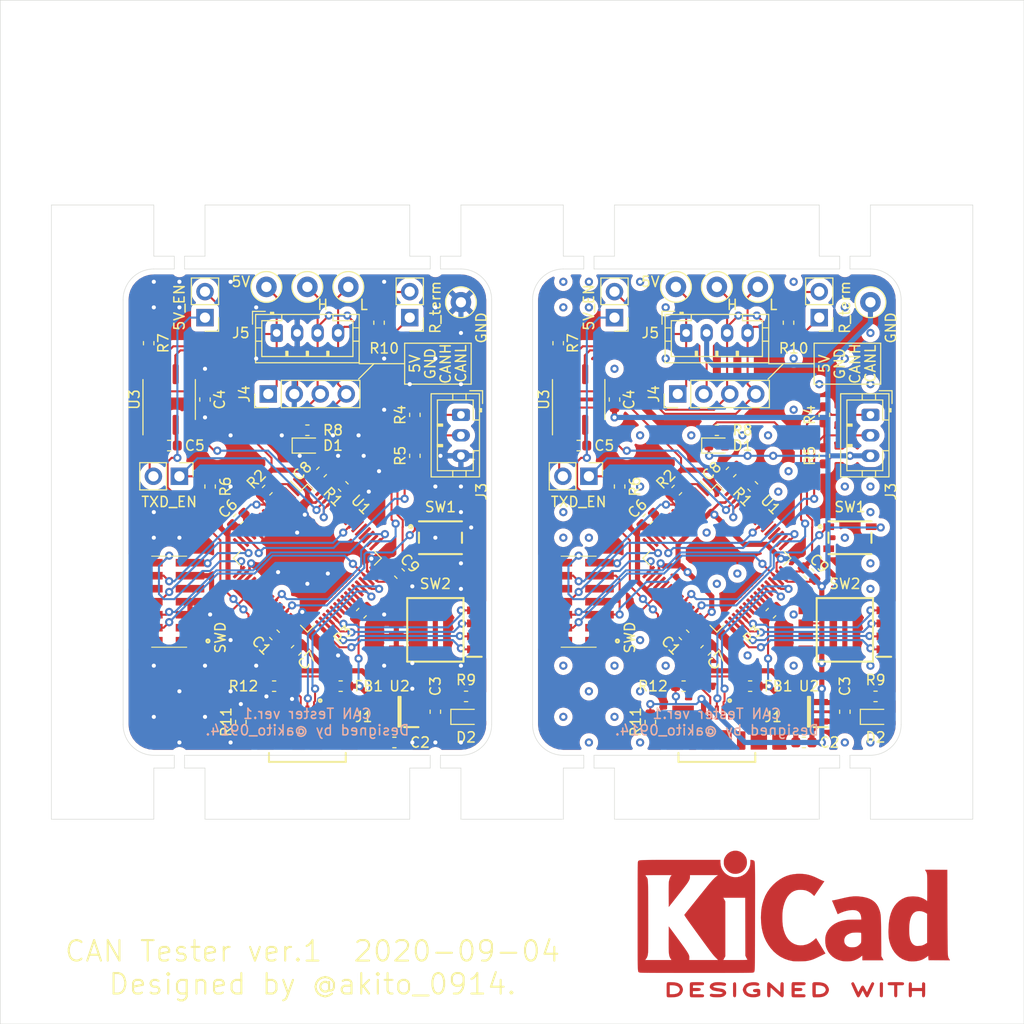
<source format=kicad_pcb>
(kicad_pcb (version 20171130) (host pcbnew "(5.1.6)-1")
  (layers (0 F.Cu signal) (31 B.Cu signal) (34 B.Paste user) (35 F.Paste user) (36 B.SilkS user) (37 F.SilkS user) (38 B.Mask user) (39 F.Mask user) (44 Edge.Cuts user))
  (net 0 "")
  (net 1 GND)
  (net 2 "Net-(C1-Pad1)")
  (net 3 +5V)
  (net 4 +3V3)
  (net 5 "Net-(D1-Pad2)")
  (net 6 "Net-(D2-Pad2)")
  (net 7 "Net-(FB1-Pad2)")
  (net 8 /USB_DM)
  (net 9 /USB_DP)
  (net 10 T_SWDIO)
  (net 11 T_SWCLK)
  (net 12 T_SWO)
  (net 13 T_NRST)
  (net 14 T_VCP_RX)
  (net 15 T_VCP_TX)
  (net 16 "Net-(J3-Pad2)")
  (net 17 "Net-(J4-Pad1)")
  (net 18 "Net-(J4-Pad3)")
  (net 19 "Net-(J4-Pad4)")
  (net 20 /CAN1_TX)
  (net 21 "Net-(JP1-Pad2)")
  (net 22 "Net-(JP2-Pad2)")
  (net 23 "Net-(R1-Pad1)")
  (net 24 "Net-(R3-Pad2)")
  (net 25 "Net-(R7-Pad2)")
  (net 26 "Net-(R8-Pad2)")
  (net 27 "Net-(SW1-Pad1)")
  (net 28 /DIPSW_1)
  (net 29 /DIPSW_2)
  (net 30 /DIPSW_3)
  (net 31 /DIPSW_4)
  (net 32 /CAN1_RX)
  (net 33 "Net-(J1-Pad4)")
  (net 34 "Net-(J1-Pad6)")
  (module Symbol:KiCad-Logo2_12mm_Copper (layer F.Cu) (at 77.5 89)
    (fp_text reference REF** hide)
    (fp_text value KiCad-Logo2_12mm_Copper hide)
    (fp_poly (pts (xy -11.847446 -5.025459) (xy -11.321244 -5.025387) (xy -11.076303 -5.025377) (xy -7.155699 -5.025377) (xy -7.155699 -4.794266) (xy -7.131032 -4.513024) (xy -7.056584 -4.253641) (xy -6.931686 -4.014576) (xy -6.75567 -3.794286) (xy -6.696118 -3.73479) (xy -6.481895 -3.566029) (xy -6.24569 -3.442948) (xy -5.994517 -3.36549) (xy -5.735393 -3.333601) (xy -5.475333 -3.347224) (xy -5.221353 -3.406303) (xy -4.980469 -3.510783) (xy -4.759696 -3.660607) (xy -4.660543 -3.750999) (xy -4.475773 -3.972624) (xy -4.340284 -4.216339) (xy -4.255256 -4.479357) (xy -4.221872 -4.758894) (xy -4.221428 -4.786394) (xy -4.219678 -5.025368) (xy -4.114645 -5.025372) (xy -4.02147 -5.012727) (xy -3.936356 -4.98196) (xy -3.930731 -4.978781) (xy -3.911508 -4.968806) (xy -3.893855 -4.961038) (xy -3.877708 -4.953213) (xy -3.863005 -4.94307) (xy -3.849681 -4.928345) (xy -3.837672 -4.906775) (xy -3.826915 -4.876099) (xy -3.817346 -4.834053) (xy -3.808901 -4.778374) (xy -3.801516 -4.706801) (xy -3.795127 -4.61707) (xy -3.789671 -4.506918) (xy -3.785084 -4.374084) (xy -3.781302 -4.216304) (xy -3.77826 -4.031316) (xy -3.775897 -3.816856) (xy -3.774147 -3.570663) (xy -3.772947 -3.290473) (xy -3.772232 -2.974025) (xy -3.77194 -2.619054) (xy -3.772007 -2.2233) (xy -3.772368 -1.784498) (xy -3.77296 -1.300386) (xy -3.773719 -0.768702) (xy -3.774581 -0.187183) (xy -3.775482 0.446433) (xy -3.775587 0.523629) (xy -3.776395 1.161287) (xy -3.777081 1.746582) (xy -3.777717 2.281778) (xy -3.778376 2.769136) (xy -3.779131 3.210917) (xy -3.780053 3.609382) (xy -3.781216 3.966795) (xy -3.782693 4.285415) (xy -3.784555 4.567506) (xy -3.786876 4.815328) (xy -3.789729 5.031143) (xy -3.793185 5.217213) (xy -3.797318 5.3758) (xy -3.8022 5.509164) (xy -3.807904 5.619569) (xy -3.814502 5.709275) (xy -3.822068 5.780544) (xy -3.830673 5.835638) (xy -3.84039 5.876818) (xy -3.851293 5.906346) (xy -3.863453 5.926484) (xy -3.876943 5.939493) (xy -3.891837 5.947636) (xy -3.908206 5.953173) (xy -3.926123 5.958366) (xy -3.945661 5.965477) (xy -3.950434 5.967642) (xy -3.965434 5.972506) (xy -3.990541 5.976976) (xy -4.027946 5.981066) (xy -4.079842 5.984793) (xy -4.14842 5.988173) (xy -4.235873 5.991221) (xy -4.344394 5.993954) (xy -4.476174 5.996387) (xy -4.633406 5.998537) (xy -4.818281 6.000419) (xy -5.032993 6.002049) (xy -5.279734 6.003443) (xy -5.560694 6.004617) (xy -5.878068 6.005587) (xy -6.234047 6.006369) (xy -6.630822 6.006979) (xy -7.070588 6.007432) (xy -7.555535 6.007745) (xy -8.087856 6.007934) (xy -8.669743 6.008013) (xy -9.303389 6.008) (xy -9.508644 6.00798) (xy -10.156347 6.007876) (xy -10.751644 6.007706) (xy -11.296755 6.007453) (xy -11.793897 6.007098) (xy -12.24529 6.006626) (xy -12.653151 6.006018) (xy -13.0197 6.005258) (xy -13.347154 6.004327) (xy -13.637732 6.003209) (xy -13.893652 6.001886) (xy -14.117133 6.000341) (xy -14.310394 5.998557) (xy -14.475652 5.996516) (xy -14.615127 5.994201) (xy -14.731037 5.991594) (xy -14.8256 5.988678) (xy -14.901034 5.985436) (xy -14.959558 5.981851) (xy -15.003391 5.977905) (xy -15.034752 5.973581) (xy -15.055857 5.968862) (xy -15.067363 5.96454) (xy -15.087812 5.955916) (xy -15.106587 5.949557) (xy -15.12376 5.943203) (xy -15.139402 5.934597) (xy -15.153584 5.92148) (xy -15.166377 5.901594) (xy -15.177852 5.872679) (xy -15.18808 5.832479) (xy -15.197133 5.778733) (xy -15.20508 5.709185) (xy -15.211994 5.621574) (xy -15.217945 5.513644) (xy -15.223005 5.383135) (xy -15.227245 5.227789) (xy -15.230735 5.045348) (xy -15.233547 4.833553) (xy -15.234283 4.752258) (xy -14.505361 4.752258) (xy -11.928987 4.752258) (xy -11.978561 4.67715) (xy -12.027878 4.599968) (xy -12.06964 4.526469) (xy -12.104441 4.451512) (xy -12.132877 4.369953) (xy -12.15554 4.276648) (xy -12.173025 4.166453) (xy -12.185926 4.034225) (xy -12.194837 3.87482) (xy -12.200352 3.683095) (xy -12.203064 3.453907) (xy -12.203569 3.182112) (xy -12.202459 2.862566) (xy -12.20183 2.743932) (xy -12.194732 1.472123) (xy -11.389033 2.56901) (xy -11.160779 2.880183) (xy -10.963025 3.151143) (xy -10.793635 3.385478) (xy -10.650473 3.58678) (xy -10.531405 3.758637) (xy -10.434295 3.90464) (xy -10.357007 4.028378) (xy -10.297407 4.133441) (xy -10.253359 4.22342) (xy -10.222728 4.301903) (xy -10.203378 4.37248) (xy -10.193175 4.438742) (xy -10.189983 4.504277) (xy -10.191667 4.572677) (xy -10.192097 4.581274) (xy -10.200968 4.752372) (xy -8.789236 4.752315) (xy -7.377505 4.752258) (xy -7.587516 4.5405) (xy -7.644504 4.482582) (xy -7.698566 4.426225) (xy -7.752076 4.368322) (xy -7.807404 4.305764) (xy -7.866925 4.235443) (xy -7.933011 4.154251) (xy -8.008034 4.059081) (xy -8.094367 3.946823) (xy -8.194383 3.81437) (xy -8.310454 3.658614) (xy -8.444952 3.476446) (xy -8.600251 3.26476) (xy -8.778722 3.020446) (xy -8.98274 2.740397) (xy -9.214675 2.421504) (xy -9.404782 2.15992) (xy -9.643372 1.831292) (xy -9.851508 1.543957) (xy -10.031075 1.295187) (xy -10.183957 1.082254) (xy -10.312041 0.90243) (xy -10.417212 0.752986) (xy -10.501355 0.631196) (xy -10.566357 0.534331) (xy -10.614103 0.459662) (xy -10.646477 0.404463) (xy -10.665366 0.366004) (xy -10.672655 0.341559) (xy -10.670464 0.328706) (xy -10.643913 0.294504) (xy -10.586508 0.222108) (xy -10.501713 0.11582) (xy -10.392992 -0.020055) (xy -10.263808 -0.181216) (xy -10.117626 -0.363357) (xy -9.957909 -0.562178) (xy -9.788121 -0.773373) (xy -9.611726 -0.992641) (xy -9.432187 -1.215677) (xy -9.333435 -1.33828) (xy -6.881548 -1.33828) (xy -6.677742 -0.96957) (xy -6.677742 4.383548) (xy -6.881548 4.752258) (xy -5.676111 4.752258) (xy -5.388341 4.752174) (xy -5.150647 4.751797) (xy -4.958482 4.750935) (xy -4.807298 4.7494) (xy -4.692548 4.747) (xy -4.609685 4.743546) (xy -4.554162 4.738849) (xy -4.52143 4.732717) (xy -4.506943 4.724961) (xy -4.506153 4.715391) (xy -4.514513 4.703817) (xy -4.514599 4.703721) (xy -4.549036 4.653907) (xy -4.594637 4.57291) (xy -4.634908 4.492055) (xy -4.711291 4.328925) (xy -4.719081 1.495322) (xy -4.726871 -1.33828) (xy -6.881548 -1.33828) (xy -9.333435 -1.33828) (xy -9.252969 -1.438179) (xy -9.077536 -1.655843) (xy -8.90935 -1.864367) (xy -8.751877 -2.059446) (xy -8.608579 -2.236779) (xy -8.482921 -2.392061) (xy -8.378366 -2.52099) (xy -8.298379 -2.619262) (xy -8.251398 -2.676559) (xy -8.068963 -2.89082) (xy -7.893452 -3.08417) (xy -7.731016 -3.25028) (xy -7.587805 -3.38282) (xy -7.486171 -3.464079) (xy -7.365998 -3.550538) (xy -10.12984 -3.550538) (xy -10.129064 -3.388354) (xy -10.136788 -3.269117) (xy -10.165828 -3.158574) (xy -10.210782 -3.053784) (xy -10.240004 -2.994584) (xy -10.271423 -2.935926) (xy -10.307909 -2.873914) (xy -10.352331 -2.804655) (xy -10.407561 -2.724254) (xy -10.476469 -2.628819) (xy -10.561923 -2.514453) (xy -10.666796 -2.377265) (xy -10.793955 -2.213358) (xy -10.946273 -2.01884) (xy -11.126618 -1.789815) (xy -11.337862 -1.522391) (xy -11.361721 -1.492217) (xy -12.194732 -0.438805) (xy -12.202796 -1.605478) (xy -12.20442 -1.954931) (xy -12.204074 -2.25077) (xy -12.201742 -2.49397) (xy -12.197407 -2.685507) (xy -12.191051 -2.826356) (xy -12.182659 -2.917492) (xy -12.179838 -2.93478) (xy -12.135584 -3.116883) (xy -12.077602 -3.28105) (xy -12.011437 -3.413046) (xy -11.971687 -3.469028) (xy -11.903102 -3.550538) (xy -13.204453 -3.550538) (xy -13.514885 -3.550272) (xy -13.774477 -3.549409) (xy -13.987014 -3.547846) (xy -14.156276 -3.545483) (xy -14.286048 -3.54222) (xy -14.380111 -3.537955) (xy -14.442248 -3.532587) (xy -14.476241 -3.526017) (xy -14.485874 -3.518142) (xy -14.485208 -3.516398) (xy -14.45762 -3.474757) (xy -14.411564 -3.408752) (xy -14.387735 -3.375369) (xy -14.363099 -3.342056) (xy -14.340955 -3.312266) (xy -14.321164 -3.283067) (xy -14.303586 -3.251526) (xy -14.288081 -3.214714) (xy -14.274511 -3.169697) (xy -14.262736 -3.113545) (xy -14.252616 -3.043325) (xy -14.244013 -2.956106) (xy -14.236786 -2.848957) (xy -14.230796 -2.718945) (xy -14.225904 -2.563139) (xy -14.221971 -2.378607) (xy -14.218857 -2.162419) (xy -14.216422 -1.911641) (xy -14.214527 -1.623342) (xy -14.213033 -1.294591) (xy -14.211801 -0.922457) (xy -14.21069 -0.504006) (xy -14.209562 -0.036309) (xy -14.208508 0.393354) (xy -14.207512 0.872353) (xy -14.206994 1.329362) (xy -14.206941 1.761464) (xy -14.207338 2.165738) (xy -14.208172 2.539265) (xy -14.209429 2.879127) (xy -14.211094 3.182404) (xy -14.213156 3.446177) (xy -14.215599 3.667527) (xy -14.21841 3.843535) (xy -14.221576 3.971283) (xy -14.225082 4.047849) (xy -14.225745 4.055941) (xy -14.249905 4.241568) (xy -14.287624 4.390647) (xy -14.345064 4.52075) (xy -14.428389 4.649452) (xy -14.438811 4.663494) (xy -14.505361 4.752258) (xy -15.234283 4.752258) (xy -15.235752 4.590145) (xy -15.237421 4.312867) (xy -15.238625 3.999459) (xy -15.239435 3.647664) (xy -15.239922 3.255223) (xy -15.240156 2.819877) (xy -15.240211 2.339368) (xy -15.240156 1.811438) (xy -15.240062 1.233828) (xy -15.240002 0.604279) (xy -15.24 0.479301) (xy -15.239965 -0.156878) (xy -15.239847 -0.740675) (xy -15.239628 -1.274332) (xy -15.239292 -1.760091) (xy -15.238822 -2.200195) (xy -15.238198 -2.596884) (xy -15.237406 -2.952401) (xy -15.236426 -3.268988) (xy -15.235242 -3.548887) (xy -15.233836 -3.794339) (xy -15.23219 -4.007587) (xy -15.230288 -4.190872) (xy -15.228113 -4.346436) (xy -15.225645 -4.476522) (xy -15.222869 -4.583371) (xy -15.219767 -4.669225) (xy -15.216321 -4.736326) (xy -15.212515 -4.786916) (xy -15.20833 -4.823236) (xy -15.203749 -4.84753) (xy -15.198755 -4.862038) (xy -15.19857 -4.8624) (xy -15.188285 -4.884563) (xy -15.179718 -4.904628) (xy -15.170241 -4.922699) (xy -15.157226 -4.938879) (xy -15.138043 -4.953274) (xy -15.110065 -4.965986) (xy -15.070663 -4.97712) (xy -15.017208 -4.986779) (xy -14.947071 -4.995068) (xy -14.857624 -5.00209) (xy -14.746238 -5.00795) (xy -14.610284 -5.01275) (xy -14.447135 -5.016596) (xy -14.254161 -5.019591) (xy -14.028733 -5.021839) (xy -13.768224 -5.023444) (xy -13.470004 -5.024509) (xy -13.131445 -5.02514) (xy -12.749918 -5.025439) (xy -12.322794 -5.02551) (xy -11.847446 -5.025459)) (layer F.Cu) (width 0.01))
    (fp_poly (pts (xy 0.875193 -3.659223) (xy 1.169706 -3.626981) (xy 1.455039 -3.569271) (xy 1.7428 -3.483083) (xy 2.044596 -3.365407) (xy 2.372034 -3.213233) (xy 2.431001 -3.183757) (xy 2.566324 -3.11709) (xy 2.693951 -3.057061) (xy 2.801287 -3.009401) (xy 2.875736 -2.979845) (xy 2.887173 -2.976124) (xy 2.996774 -2.943286) (xy 2.506155 -2.229547) (xy 2.386206 -2.055105) (xy 2.276539 -1.89573) (xy 2.180883 -1.756832) (xy 2.102969 -1.643822) (xy 2.046525 -1.56211) (xy 2.015281 -1.517109) (xy 2.010205 -1.509982) (xy 1.989588 -1.524883) (xy 1.938839 -1.56968) (xy 1.867034 -1.636235) (xy 1.827406 -1.673853) (xy 1.602882 -1.852432) (xy 1.350726 -1.988132) (xy 1.13344 -2.062463) (xy 1.003007 -2.085807) (xy 0.839693 -2.100033) (xy 0.662707 -2.104876) (xy 0.491256 -2.100074) (xy 0.344548 -2.085362) (xy 0.286007 -2.074095) (xy 0.022147 -1.983315) (xy -0.215622 -1.844704) (xy -0.427124 -1.658515) (xy -0.612184 -1.425001) (xy -0.770625 -1.144416) (xy -0.902271 -0.817013) (xy -1.006946 -0.443045) (xy -1.069155 -0.122903) (xy -1.085386 0.018426) (xy -1.096444 0.201004) (xy -1.102437 0.411709) (xy -1.103473 0.637422) (xy -1.099657 0.865022) (xy -1.091097 1.081389) (xy -1.077899 1.273402) (xy -1.06017 1.427943) (xy -1.056333 1.451786) (xy -0.971749 1.83586) (xy -0.856505 2.175783) (xy -0.709897 2.473078) (xy -0.531226 2.729268) (xy -0.4044 2.867775) (xy -0.176475 3.055828) (xy 0.073488 3.19522) (xy 0.34127 3.285195) (xy 0.622656 3.324994) (xy 0.913429 3.313857) (xy 1.209373 3.251026) (xy 1.38434 3.189547) (xy 1.626466 3.066436) (xy 1.87602 2.889837) (xy 2.015809 2.770412) (xy 2.094301 2.701291) (xy 2.15597 2.650579) (xy 2.191072 2.626144) (xy 2.19543 2.625398) (xy 2.211097 2.650367) (xy 2.251692 2.716348) (xy 2.313757 2.817685) (xy 2.393833 2.948721) (xy 2.488462 3.1038) (xy 2.594186 3.277265) (xy 2.653033 3.373896) (xy 3.102526 4.112201) (xy 2.541317 4.389549) (xy 2.338404 4.489172) (xy 2.174027 4.567729) (xy 2.038139 4.629122) (xy 1.920691 4.677253) (xy 1.811636 4.716023) (xy 1.700926 4.749333) (xy 1.578513 4.781086) (xy 1.461182 4.808969) (xy 1.356895 4.830546) (xy 1.247832 4.846851) (xy 1.123073 4.858791) (xy 0.971703 4.86727) (xy 0.782801 4.873192) (xy 0.655483 4.875749) (xy 0.473823 4.877494) (xy 0.299633 4.876614) (xy 0.144443 4.87336) (xy 0.019777 4.867984) (xy -0.062834 4.860735) (xy -0.06773 4.860012) (xy -0.496709 4.767205) (xy -0.899551 4.626449) (xy -1.276112 4.437839) (xy -1.626252 4.201466) (xy -1.949828 3.917424) (xy -2.2467 3.585805) (xy -2.461701 3.291075) (xy -2.690589 2.905298) (xy -2.875611 2.497895) (xy -3.017662 2.0656) (xy -3.117636 1.605146) (xy -3.176428 1.113267) (xy -3.194951 0.613799) (xy -3.179717 0.130634) (xy -3.131844 -0.315158) (xy -3.049811 -0.731095) (xy -2.932097 -1.124696) (xy -2.777181 -1.503482) (xy -2.758683 -1.542725) (xy -2.554894 -1.90956) (xy -2.304598 -2.25864) (xy -2.014885 -2.58274) (xy -1.692846 -2.874634) (xy -1.345574 -3.127096) (xy -1.021987 -3.312286) (xy -0.695096 -3.45733) (xy -0.367511 -3.562397) (xy -0.026552 -3.630347) (xy 0.340465 -3.66404) (xy 0.559892 -3.669008) (xy 0.875193 -3.659223)) (layer F.Cu) (width 0.01))
    (fp_poly (pts (xy 6.300951 -1.463632) (xy 6.436272 -1.453389) (xy 6.823442 -1.401878) (xy 7.166321 -1.319717) (xy 7.46658 -1.205778) (xy 7.725888 -1.058928) (xy 7.945916 -0.878038) (xy 8.128334 -0.661978) (xy 8.274811 -0.409616) (xy 8.381771 -0.136559) (xy 8.408921 -0.049459) (xy 8.432564 0.032107) (xy 8.452977 0.112529) (xy 8.470439 0.196199) (xy 8.48523 0.287508) (xy 8.497627 0.390847) (xy 8.507911 0.510609) (xy 8.516358 0.651183) (xy 8.523248 0.816962) (xy 8.528861 1.012336) (xy 8.533473 1.241698) (xy 8.537365 1.509437) (xy 8.540815 1.819947) (xy 8.544102 2.177618) (xy 8.546451 2.458064) (xy 8.562258 4.383548) (xy 8.664677 4.568843) (xy 8.713175 4.658111) (xy 8.749266 4.727448) (xy 8.766483 4.764354) (xy 8.767096 4.766854) (xy 8.74078 4.769715) (xy 8.665811 4.772351) (xy 8.548161 4.774689) (xy 8.3938 4.776653) (xy 8.2087 4.77817) (xy 7.998832 4.779165) (xy 7.770167 4.779565) (xy 7.742903 4.77957) (xy 6.718709 4.77957) (xy 6.718709 4.547419) (xy 6.716963 4.442507) (xy 6.712302 4.362271) (xy 6.705596 4.319251) (xy 6.702632 4.315269) (xy 6.675523 4.33195) (xy 6.619731 4.375731) (xy 6.547215 4.437216) (xy 6.545589 4.438638) (xy 6.413257 4.53716) (xy 6.246133 4.636089) (xy 6.0631 4.725706) (xy 5.883043 4.796293) (xy 5.803763 4.820414) (xy 5.645991 4.851051) (xy 5.452397 4.870602) (xy 5.240704 4.878787) (xy 5.028632 4.875327) (xy 4.833904 4.859945) (xy 4.697634 4.837811) (xy 4.363454 4.739676) (xy 4.062603 4.599819) (xy 3.797039 4.419974) (xy 3.568721 4.201876) (xy 3.379606 3.947261) (xy 3.231653 3.657864) (xy 3.167825 3.482258) (xy 3.127823 3.311576) (xy 3.101313 3.106678) (xy 3.089047 2.886464) (xy 3.08945 2.85442) (xy 4.936612 2.85442) (xy 4.95193 3.018053) (xy 5.002935 3.154042) (xy 5.097204 3.280208) (xy 5.133411 3.317203) (xy 5.26212 3.417221) (xy 5.410885 3.481294) (xy 5.589113 3.512309) (xy 5.776798 3.514593) (xy 5.954814 3.499514) (xy 6.091112 3.470021) (xy 6.150306 3.447869) (xy 6.256995 3.387496) (xy 6.370037 3.302589) (xy 6.473175 3.207295) (xy 6.550151 3.11576) (xy 6.570591 3.082181) (xy 6.586481 3.035157) (xy 6.597778 2.960333) (xy 6.605009 2.85056) (xy 6.6087 2.698692) (xy 6.609462 2.554155) (xy 6.608946 2.385644) (xy 6.60686 2.263799) (xy 6.602402 2.180666) (xy 6.594765 2.128292) (xy 6.583146 2.098726) (xy 6.56674 2.084013) (xy 6.561666 2.08167) (xy 6.51757 2.074453) (xy 6.4306 2.06855) (xy 6.3125 2.064493) (xy 6.175014 2.062815) (xy 6.145161 2.062813) (xy 5.961386 2.065746) (xy 5.819407 2.074469) (xy 5.706591 2.090177) (xy 5.613402 2.113118) (xy 5.382246 2.200535) (xy 5.200973 2.30801) (xy 5.068014 2.437262) (xy 4.981801 2.59001) (xy 4.940762 2.767972) (xy 4.936612 2.85442) (xy 3.08945 2.85442) (xy 3.091776 2.669834) (xy 3.110252 2.475689) (xy 3.124664 2.397252) (xy 3.21669 2.106017) (xy 3.356623 1.838054) (xy 3.541823 1.595932) (xy 3.769648 1.382221) (xy 4.037457 1.199492) (xy 4.342607 1.050314) (xy 4.602043 0.959727) (xy 4.775434 0.912136) (xy 4.941282 0.875155) (xy 5.110329 0.847585) (xy 5.293317 0.828224) (xy 5.500989 0.815871) (xy 5.744087 0.809326) (xy 5.963872 0.807483) (xy 6.615594 0.805699) (xy 6.603109 0.609798) (xy 6.567657 0.397243) (xy 6.492241 0.214543) (xy 6.380073 0.066262) (xy 6.234364 -0.04304) (xy 6.106064 -0.096376) (xy 5.922235 -0.12999) (xy 5.703394 -0.134817) (xy 5.4598 -0.112637) (xy 5.20171 -0.065228) (xy 4.939385 0.005629) (xy 4.683082 0.098155) (xy 4.496824 0.182778) (xy 4.407211 0.226231) (xy 4.338858 0.25658) (xy 4.304097 0.268423) (xy 4.302211 0.268043) (xy 4.290215 0.241518) (xy 4.260262 0.17121) (xy 4.21517 0.063855) (xy 4.157757 -0.07381) (xy 4.090842 -0.235051) (xy 4.022824 -0.399605) (xy 3.750897 -1.058672) (xy 3.944319 -1.090441) (xy 4.028154 -1.106381) (xy 4.154183 -1.133153) (xy 4.311608 -1.168327) (xy 4.489633 -1.209472) (xy 4.677463 -1.254158) (xy 4.752258 -1.272317) (xy 5.075838 -1.347369) (xy 5.359132 -1.403638) (xy 5.612715 -1.442262) (xy 5.847162 -1.464377) (xy 6.073049 -1.471122) (xy 6.300951 -1.463632)) (layer F.Cu) (width 0.01))
    (fp_poly (pts (xy 13.610967 -4.064382) (xy 13.843254 -4.063429) (xy 13.922204 -4.062948) (xy 15.007849 -4.055807) (xy 15.021505 0.109247) (xy 15.023308 0.674041) (xy 15.024908 1.186864) (xy 15.026406 1.650371) (xy 15.027906 2.067214) (xy 15.029509 2.440045) (xy 15.03132 2.771519) (xy 15.03344 3.064286) (xy 15.035972 3.321002) (xy 15.03902 3.544318) (xy 15.042685 3.736887) (xy 15.047071 3.901363) (xy 15.05228 4.040398) (xy 15.058416 4.156644) (xy 15.06558 4.252756) (xy 15.073875 4.331386) (xy 15.083405 4.395187) (xy 15.094272 4.446811) (xy 15.106579 4.488912) (xy 15.120428 4.524143) (xy 15.135923 4.555156) (xy 15.153165 4.584604) (xy 15.172258 4.615141) (xy 15.193305 4.649418) (xy 15.197619 4.65672) (xy 15.269996 4.780221) (xy 14.223976 4.773068) (xy 13.177956 4.765914) (xy 13.164301 4.536142) (xy 13.156865 4.425873) (xy 13.149117 4.362122) (xy 13.138603 4.336827) (xy 13.122872 4.341922) (xy 13.109677 4.356498) (xy 13.052197 4.409591) (xy 12.958513 4.477837) (xy 12.841825 4.55308) (xy 12.715331 4.627167) (xy 12.592231 4.691943) (xy 12.497713 4.734561) (xy 12.276274 4.804595) (xy 12.022207 4.854204) (xy 11.754266 4.881494) (xy 11.491211 4.884569) (xy 11.251795 4.861532) (xy 11.247853 4.860873) (xy 10.920253 4.778669) (xy 10.613587 4.6477) (xy 10.330814 4.47078) (xy 10.074892 4.250726) (xy 9.848778 3.990351) (xy 9.65543 3.692472) (xy 9.497806 3.359904) (xy 9.411984 3.113548) (xy 9.355389 2.907445) (xy 9.313418 2.707867) (xy 9.284789 2.50269) (xy 9.268218 2.279791) (xy 9.262423 2.027045) (xy 9.264989 1.820662) (xy 11.280325 1.820662) (xy 11.289862 2.166732) (xy 11.319946 2.464467) (xy 11.371503 2.71651) (xy 11.445458 2.925502) (xy 11.542738 3.094086) (xy 11.664266 3.224906) (xy 11.804546 3.317385) (xy 11.87754 3.351909) (xy 11.940847 3.372607) (xy 12.011427 3.382077) (xy 12.106242 3.382915) (xy 12.208387 3.379228) (xy 12.409261 3.36151) (xy 12.568134 3.326813) (xy 12.618064 3.309433) (xy 12.732075 3.258102) (xy 12.852323 3.193643) (xy 12.904838 3.161376) (xy 13.041397 3.071805) (xy 13.041397 0.232706) (xy 12.891182 0.142665) (xy 12.681692 0.040923) (xy 12.467658 -0.019249) (xy 12.256909 -0.038204) (xy 12.057273 -0.016299) (xy 11.876577 0.046113) (xy 11.722649 0.148676) (xy 11.672981 0.197906) (xy 11.553262 0.359211) (xy 11.456364 0.554471) (xy 11.381477 0.787031) (xy 11.327793 1.060239) (xy 11.2945 1.377441) (xy 11.280789 1.741984) (xy 11.280325 1.820662) (xy 9.264989 1.820662) (xy 9.266058 1.734756) (xy 9.289082 1.285158) (xy 9.335378 0.879628) (xy 9.406164 0.512257) (xy 9.502661 0.177137) (xy 9.626087 -0.131637) (xy 9.670131 -0.223178) (xy 9.84754 -0.521704) (xy 10.06193 -0.786993) (xy 10.308259 -1.014763) (xy 10.581487 -1.200732) (xy 10.876574 -1.340618) (xy 11.053459 -1.398322) (xy 11.227178 -1.432578) (xy 11.436205 -1.452959) (xy 11.663014 -1.459475) (xy 11.890084 -1.452134) (xy 12.099892 -1.430945) (xy 12.268352 -1.397705) (xy 12.468857 -1.332518) (xy 12.663195 -1.248693) (xy 12.833224 -1.15472) (xy 12.923721 -1.090942) (xy 12.986144 -1.043516) (xy 13.029853 -1.014639) (xy 13.039796 -1.010538) (xy 13.042879 -1.036959) (xy 13.045753 -1.112661) (xy 13.048355 -1.232302) (xy 13.050621 -1.390538) (xy 13.052488 -1.582027) (xy 13.053891 -1.801426) (xy 13.054767 -2.043393) (xy 13.055053 -2.289853) (xy 13.054894 -2.605524) (xy 13.054108 -2.871663) (xy 13.052238 -3.093359) (xy 13.048825 -3.275704) (xy 13.043409 -3.423788) (xy 13.035531 -3.542701) (xy 13.024733 -3.637535) (xy 13.010555 -3.71338) (xy 12.992539 -3.775326) (xy 12.970225 -3.828464) (xy 12.943154 -3.877885) (xy 12.910867 -3.928679) (xy 12.906713 -3.934969) (xy 12.865071 -4.000755) (xy 12.839929 -4.045992) (xy 12.836559 -4.055534) (xy 12.862903 -4.058545) (xy 12.938069 -4.060994) (xy 13.056257 -4.062842) (xy 13.211669 -4.064049) (xy 13.398506 -4.064576) (xy 13.610967 -4.064382)) (layer F.Cu) (width 0.01))
    (fp_poly (pts (xy -5.422844 -5.895156) (xy -5.217742 -5.824043) (xy -5.026785 -5.712111) (xy -4.856243 -5.559375) (xy -4.712387 -5.365849) (xy -4.647768 -5.243871) (xy -4.591842 -5.073257) (xy -4.564735 -4.876289) (xy -4.567738 -4.673795) (xy -4.601067 -4.490301) (xy -4.692162 -4.266076) (xy -4.824258 -4.071578) (xy -4.990642 -3.910633) (xy -5.184598 -3.787067) (xy -5.399414 -3.704708) (xy -5.628375 -3.667383) (xy -5.864767 -3.678918) (xy -5.981291 -3.70357) (xy -6.208385 -3.791909) (xy -6.410081 -3.92671) (xy -6.581515 -4.103817) (xy -6.71782 -4.319073) (xy -6.729352 -4.342581) (xy -6.769217 -4.430795) (xy -6.794249 -4.50509) (xy -6.807839 -4.583465) (xy -6.813382 -4.68392) (xy -6.814302 -4.793226) (xy -6.81278 -4.924552) (xy -6.805914 -5.019491) (xy -6.79025 -5.096247) (xy -6.762333 -5.173026) (xy -6.727873 -5.248777) (xy -6.599338 -5.46381) (xy -6.441052 -5.63792) (xy -6.259287 -5.771124) (xy -6.060313 -5.863434) (xy -5.8504 -5.914866) (xy -5.635821 -5.925435) (xy -5.422844 -5.895156)) (layer F.Cu) (width 0.01))
    (fp_poly (pts (xy -12.092377 6.917114) (xy -12.01306 6.91792) (xy -11.780649 6.923528) (xy -11.586006 6.940185) (xy -11.422496 6.96968) (xy -11.283486 7.013797) (xy -11.162341 7.074325) (xy -11.052429 7.15305) (xy -11.013171 7.187248) (xy -10.948049 7.267265) (xy -10.889328 7.375846) (xy -10.844069 7.496203) (xy -10.819335 7.611547) (xy -10.816765 7.654169) (xy -10.83287 7.772322) (xy -10.876027 7.901382) (xy -10.938504 8.023542) (xy -11.012567 8.120992) (xy -11.024597 8.13275) (xy -11.126499 8.215394) (xy -11.238088 8.279909) (xy -11.365798 8.327983) (xy -11.516062 8.361307) (xy -11.695314 8.381572) (xy -11.909987 8.390469) (xy -12.008317 8.391223) (xy -12.13334 8.390621) (xy -12.221262 8.388104) (xy -12.280333 8.382604) (xy -12.3188 8.373055) (xy -12.344912 8.358389) (xy -12.358908 8.345866) (xy -12.372129 8.330652) (xy -12.3825 8.311025) (xy -12.390365 8.281728) (xy -12.396071 8.237503) (xy -12.399961 8.173092) (xy -12.40238 8.083237) (xy -12.403674 7.962682) (xy -12.404186 7.806167) (xy -12.404265 7.654169) (xy -12.404765 7.45144) (xy -12.404657 7.289491) (xy -12.402728 7.211937) (xy -12.109444 7.211937) (xy -12.109444 8.096402) (xy -11.922346 8.09623) (xy -11.809764 8.093001) (xy -11.691852 8.084683) (xy -11.593473 8.073048) (xy -11.59048 8.072569) (xy -11.43148 8.034127) (xy -11.308154 7.974256) (xy -11.214343 7.889058) (xy -11.154737 7.796814) (xy -11.11801 7.694489) (xy -11.120858 7.598409) (xy -11.163482 7.495419) (xy -11.246854 7.388876) (xy -11.362386 7.309927) (xy -11.512557 7.257156) (xy -11.612919 7.238481) (xy -11.726843 7.225366) (xy -11.847585 7.215873) (xy -11.950281 7.211927) (xy -11.956364 7.211908) (xy -12.109444 7.211937) (xy -12.402728 7.211937) (xy -12.401529 7.163782) (xy -12.392966 7.069771) (xy -12.376558 7.00292) (xy -12.34989 6.958686) (xy -12.310551 6.932529) (xy -12.256128 6.919909) (xy -12.184207 6.916284) (xy -12.092377 6.917114)) (layer F.Cu) (width 0.01))
    (fp_poly (pts (xy -9.262646 6.917275) (xy -9.12321 6.918023) (xy -9.017963 6.919763) (xy -8.941324 6.9229) (xy -8.88771 6.927836) (xy -8.851537 6.934976) (xy -8.827221 6.944724) (xy -8.809181 6.957484) (xy -8.802649 6.963356) (xy -8.762922 7.02575) (xy -8.755769 7.097441) (xy -8.781903 7.161087) (xy -8.793987 7.17395) (xy -8.813532 7.186421) (xy -8.845003 7.196043) (xy -8.894236 7.203282) (xy -8.967066 7.208606) (xy -9.069329 7.212485) (xy -9.206862 7.215387) (xy -9.332603 7.217152) (xy -9.830248 7.223277) (xy -9.837049 7.353678) (xy -9.84385 7.48408) (xy -9.506055 7.48408) (xy -9.359406 7.485345) (xy -9.252044 7.490637) (xy -9.177937 7.502201) (xy -9.131049 7.522281) (xy -9.105347 7.553121) (xy -9.094796 7.596967) (xy -9.093194 7.63766) (xy -9.098173 7.687591) (xy -9.116964 7.724383) (xy -9.155347 7.749958) (xy -9.2191 7.766239) (xy -9.314004 7.775149) (xy -9.445838 7.77861) (xy -9.517794 7.778902) (xy -9.841587 7.778902) (xy -9.841587 8.096402) (xy -9.342658 8.096402) (xy -9.179113 8.096629) (xy -9.054817 8.097652) (xy -8.963666 8.099979) (xy -8.899552 8.104118) (xy -8.85637 8.11058) (xy -8.828013 8.119871) (xy -8.808375 8.132502) (xy -8.798373 8.141759) (xy -8.764062 8.195786) (xy -8.753015 8.243812) (xy -8.768789 8.302474) (xy -8.798373 8.345866) (xy -8.814156 8.359526) (xy -8.834531 8.370133) (xy -8.864978 8.378071) (xy -8.910977 8.383726) (xy -8.97801 8.387482) (xy -9.071558 8.389723) (xy -9.1971 8.390834) (xy -9.360118 8.391199) (xy -9.444712 8.391223) (xy -9.625868 8.391063) (xy -9.767148 8.390325) (xy -9.874032 8.388627) (xy -9.952002 8.385582) (xy -10.006539 8.380806) (xy -10.043122 8.373915) (xy -10.067233 8.364524) (xy -10.084353 8.352248) (xy -10.091051 8.345866) (xy -10.104308 8.330605) (xy -10.114699 8.310916) (xy -10.122571 8.281524) (xy -10.128273 8.237153) (xy -10.132152 8.172526) (xy -10.134557 8.082367) (xy -10.135836 7.961401) (xy -10.136335 7.804351) (xy -10.136408 7.658123) (xy -10.136341 7.470857) (xy -10.13587 7.323651) (xy -10.134593 7.211205) (xy -10.132109 7.128222) (xy -10.128016 7.069403) (xy -10.121911 7.02945) (xy -10.113392 7.003064) (xy -10.102058 6.984948) (xy -10.087505 6.969803) (xy -10.08392 6.966426) (xy -10.066521 6.951478) (xy -10.046305 6.939903) (xy -10.017664 6.931268) (xy -9.974989 6.925145) (xy -9.912675 6.921102) (xy -9.825112 6.918709) (xy -9.706693 6.917534) (xy -9.551811 6.917148) (xy -9.441857 6.917116) (xy -9.262646 6.917275)) (layer F.Cu) (width 0.01))
    (fp_poly (pts (xy -7.211346 6.919696) (xy -7.061048 6.930203) (xy -6.921263 6.946614) (xy -6.800117 6.96831) (xy -6.705734 6.994673) (xy -6.646241 7.025087) (xy -6.637109 7.03404) (xy -6.605355 7.103511) (xy -6.614984 7.174831) (xy -6.664237 7.23585) (xy -6.666587 7.237598) (xy -6.695557 7.256399) (xy -6.725799 7.266285) (xy -6.767981 7.267486) (xy -6.832772 7.26023) (xy -6.930841 7.244747) (xy -6.93873 7.243444) (xy -7.084857 7.225492) (xy -7.242514 7.216636) (xy -7.400636 7.21655) (xy -7.54816 7.224908) (xy -7.67402 7.241382) (xy -7.767152 7.265646) (xy -7.773271 7.268085) (xy -7.840835 7.30594) (xy -7.864573 7.34425) (xy -7.84599 7.381927) (xy -7.786591 7.417883) (xy -7.687881 7.451029) (xy -7.551365 7.480277) (xy -7.460337 7.494359) (xy -7.271118 7.521446) (xy -7.120625 7.546207) (xy -7.002446 7.570786) (xy -6.910171 7.597328) (xy -6.83739 7.627976) (xy -6.77769 7.664875) (xy -6.724662 7.710168) (xy -6.682049 7.754646) (xy -6.631494 7.816618) (xy -6.606615 7.869907) (xy -6.598834 7.935562) (xy -6.598551 7.959606) (xy -6.604395 8.039394) (xy -6.627751 8.098753) (xy -6.668173 8.151439) (xy -6.750324 8.231977) (xy -6.841932 8.293397) (xy -6.949804 8.337702) (xy -7.080745 8.366895) (xy -7.241564 8.382979) (xy -7.439066 8.387956) (xy -7.471676 8.387872) (xy -7.603381 8.385142) (xy -7.733995 8.378939) (xy -7.849281 8.370153) (xy -7.935 8.359673) (xy -7.941933 8.35847) (xy -8.027159 8.338281) (xy -8.099447 8.312778) (xy -8.14037 8.289462) (xy -8.178454 8.227952) (xy -8.181105 8.156325) (xy -8.148275 8.092494) (xy -8.14093 8.085276) (xy -8.110568 8.06383) (xy -8.072598 8.05459) (xy -8.013832 8.056163) (xy -7.942492 8.064336) (xy -7.862777 8.071637) (xy -7.751029 8.077797) (xy -7.620572 8.082267) (xy -7.484726 8.084499) (xy -7.448998 8.084646) (xy -7.312646 8.084096) (xy -7.212856 8.081449) (xy -7.140848 8.075786) (xy -7.08784 8.066189) (xy -7.045053 8.05174) (xy -7.01934 8.039705) (xy -6.962837 8.006288) (xy -6.926813 7.976024) (xy -6.921548 7.967445) (xy -6.932655 7.932019) (xy -6.985457 7.897724) (xy -7.076296 7.866117) (xy -7.201512 7.838754) (xy -7.238404 7.832659) (xy -7.431098 7.802393) (xy -7.584884 7.777096) (xy -7.705697 7.754929) (xy -7.799475 7.734053) (xy -7.872151 7.71263) (xy -7.929663 7.688822) (xy -7.977945 7.660791) (xy -8.022933 7.626698) (xy -8.070563 7.584705) (xy -8.086591 7.569982) (xy -8.142786 7.515037) (xy -8.172532 7.471504) (xy -8.184169 7.421688) (xy -8.186051 7.358912) (xy -8.165331 7.235808) (xy -8.103409 7.131214) (xy -8.000639 7.045468) (xy -7.857378 6.978907) (xy -7.755158 6.949052) (xy -7.644063 6.92977) (xy -7.510979 6.918862) (xy -7.364032 6.91571) (xy -7.211346 6.919696)) (layer F.Cu) (width 0.01))
    (fp_poly (pts (xy -5.66873 6.962473) (xy -5.655509 6.977687) (xy -5.645139 6.997314) (xy -5.637273 7.026611) (xy -5.631567 7.070836) (xy -5.627677 7.135247) (xy -5.625258 7.225101) (xy -5.623964 7.345657) (xy -5.623452 7.502171) (xy -5.623373 7.654169) (xy -5.623513 7.842701) (xy -5.624162 7.991133) (xy -5.625666 8.104724) (xy -5.628369 8.188732) (xy -5.632616 8.248413) (xy -5.638752 8.289025) (xy -5.647121 8.315827) (xy -5.658069 8.334076) (xy -5.66873 8.345866) (xy -5.735031 8.385403) (xy -5.805676 8.381854) (xy -5.868884 8.338734) (xy -5.883407 8.3219) (xy -5.894757 8.302367) (xy -5.903325 8.274738) (xy -5.909502 8.233612) (xy -5.913678 8.173591) (xy -5.916245 8.089274) (xy -5.917592 7.975263) (xy -5.918112 7.826157) (xy -5.918194 7.657346) (xy -5.918194 7.028447) (xy -5.862528 6.972781) (xy -5.793914 6.925948) (xy -5.727357 6.924261) (xy -5.66873 6.962473)) (layer F.Cu) (width 0.01))
    (fp_poly (pts (xy -3.712553 6.928229) (xy -3.574908 6.951325) (xy -3.469194 6.987228) (xy -3.40042 7.034501) (xy -3.381679 7.061471) (xy -3.362621 7.124198) (xy -3.375446 7.180945) (xy -3.415933 7.234758) (xy -3.478842 7.259933) (xy -3.570123 7.257888) (xy -3.640724 7.244249) (xy -3.797606 7.218263) (xy -3.957934 7.215793) (xy -4.137389 7.236886) (xy -4.186958 7.245823) (xy -4.353823 7.292869) (xy -4.484366 7.362852) (xy -4.577156 7.454579) (xy -4.630761 7.566857) (xy -4.641848 7.624905) (xy -4.634591 7.742676) (xy -4.587739 7.846873) (xy -4.505562 7.935465) (xy -4.392329 8.006421) (xy -4.252309 8.05771) (xy -4.089771 8.087302) (xy -3.908985 8.093166) (xy -3.714218 8.073271) (xy -3.703221 8.071395) (xy -3.625754 8.056966) (xy -3.582802 8.043029) (xy -3.564185 8.022349) (xy -3.559724 7.987693) (xy -3.559623 7.969341) (xy -3.559623 7.892294) (xy -3.697185 7.892294) (xy -3.818662 7.883973) (xy -3.901561 7.857455) (xy -3.949794 7.810412) (xy -3.967276 7.740513) (xy -3.96749 7.73139) (xy -3.957261 7.671645) (xy -3.922188 7.628984) (xy -3.85691 7.600752) (xy -3.75607 7.584294) (xy -3.658395 7.578243) (xy -3.516431 7.574771) (xy -3.413457 7.580069) (xy -3.343227 7.599616) (xy -3.299494 7.638896) (xy -3.27601 7.703389) (xy -3.266529 7.798577) (xy -3.264801 7.923598) (xy -3.267632 8.063146) (xy -3.276147 8.15807) (xy -3.290386 8.208747) (xy -3.293149 8.212716) (xy -3.37133 8.276039) (xy -3.485955 8.326185) (xy -3.62976 8.362085) (xy -3.795476 8.382667) (xy -3.975838 8.38686) (xy -4.163578 8.373592) (xy -4.273998 8.357295) (xy -4.447188 8.308274) (xy -4.608154 8.228133) (xy -4.742924 8.124121) (xy -4.763408 8.103332) (xy -4.829961 8.015936) (xy -4.890011 7.907621) (xy -4.936544 7.794063) (xy -4.962543 7.69094) (xy -4.965676 7.651334) (xy -4.952336 7.568717) (xy -4.91688 7.465926) (xy -4.866111 7.357729) (xy -4.806832 7.258892) (xy -4.754459 7.192875) (xy -4.632006 7.094675) (xy -4.473712 7.016515) (xy -4.285249 6.960162) (xy -4.07229 6.927386) (xy -3.877123 6.919377) (xy -3.712553 6.928229)) (layer F.Cu) (width 0.01))
    (fp_poly (pts (xy -2.406815 6.925918) (xy -2.359473 6.95369) (xy -2.297572 6.999108) (xy -2.217903 7.064312) (xy -2.11726 7.15144) (xy -1.992432 7.262633) (xy -1.840212 7.40003) (xy -1.665962 7.557999) (xy -1.303105 7.88705) (xy -1.291765 7.445388) (xy -1.287671 7.293357) (xy -1.283722 7.18014) (xy -1.279042 7.099203) (xy -1.272759 7.044016) (xy -1.263998 7.008045) (xy -1.251886 6.984758) (xy -1.235549 6.967622) (xy -1.226887 6.960421) (xy -1.157517 6.922346) (xy -1.091507 6.927913) (xy -1.039144 6.96044) (xy -0.985605 7.003765) (xy -0.978946 7.636482) (xy -0.977103 7.822564) (xy -0.976165 7.968744) (xy -0.976457 8.080474) (xy -0.978303 8.163205) (xy -0.98203 8.222389) (xy -0.98796 8.263476) (xy -0.99642 8.291919) (xy -1.007733 8.313168) (xy -1.02028 8.330211) (xy -1.047424 8.361818) (xy -1.074433 8.382769) (xy -1.10505 8.390811) (xy -1.143023 8.383688) (xy -1.192098 8.359149) (xy -1.25602 8.314937) (xy -1.338535 8.248799) (xy -1.44339 8.158482) (xy -1.574331 8.041731) (xy -1.722658 7.907582) (xy -2.255605 7.424152) (xy -2.266944 7.86437) (xy -2.271045 8.016124) (xy -2.275005 8.129077) (xy -2.279701 8.209775) (xy -2.286013 8.264764) (xy -2.294817 8.300588) (xy -2.306992 8.323793) (xy -2.323417 8.340924) (xy -2.331823 8.347906) (xy -2.406114 8.386257) (xy -2.476312 8.380472) (xy -2.537441 8.331468) (xy -2.551425 8.311753) (xy -2.562324 8.288729) (xy -2.570521 8.256872) (xy -2.5764 8.210658) (xy -2.580344 8.144563) (xy -2.582736 8.053062) (xy -2.583959 7.930634) (xy -2.584398 7.771752) (xy -2.584444 7.654169) (xy -2.584297 7.470256) (xy -2.583599 7.326175) (xy -2.581967 7.216403) (xy -2.579019 7.135416) (xy -2.574369 7.077691) (xy -2.567637 7.037704) (xy -2.558437 7.00993) (xy -2.546386 6.988846) (xy -2.537441 6.976871) (xy -2.514766 6.948503) (xy -2.493575 6.927085) (xy -2.470658 6.914755) (xy -2.442808 6.913653) (xy -2.406815 6.925918)) (layer F.Cu) (width 0.01))
    (fp_poly (pts (xy 0.667763 6.917503) (xy 0.821162 6.91934) (xy 0.938715 6.923634) (xy 1.025176 6.931395) (xy 1.0853 6.943633) (xy 1.12384 6.961358) (xy 1.145552 6.985579) (xy 1.15519 7.017305) (xy 1.157508 7.057546) (xy 1.15752 7.062298) (xy 1.155508 7.107814) (xy 1.145995 7.142992) (xy 1.123771 7.169251) (xy 1.083622 7.188012) (xy 1.020336 7.200696) (xy 0.928702 7.208722) (xy 0.803507 7.213512) (xy 0.639539 7.216484) (xy 0.589283 7.217143) (xy 0.102967 7.223277) (xy 0.096165 7.353678) (xy 0.089364 7.48408) (xy 0.427159 7.48408) (xy 0.559127 7.484567) (xy 0.653357 7.486626) (xy 0.717465 7.491155) (xy 0.759064 7.499053) (xy 0.78577 7.511218) (xy 0.805198 7.528548) (xy 0.805322 7.528686) (xy 0.840557 7.596224) (xy 0.839283 7.669221) (xy 0.802304 7.731448) (xy 0.794985 7.737844) (xy 0.76901 7.754328) (xy 0.733417 7.765796) (xy 0.680273 7.773111) (xy 0.601648 7.777138) (xy 0.48961 7.77874) (xy 0.417954 7.778902) (xy 0.091627 7.778902) (xy 0.091627 8.096402) (xy 0.587041 8.096402) (xy 0.750606 8.096688) (xy 0.874817 8.097857) (xy 0.965675 8.100377) (xy 1.02918 8.104715) (xy 1.071333 8.111337) (xy 1.098136 8.12071) (xy 1.115589 8.133302) (xy 1.119987 8.137875) (xy 1.15246 8.201249) (xy 1.154836 8.273347) (xy 1.128195 8.335858) (xy 1.107117 8.355919) (xy 1.08519 8.366963) (xy 1.051215 8.375508) (xy 0.999818 8.381852) (xy 0.925625 8.386295) (xy 0.823261 8.389136) (xy 0.687353 8.390675) (xy 0.512525 8.39121) (xy 0.473 8.391223) (xy 0.295244 8.391107) (xy 0.157262 8.390465) (xy 0.053476 8.388857) (xy -0.021697 8.385844) (xy -0.073839 8.380986) (xy -0.108529 8.373844) (xy -0.13135 8.363977) (xy -0.147883 8.350946) (xy -0.156953 8.341589) (xy -0.170606 8.325017) (xy -0.181272 8.304487) (xy -0.18932 8.274616) (xy -0.195116 8.230021) (xy -0.199027 8.165317) (xy -0.201423 8.07512) (xy -0.20267 7.954047) (xy -0.203136 7.796713) (xy -0.203194 7.664291) (xy -0.203051 7.478735) (xy -0.202374 7.333065) (xy -0.200788 7.221811) (xy -0.197919 7.139501) (xy -0.193393 7.080666) (xy -0.186836 7.039834) (xy -0.177874 7.011535) (xy -0.166133 6.990298) (xy -0.156191 6.976871) (xy -0.109188 6.917116) (xy 0.473763 6.917116) (xy 0.667763 6.917503)) (layer F.Cu) (width 0.01))
    (fp_poly (pts (xy 2.25073 6.917534) (xy 2.509841 6.926295) (xy 2.730226 6.952863) (xy 2.915519 6.998828) (xy 3.069355 7.065783) (xy 3.195366 7.155316) (xy 3.297187 7.269019) (xy 3.378451 7.408482) (xy 3.38005 7.411883) (xy 3.428549 7.536702) (xy 3.445829 7.647246) (xy 3.431825 7.758497) (xy 3.386468 7.885433) (xy 3.377866 7.904749) (xy 3.319206 8.017806) (xy 3.25328 8.105165) (xy 3.168194 8.179427) (xy 3.052054 8.253191) (xy 3.045307 8.257042) (xy 2.944204 8.305608) (xy 2.829929 8.341879) (xy 2.695141 8.367106) (xy 2.532495 8.382539) (xy 2.334649 8.389431) (xy 2.264747 8.39003) (xy 1.931884 8.391223) (xy 1.884881 8.331468) (xy 1.870938 8.311819) (xy 1.860061 8.288873) (xy 1.851871 8.257129) (xy 1.845987 8.211082) (xy 1.842031 8.145233) (xy 1.840741 8.096402) (xy 2.155377 8.096402) (xy 2.34398 8.096402) (xy 2.454345 8.093174) (xy 2.567641 8.084681) (xy 2.660625 8.072703) (xy 2.666238 8.071694) (xy 2.83139 8.027388) (xy 2.95949 7.960822) (xy 3.05459 7.868907) (xy 3.120743 7.748555) (xy 3.132247 7.716658) (xy 3.143522 7.66698) (xy 3.13864 7.6179) (xy 3.114887 7.552607) (xy 3.100569 7.520532) (xy 3.053682 7.435297) (xy 2.997191 7.375499) (xy 2.935035 7.333857) (xy 2.810532 7.279668) (xy 2.651194 7.240415) (xy 2.465573 7.217812) (xy 2.331136 7.212837) (xy 2.155377 7.211937) (xy 2.155377 8.096402) (xy 1.840741 8.096402) (xy 1.839622 8.054078) (xy 1.838381 7.932115) (xy 1.837928 7.773841) (xy 1.837877 7.65008) (xy 1.837877 7.028447) (xy 1.893543 6.972781) (xy 1.918248 6.950218) (xy 1.944961 6.934766) (xy 1.982264 6.925098) (xy 2.038743 6.919887) (xy 2.122978 6.917805) (xy 2.243555 6.917524) (xy 2.25073 6.917534)) (layer F.Cu) (width 0.01))
    (fp_poly (pts (xy 7.727785 6.921068) (xy 7.767139 6.935132) (xy 7.768658 6.93582) (xy 7.8221 6.976604) (xy 7.851545 7.018555) (xy 7.857307 7.038224) (xy 7.857022 7.06436) (xy 7.848915 7.101591) (xy 7.831208 7.154551) (xy 7.802124 7.227868) (xy 7.759887 7.326174) (xy 7.70272 7.454099) (xy 7.628846 7.616275) (xy 7.588184 7.704916) (xy 7.514759 7.863158) (xy 7.445831 8.00868) (xy 7.384032 8.13616) (xy 7.331991 8.240279) (xy 7.292341 8.315716) (xy 7.267711 8.357151) (xy 7.262837 8.362875) (xy 7.200478 8.388125) (xy 7.13004 8.384743) (xy 7.073548 8.354033) (xy 7.071246 8.351535) (xy 7.048774 8.317515) (xy 7.011078 8.251251) (xy 6.962806 8.161272) (xy 6.908608 8.056109) (xy 6.88913 8.017356) (xy 6.742102 7.722863) (xy 6.581843 8.042772) (xy 6.524641 8.153306) (xy 6.471571 8.249167) (xy 6.426969 8.323016) (xy 6.39517 8.367516) (xy 6.384393 8.376952) (xy 6.300626 8.389732) (xy 6.231504 8.362875) (xy 6.211171 8.334172) (xy 6.175986 8.270381) (xy 6.128819 8.177779) (xy 6.07254 8.062643) (xy 6.010019 7.931249) (xy 5.944127 7.789875) (xy 5.877734 7.644797) (xy 5.81371 7.502293) (xy 5.754926 7.36864) (xy 5.704252 7.250114) (xy 5.664558 7.152992) (xy 5.638715 7.083552) (xy 5.629592 7.04807) (xy 5.629685 7.046785) (xy 5.651881 7.002137) (xy 5.696246 6.956663) (xy 5.698859 6.954685) (xy 5.753386 6.923863) (xy 5.803821 6.924161) (xy 5.822724 6.929972) (xy 5.845759 6.94253) (xy 5.87022 6.967234) (xy 5.899042 7.009207) (xy 5.93516 7.073575) (xy 5.981508 7.165463) (xy 6.041019 7.289994) (xy 6.094687 7.404946) (xy 6.156432 7.538195) (xy 6.21176 7.658023) (xy 6.257797 7.758171) (xy 6.29167 7.832378) (xy 6.310502 7.874384) (xy 6.313249 7.880955) (xy 6.325602 7.870213) (xy 6.353993 7.825236) (xy 6.394645 7.752588) (xy 6.443779 7.658834) (xy 6.463331 7.620152) (xy 6.529565 7.489535) (xy 6.580644 7.394411) (xy 6.62076 7.329252) (xy 6.654104 7.288525) (xy 6.684869 7.266701) (xy 6.717245 7.258249) (xy 6.738344 7.257294) (xy 6.775562 7.260592) (xy 6.808176 7.274232) (xy 6.840582 7.303834) (xy 6.877176 7.355016) (xy 6.922354 7.433398) (xy 6.980512 7.5446) (xy 7.0126 7.607858) (xy 7.064648 7.708675) (xy 7.110044 7.79228) (xy 7.14478 7.85162) (xy 7.164853 7.879639) (xy 7.167583 7.880806) (xy 7.180546 7.858754) (xy 7.209569 7.801493) (xy 7.251745 7.715016) (xy 7.304168 7.605316) (xy 7.363931 7.478386) (xy 7.393329 7.415339) (xy 7.469808 7.25263) (xy 7.531392 7.127429) (xy 7.581278 7.035651) (xy 7.622663 6.97321) (xy 7.658744 6.936023) (xy 7.692719 6.920004) (xy 7.727785 6.921068)) (layer F.Cu) (width 0.01))
    (fp_poly (pts (xy 8.619647 6.930797) (xy 8.667285 6.960469) (xy 8.720824 7.003823) (xy 8.720824 7.649785) (xy 8.720653 7.838738) (xy 8.719923 7.987604) (xy 8.718305 8.101655) (xy 8.715471 8.186159) (xy 8.711092 8.246386) (xy 8.704841 8.287608) (xy 8.696389 8.315093) (xy 8.685408 8.334113) (xy 8.677621 8.343485) (xy 8.614463 8.384654) (xy 8.542543 8.382975) (xy 8.479542 8.34787) (xy 8.426002 8.304516) (xy 8.426002 7.003823) (xy 8.479542 6.960469) (xy 8.531215 6.928933) (xy 8.573413 6.917116) (xy 8.619647 6.930797)) (layer F.Cu) (width 0.01))
    (fp_poly (pts (xy 10.175463 6.91731) (xy 10.333581 6.91807) (xy 10.456308 6.91966) (xy 10.548626 6.922345) (xy 10.615519 6.92639) (xy 10.661968 6.93206) (xy 10.692957 6.93962) (xy 10.713468 6.949335) (xy 10.723394 6.956803) (xy 10.774911 7.022165) (xy 10.781143 7.090028) (xy 10.749307 7.151677) (xy 10.728488 7.176312) (xy 10.706085 7.19311) (xy 10.673617 7.20357) (xy 10.622606 7.209195) (xy 10.54457 7.211483) (xy 10.43103 7.211935) (xy 10.408731 7.211937) (xy 10.115556 7.211937) (xy 10.115556 7.756223) (xy 10.115363 7.927782) (xy 10.114486 8.059789) (xy 10.112478 8.158045) (xy 10.108894 8.228356) (xy 10.103287 8.276523) (xy 10.095211 8.308351) (xy 10.084218 8.329642) (xy 10.070199 8.345866) (xy 10.004039 8.385734) (xy 9.934974 8.382592) (xy 9.87234 8.337105) (xy 9.867738 8.331468) (xy 9.852757 8.310158) (xy 9.841343 8.285225) (xy 9.833014 8.250609) (xy 9.827287 8.200253) (xy 9.823679 8.128098) (xy 9.821706 8.028086) (xy 9.820886 7.894158) (xy 9.820735 7.741825) (xy 9.820735 7.211937) (xy 9.540767 7.211937) (xy 9.420622 7.211124) (xy 9.337445 7.207956) (xy 9.282863 7.201339) (xy 9.248506 7.190179) (xy 9.226 7.173384) (xy 9.223267 7.170464) (xy 9.190406 7.10369) (xy 9.193312 7.0282) (xy 9.231092 6.962473) (xy 9.245702 6.949724) (xy 9.26454 6.939615) (xy 9.292628 6.93184) (xy 9.33499 6.926095) (xy 9.39665 6.922074) (xy 9.482632 6.919472) (xy 9.597958 6.917982) (xy 9.747652 6.917299) (xy 9.936738 6.917119) (xy 9.976972 6.917116) (xy 10.175463 6.91731)) (layer F.Cu) (width 0.01))
    (fp_poly (pts (xy 12.718282 6.928097) (xy 12.781319 6.972781) (xy 12.836985 7.028447) (xy 12.836985 7.65008) (xy 12.836839 7.834659) (xy 12.83615 7.979383) (xy 12.834537 8.089755) (xy 12.83162 8.171276) (xy 12.827022 8.229449) (xy 12.820361 8.269777) (xy 12.811258 8.29776) (xy 12.799334 8.318903) (xy 12.789981 8.331468) (xy 12.728245 8.380835) (xy 12.657357 8.386193) (xy 12.592566 8.355919) (xy 12.571157 8.338046) (xy 12.556846 8.314305) (xy 12.548214 8.276075) (xy 12.543842 8.214733) (xy 12.54231 8.12166) (xy 12.542163 8.049758) (xy 12.542163 7.778902) (xy 11.544306 7.778902) (xy 11.544306 8.025307) (xy 11.543274 8.137982) (xy 11.539146 8.215418) (xy 11.530371 8.267708) (xy 11.515402 8.304944) (xy 11.497303 8.331468) (xy 11.435221 8.380696) (xy 11.365012 8.386525) (xy 11.297799 8.351535) (xy 11.279448 8.333193) (xy 11.266488 8.308877) (xy 11.257939 8.271001) (xy 11.252825 8.211978) (xy 11.250169 8.124222) (xy 11.248991 8.000146) (xy 11.248854 7.971669) (xy 11.247882 7.737892) (xy 11.247381 7.545228) (xy 11.247544 7.389435) (xy 11.248565 7.266271) (xy 11.250637 7.171493) (xy 11.253953 7.100859) (xy 11.258707 7.050126) (xy 11.265091 7.015052) (xy 11.2733 6.991393) (xy 11.283527 6.974909) (xy 11.294842 6.962473) (xy 11.358849 6.922694) (xy 11.425603 6.928097) (xy 11.48864 6.972781) (xy 11.514149 7.00161) (xy 11.530409 7.033455) (xy 11.539481 7.078808) (xy 11.543426 7.148166) (xy 11.544305 7.252022) (xy 11.544306 7.256264) (xy 11.544306 7.48408) (xy 12.542163 7.48408) (xy 12.542163 7.245955) (xy 12.543181 7.136251) (xy 12.547271 7.062176) (xy 12.555985 7.014027) (xy 12.570875 6.982101) (xy 12.58752 6.962473) (xy 12.651527 6.922694) (xy 12.718282 6.928097)) (layer F.Cu) (width 0.01))
  )
  (module myLib:hole0.6mm (layer F.Cu) (at 82.5 73.75)
    (fp_text reference REF** hide)
    (fp_text value hole0.6mm hide)
    (pad "" np_thru_hole circle (at 0 0) (size 0.6 0.6) (drill 0.6) (layers *.Cu *.Mask))
  )
  (module myLib:hole0.6mm (layer F.Cu) (at 57.5 73.75)
    (fp_text reference REF** hide)
    (fp_text value hole0.6mm hide)
    (pad "" np_thru_hole circle (at 0 0) (size 0.6 0.6) (drill 0.6) (layers *.Cu *.Mask))
  )
  (module myLib:hole0.6mm (layer F.Cu) (at 42.5 73.75)
    (fp_text reference REF** hide)
    (fp_text value hole0.6mm hide)
    (pad "" np_thru_hole circle (at 0 0) (size 0.6 0.6) (drill 0.6) (layers *.Cu *.Mask))
  )
  (module myLib:hole0.6mm (layer F.Cu) (at 17.5 73.75)
    (fp_text reference REF** hide)
    (fp_text value hole0.6mm hide)
    (pad "" np_thru_hole circle (at 0 0) (size 0.6 0.6) (drill 0.6) (layers *.Cu *.Mask))
  )
  (module myLib:hole0.6mm (layer F.Cu) (at 17.5 26.25)
    (fp_text reference REF** hide)
    (fp_text value hole0.6mm hide)
    (pad "" np_thru_hole circle (at 0 0) (size 0.6 0.6) (drill 0.6) (layers *.Cu *.Mask))
  )
  (module myLib:hole0.6mm (layer F.Cu) (at 42.5 26.25)
    (fp_text reference REF** hide)
    (fp_text value hole0.6mm hide)
    (pad "" np_thru_hole circle (at 0 0) (size 0.6 0.6) (drill 0.6) (layers *.Cu *.Mask))
  )
  (module myLib:hole0.6mm (layer F.Cu) (at 57.5 26.25)
    (fp_text reference REF** hide)
    (fp_text value hole0.6mm hide)
    (pad "" np_thru_hole circle (at 0 0) (size 0.6 0.6) (drill 0.6) (layers *.Cu *.Mask))
  )
  (module myLib:hole0.6mm (layer F.Cu) (at 82.5 26.25)
    (fp_text reference REF** hide)
    (fp_text value hole0.6mm hide)
    (pad "" np_thru_hole circle (at 0 0) (size 0.6 0.6) (drill 0.6) (layers *.Cu *.Mask))
  )
  (module Inductor_SMD:L_0603_1608Metric (layer F.Cu) (at 73.25 67 180)
    (fp_text reference FB1 (at -2.75 0) (layer F.SilkS))
    (fp_text value Ferrite_Bead)
    (pad 2 smd roundrect (at 0.7875 0 180) (size 0.875 0.95) (layers F.Cu F.Paste F.Mask))
    (pad 1 smd roundrect (at -0.7875 0 180) (size 0.875 0.95) (layers F.Cu F.Paste F.Mask))
  )
  (module Capacitor_SMD:C_0603_1608Metric (layer F.Cu) (at 78.5 72.5)
    (fp_text reference C2 (at 2.5 0) (layer F.SilkS))
    (fp_text value 0.1u)
    (pad 1 smd roundrect (at -0.7875 0) (size 0.875 0.95) (layers F.Cu F.Paste F.Mask))
    (pad 2 smd roundrect (at 0.7875 0) (size 0.875 0.95) (layers F.Cu F.Paste F.Mask))
  )
  (module Capacitor_SMD:C_0603_1608Metric (layer F.Cu) (at 66.79006 61.992121 315)
    (fp_text reference C1 (at -0.199532 1.624888 135) (layer F.SilkS))
    (fp_text value 4.7u)
    (pad 2 smd roundrect (at 0.7875 0 315) (size 0.875 0.95) (layers F.Cu F.Paste F.Mask))
    (pad 1 smd roundrect (at -0.7875 0 315) (size 0.875 0.95) (layers F.Cu F.Paste F.Mask))
  )
  (module Connector_PinHeader_2.54mm:PinHeader_1x04_P2.54mm_Vertical (layer F.Cu) (at 66.18 38.46 90)
    (fp_text reference J4 (at 0 -2.33 90) (layer F.SilkS))
    (fp_text value PinHeader)
    (pad 4 thru_hole oval (at 0 7.62 90) (size 1.7 1.7) (drill 1) (layers *.Cu *.Mask))
    (pad 3 thru_hole oval (at 0 5.08 90) (size 1.7 1.7) (drill 1) (layers *.Cu *.Mask))
    (pad 2 thru_hole oval (at 0 2.54 90) (size 1.7 1.7) (drill 1) (layers *.Cu *.Mask))
    (pad 1 thru_hole rect (at 0 0 90) (size 1.7 1.7) (drill 1) (layers *.Cu *.Mask))
  )
  (module Capacitor_SMD:C_0603_1608Metric (layer F.Cu) (at 60 39 270)
    (fp_text reference C4 (at 0 -1.43 90) (layer F.SilkS))
    (fp_text value 0.1u)
    (pad 2 smd roundrect (at 0.7875 0 270) (size 0.875 0.95) (layers F.Cu F.Paste F.Mask))
    (pad 1 smd roundrect (at -0.7875 0 270) (size 0.875 0.95) (layers F.Cu F.Paste F.Mask))
  )
  (module Connector_JST:JST_PH_B3B-PH-K_1x03_P2.00mm_Vertical (layer F.Cu) (at 85 40.5 270)
    (fp_text reference J3 (at 7.5 -2 90) (layer F.SilkS))
    (fp_text value AnalogInput)
    (pad 3 thru_hole oval (at 4 0 270) (size 1.2 1.75) (drill 0.75) (layers *.Cu *.Mask))
    (pad 2 thru_hole oval (at 2 0 270) (size 1.2 1.75) (drill 0.75) (layers *.Cu *.Mask))
    (pad 1 thru_hole roundrect (at 0 0 270) (size 1.2 1.75) (drill 0.75) (layers *.Cu *.Mask) (roundrect_rratio 0.208333))
  )
  (module Capacitor_SMD:C_0603_1608Metric (layer F.Cu) (at 82.5 69.5 270)
    (fp_text reference C3 (at -2.5 0 90) (layer F.SilkS))
    (fp_text value 0.1u)
    (pad 2 smd roundrect (at 0.7875 0 270) (size 0.875 0.95) (layers F.Cu F.Paste F.Mask))
    (pad 1 smd roundrect (at -0.7875 0 270) (size 0.875 0.95) (layers F.Cu F.Paste F.Mask))
  )
  (module Package_QFP:LQFP-64_10x10mm_P0.5mm (layer F.Cu) (at 70 54.5 315)
    (fp_text reference U1 (at 0 -7.4 135) (layer F.SilkS))
    (fp_text value STM32F446RETx)
    (pad 64 smd roundrect (at -3.75 -5.675 315) (size 0.3 1.55) (layers F.Cu F.Paste F.Mask))
    (pad 63 smd roundrect (at -3.25 -5.675 315) (size 0.3 1.55) (layers F.Cu F.Paste F.Mask))
    (pad 62 smd roundrect (at -2.75 -5.675 315) (size 0.3 1.55) (layers F.Cu F.Paste F.Mask))
    (pad 61 smd roundrect (at -2.25 -5.675 315) (size 0.3 1.55) (layers F.Cu F.Paste F.Mask))
    (pad 60 smd roundrect (at -1.75 -5.675 315) (size 0.3 1.55) (layers F.Cu F.Paste F.Mask))
    (pad 59 smd roundrect (at -1.25 -5.675 315) (size 0.3 1.55) (layers F.Cu F.Paste F.Mask))
    (pad 58 smd roundrect (at -0.75 -5.675 315) (size 0.3 1.55) (layers F.Cu F.Paste F.Mask))
    (pad 57 smd roundrect (at -0.25 -5.675 315) (size 0.3 1.55) (layers F.Cu F.Paste F.Mask))
    (pad 56 smd roundrect (at 0.25 -5.675 315) (size 0.3 1.55) (layers F.Cu F.Paste F.Mask))
    (pad 55 smd roundrect (at 0.75 -5.675 315) (size 0.3 1.55) (layers F.Cu F.Paste F.Mask))
    (pad 54 smd roundrect (at 1.25 -5.675 315) (size 0.3 1.55) (layers F.Cu F.Paste F.Mask))
    (pad 53 smd roundrect (at 1.75 -5.675 315) (size 0.3 1.55) (layers F.Cu F.Paste F.Mask))
    (pad 52 smd roundrect (at 2.25 -5.675 315) (size 0.3 1.55) (layers F.Cu F.Paste F.Mask))
    (pad 51 smd roundrect (at 2.75 -5.675 315) (size 0.3 1.55) (layers F.Cu F.Paste F.Mask))
    (pad 50 smd roundrect (at 3.25 -5.675 315) (size 0.3 1.55) (layers F.Cu F.Paste F.Mask))
    (pad 49 smd roundrect (at 3.75 -5.675 315) (size 0.3 1.55) (layers F.Cu F.Paste F.Mask))
    (pad 48 smd roundrect (at 5.675 -3.75 315) (size 1.55 0.3) (layers F.Cu F.Paste F.Mask))
    (pad 47 smd roundrect (at 5.675 -3.25 315) (size 1.55 0.3) (layers F.Cu F.Paste F.Mask))
    (pad 46 smd roundrect (at 5.675 -2.75 315) (size 1.55 0.3) (layers F.Cu F.Paste F.Mask))
    (pad 45 smd roundrect (at 5.675 -2.25 315) (size 1.55 0.3) (layers F.Cu F.Paste F.Mask))
    (pad 44 smd roundrect (at 5.675 -1.75 315) (size 1.55 0.3) (layers F.Cu F.Paste F.Mask))
    (pad 43 smd roundrect (at 5.675 -1.25 315) (size 1.55 0.3) (layers F.Cu F.Paste F.Mask))
    (pad 42 smd roundrect (at 5.675 -0.75 315) (size 1.55 0.3) (layers F.Cu F.Paste F.Mask))
    (pad 41 smd roundrect (at 5.675 -0.25 315) (size 1.55 0.3) (layers F.Cu F.Paste F.Mask))
    (pad 40 smd roundrect (at 5.675 0.25 315) (size 1.55 0.3) (layers F.Cu F.Paste F.Mask))
    (pad 39 smd roundrect (at 5.675 0.75 315) (size 1.55 0.3) (layers F.Cu F.Paste F.Mask))
    (pad 38 smd roundrect (at 5.675 1.25 315) (size 1.55 0.3) (layers F.Cu F.Paste F.Mask))
    (pad 37 smd roundrect (at 5.675 1.75 315) (size 1.55 0.3) (layers F.Cu F.Paste F.Mask))
    (pad 36 smd roundrect (at 5.675 2.25 315) (size 1.55 0.3) (layers F.Cu F.Paste F.Mask))
    (pad 35 smd roundrect (at 5.675 2.75 315) (size 1.55 0.3) (layers F.Cu F.Paste F.Mask))
    (pad 34 smd roundrect (at 5.675 3.25 315) (size 1.55 0.3) (layers F.Cu F.Paste F.Mask))
    (pad 33 smd roundrect (at 5.675 3.75 315) (size 1.55 0.3) (layers F.Cu F.Paste F.Mask))
    (pad 32 smd roundrect (at 3.75 5.675 315) (size 0.3 1.55) (layers F.Cu F.Paste F.Mask))
    (pad 31 smd roundrect (at 3.25 5.675 315) (size 0.3 1.55) (layers F.Cu F.Paste F.Mask))
    (pad 30 smd roundrect (at 2.75 5.675 315) (size 0.3 1.55) (layers F.Cu F.Paste F.Mask))
    (pad 29 smd roundrect (at 2.25 5.675 315) (size 0.3 1.55) (layers F.Cu F.Paste F.Mask))
    (pad 28 smd roundrect (at 1.75 5.675 315) (size 0.3 1.55) (layers F.Cu F.Paste F.Mask))
    (pad 27 smd roundrect (at 1.25 5.675 315) (size 0.3 1.55) (layers F.Cu F.Paste F.Mask))
    (pad 26 smd roundrect (at 0.75 5.675 315) (size 0.3 1.55) (layers F.Cu F.Paste F.Mask))
    (pad 25 smd roundrect (at 0.25 5.675 315) (size 0.3 1.55) (layers F.Cu F.Paste F.Mask))
    (pad 24 smd roundrect (at -0.25 5.675 315) (size 0.3 1.55) (layers F.Cu F.Paste F.Mask))
    (pad 23 smd roundrect (at -0.75 5.675 315) (size 0.3 1.55) (layers F.Cu F.Paste F.Mask))
    (pad 22 smd roundrect (at -1.25 5.675 315) (size 0.3 1.55) (layers F.Cu F.Paste F.Mask))
    (pad 21 smd roundrect (at -1.75 5.675 315) (size 0.3 1.55) (layers F.Cu F.Paste F.Mask))
    (pad 20 smd roundrect (at -2.25 5.675 315) (size 0.3 1.55) (layers F.Cu F.Paste F.Mask))
    (pad 19 smd roundrect (at -2.75 5.675 315) (size 0.3 1.55) (layers F.Cu F.Paste F.Mask))
    (pad 18 smd roundrect (at -3.25 5.675 315) (size 0.3 1.55) (layers F.Cu F.Paste F.Mask))
    (pad 17 smd roundrect (at -3.75 5.675 315) (size 0.3 1.55) (layers F.Cu F.Paste F.Mask))
    (pad 16 smd roundrect (at -5.675 3.75 315) (size 1.55 0.3) (layers F.Cu F.Paste F.Mask))
    (pad 15 smd roundrect (at -5.675 3.25 315) (size 1.55 0.3) (layers F.Cu F.Paste F.Mask))
    (pad 14 smd roundrect (at -5.675 2.75 315) (size 1.55 0.3) (layers F.Cu F.Paste F.Mask))
    (pad 13 smd roundrect (at -5.675 2.25 315) (size 1.55 0.3) (layers F.Cu F.Paste F.Mask))
    (pad 12 smd roundrect (at -5.675 1.75 315) (size 1.55 0.3) (layers F.Cu F.Paste F.Mask))
    (pad 11 smd roundrect (at -5.675 1.25 315) (size 1.55 0.3) (layers F.Cu F.Paste F.Mask))
    (pad 10 smd roundrect (at -5.675 0.75 315) (size 1.55 0.3) (layers F.Cu F.Paste F.Mask))
    (pad 9 smd roundrect (at -5.675 0.25 315) (size 1.55 0.3) (layers F.Cu F.Paste F.Mask))
    (pad 8 smd roundrect (at -5.675 -0.25 315) (size 1.55 0.3) (layers F.Cu F.Paste F.Mask))
    (pad 7 smd roundrect (at -5.675 -0.75 315) (size 1.55 0.3) (layers F.Cu F.Paste F.Mask))
    (pad 6 smd roundrect (at -5.675 -1.25 315) (size 1.55 0.3) (layers F.Cu F.Paste F.Mask))
    (pad 5 smd roundrect (at -5.675 -1.75 315) (size 1.55 0.3) (layers F.Cu F.Paste F.Mask))
    (pad 4 smd roundrect (at -5.675 -2.25 315) (size 1.55 0.3) (layers F.Cu F.Paste F.Mask))
    (pad 3 smd roundrect (at -5.675 -2.75 315) (size 1.55 0.3) (layers F.Cu F.Paste F.Mask))
    (pad 2 smd roundrect (at -5.675 -3.25 315) (size 1.55 0.3) (layers F.Cu F.Paste F.Mask))
    (pad 1 smd roundrect (at -5.675 -3.75 315) (size 1.55 0.3) (layers F.Cu F.Paste F.Mask))
  )
  (module LED_SMD:LED_0603_1608Metric (layer F.Cu) (at 85.5 70)
    (fp_text reference D2 (at 0 2) (layer F.SilkS))
    (fp_text value 3V3_LED)
    (pad 2 smd roundrect (at 0.7875 0) (size 0.875 0.95) (layers F.Cu F.Paste F.Mask))
    (pad 1 smd roundrect (at -0.7875 0) (size 0.875 0.95) (layers F.Cu F.Paste F.Mask))
  )
  (module Capacitor_SMD:C_0603_1608Metric (layer F.Cu) (at 56.5 43.5 180)
    (fp_text reference C5 (at -2.5 0) (layer F.SilkS))
    (fp_text value 0.1u)
    (pad 2 smd roundrect (at 0.7875 0 180) (size 0.875 0.95) (layers F.Cu F.Paste F.Mask))
    (pad 1 smd roundrect (at -0.7875 0 180) (size 0.875 0.95) (layers F.Cu F.Paste F.Mask))
  )
  (module LibLoader:FTSH-107-XX-YYY-DV-K-A-TR (layer F.Cu) (at 56.5 58.75 90)
    (fp_text reference SWD (at -3.5 5 90) (layer F.SilkS))
    (fp_text value SWD hide)
    (pad "" np_thru_hole circle (at 3.175 0 90) (size 1.02 1.02) (drill 1.02) (layers *.Cu *.Mask))
    (pad "" np_thru_hole circle (at -3.175 0 90) (size 1.02 1.02) (drill 1.02) (layers *.Cu *.Mask))
    (pad 14 smd rect (at 3.81 -2.035 90) (size 0.74 2.79) (layers F.Cu F.Paste F.Mask))
    (pad 13 smd rect (at 3.81 2.035 90) (size 0.74 2.79) (layers F.Cu F.Paste F.Mask))
    (pad 12 smd rect (at 2.54 -2.035 90) (size 0.74 2.79) (layers F.Cu F.Paste F.Mask))
    (pad 11 smd rect (at 2.54 2.035 90) (size 0.74 2.79) (layers F.Cu F.Paste F.Mask))
    (pad 10 smd rect (at 1.27 -2.035 90) (size 0.74 2.79) (layers F.Cu F.Paste F.Mask))
    (pad 9 smd rect (at 1.27 2.035 90) (size 0.74 2.79) (layers F.Cu F.Paste F.Mask))
    (pad 8 smd rect (at 0 -2.035 90) (size 0.74 2.79) (layers F.Cu F.Paste F.Mask))
    (pad 7 smd rect (at 0 2.035 90) (size 0.74 2.79) (layers F.Cu F.Paste F.Mask))
    (pad 6 smd rect (at -1.27 -2.035 90) (size 0.74 2.79) (layers F.Cu F.Paste F.Mask))
    (pad 5 smd rect (at -1.27 2.035 90) (size 0.74 2.79) (layers F.Cu F.Paste F.Mask))
    (pad 4 smd rect (at -2.54 -2.035 90) (size 0.74 2.79) (layers F.Cu F.Paste F.Mask))
    (pad 3 smd rect (at -2.54 2.035 90) (size 0.74 2.79) (layers F.Cu F.Paste F.Mask))
    (pad 2 smd rect (at -3.81 -2.035 90) (size 0.74 2.79) (layers F.Cu F.Paste F.Mask))
    (pad 1 smd rect (at -3.81 2.035 90) (size 0.74 2.79) (layers F.Cu F.Paste F.Mask))
  )
  (module LED_SMD:LED_0603_1608Metric (layer F.Cu) (at 70 43.5)
    (fp_text reference D1 (at 2.5 0) (layer F.SilkS))
    (fp_text value USER_LED)
    (pad 1 smd roundrect (at -0.7875 0) (size 0.875 0.95) (layers F.Cu F.Paste F.Mask))
    (pad 2 smd roundrect (at 0.7875 0) (size 0.875 0.95) (layers F.Cu F.Paste F.Mask))
  )
  (module LibLoader:ZX62R-B-5P (layer F.Cu) (at 70 74.4)
    (fp_text reference J1 (at 5.5 -4.4) (layer F.SilkS))
    (fp_text value USB_B_Micro hide)
    (pad 11 smd rect (at 0.85 -2.15) (size 1.2 1.9) (layers F.Cu F.Paste F.Mask))
    (pad 10 smd rect (at -0.85 -2.15) (size 1.2 1.9) (layers F.Cu F.Paste F.Mask))
    (pad 9 smd rect (at 4.1 -2.15) (size 1.6 1.9) (layers F.Cu F.Paste F.Mask))
    (pad 8 smd rect (at -4.1 -2.15) (size 1.6 1.9) (layers F.Cu F.Paste F.Mask))
    (pad 7 smd rect (at 3.3 -4.5 90) (size 2 2.1) (layers F.Cu F.Paste F.Mask))
    (pad 6 smd rect (at -3.3 -4.5 90) (size 2 2.1) (layers F.Cu F.Paste F.Mask))
    (pad 5 smd rect (at -1.3 -4.825) (size 0.4 1.35) (layers F.Cu F.Paste F.Mask))
    (pad 4 smd rect (at -0.65 -4.825) (size 0.4 1.35) (layers F.Cu F.Paste F.Mask))
    (pad 3 smd rect (at 0 -4.825) (size 0.4 1.35) (layers F.Cu F.Paste F.Mask))
    (pad 2 smd rect (at 0.65 -4.825) (size 0.4 1.35) (layers F.Cu F.Paste F.Mask))
    (pad 1 smd rect (at 1.3 -4.825) (size 0.4 1.35) (layers F.Cu F.Paste F.Mask))
  )
  (module TestPoint:TestPoint_Loop_D2.50mm_Drill1.0mm_LowProfile (layer F.Cu) (at 66 28)
    (fp_text reference 5V (at -2.5 -0.5 180) (layer F.SilkS))
    (fp_text value TP_5V)
    (pad 1 thru_hole circle (at 0 0) (size 2 2) (drill 1) (layers *.Cu *.Mask))
  )
  (module Resistor_SMD:R_0603_1608Metric (layer F.Cu) (at 63.5 70.5 90)
    (fp_text reference R11 (at 0 -1.43 90) (layer F.SilkS))
    (fp_text value 0R)
    (pad 1 smd roundrect (at -0.7875 0 90) (size 0.875 0.95) (layers F.Cu F.Paste F.Mask))
    (pad 2 smd roundrect (at 0.7875 0 90) (size 0.875 0.95) (layers F.Cu F.Paste F.Mask))
  )
  (module Capacitor_SMD:C_0603_1608Metric (layer F.Cu) (at 79 56 315)
    (fp_text reference C9 (at 0 -1.414214 315) (layer F.SilkS))
    (fp_text value 0.1u)
    (pad 2 smd roundrect (at 0.7875 0 315) (size 0.875 0.95) (layers F.Cu F.Paste F.Mask))
    (pad 1 smd roundrect (at -0.7875 0 315) (size 0.875 0.95) (layers F.Cu F.Paste F.Mask))
  )
  (module TestPoint:TestPoint_Loop_D2.50mm_Drill1.0mm_LowProfile (layer F.Cu) (at 85 29.5)
    (fp_text reference GND (at 2 2.5 90) (layer F.SilkS))
    (fp_text value TP_GND)
    (pad 1 thru_hole circle (at 0 0) (size 2 2) (drill 1) (layers *.Cu *.Mask))
  )
  (module Capacitor_SMD:C_0603_1608Metric (layer F.Cu) (at 63.254526 50.678413 45)
    (fp_text reference C6 (at 0 -1.43 45) (layer F.SilkS))
    (fp_text value 0.1u)
    (pad 1 smd roundrect (at -0.7875 0 45) (size 0.875 0.95) (layers F.Cu F.Paste F.Mask))
    (pad 2 smd roundrect (at 0.7875 0 45) (size 0.875 0.95) (layers F.Cu F.Paste F.Mask))
  )
  (module Capacitor_SMD:C_0603_1608Metric (layer F.Cu) (at 68.91138 63.5 225)
    (fp_text reference C7 (at -0.062664 -1.476877 45) (layer F.SilkS))
    (fp_text value 0.1u)
    (pad 2 smd roundrect (at 0.7875 0 225) (size 0.875 0.95) (layers F.Cu F.Paste F.Mask))
    (pad 1 smd roundrect (at -0.7875 0 225) (size 0.875 0.95) (layers F.Cu F.Paste F.Mask))
  )
  (module Package_SO:SOIC-8_3.9x4.9mm_P1.27mm (layer F.Cu) (at 56.5 39 90)
    (fp_text reference U3 (at 0 -3.4 90) (layer F.SilkS))
    (fp_text value MCP2562-E-SN)
    (pad 8 smd roundrect (at 2.475 -1.905 90) (size 1.95 0.6) (layers F.Cu F.Paste F.Mask))
    (pad 7 smd roundrect (at 2.475 -0.635 90) (size 1.95 0.6) (layers F.Cu F.Paste F.Mask))
    (pad 6 smd roundrect (at 2.475 0.635 90) (size 1.95 0.6) (layers F.Cu F.Paste F.Mask))
    (pad 5 smd roundrect (at 2.475 1.905 90) (size 1.95 0.6) (layers F.Cu F.Paste F.Mask))
    (pad 4 smd roundrect (at -2.475 1.905 90) (size 1.95 0.6) (layers F.Cu F.Paste F.Mask))
    (pad 3 smd roundrect (at -2.475 0.635 90) (size 1.95 0.6) (layers F.Cu F.Paste F.Mask))
    (pad 2 smd roundrect (at -2.475 -0.635 90) (size 1.95 0.6) (layers F.Cu F.Paste F.Mask))
    (pad 1 smd roundrect (at -2.475 -1.905 90) (size 1.95 0.6) (layers F.Cu F.Paste F.Mask))
  )
  (module LibLoader:SOT95P255X145-3N (layer F.Cu) (at 79 69.5 180)
    (fp_text reference U2 (at 0 2.5) (layer F.SilkS))
    (fp_text value MCP1703A-3302_SOT23 hide)
    (pad 3 smd rect (at 1.15 0 270) (size 0.6 1.4) (layers F.Cu F.Paste F.Mask))
    (pad 2 smd rect (at -1.15 0.95 270) (size 0.6 1.4) (layers F.Cu F.Paste F.Mask))
    (pad 1 smd rect (at -1.15 -0.95 270) (size 0.6 1.4) (layers F.Cu F.Paste F.Mask))
  )
  (module Resistor_SMD:R_0603_1608Metric (layer F.Cu) (at 66.75 67 180)
    (fp_text reference R12 (at 3 0) (layer F.SilkS))
    (fp_text value 0R)
    (pad 2 smd roundrect (at 0.7875 0 180) (size 0.875 0.95) (layers F.Cu F.Paste F.Mask))
    (pad 1 smd roundrect (at -0.7875 0 180) (size 0.875 0.95) (layers F.Cu F.Paste F.Mask))
  )
  (module Capacitor_SMD:C_0603_1608Metric (layer F.Cu) (at 71.386254 46.082219 45)
    (fp_text reference C8 (at -1.275645 -1.391921 45) (layer F.SilkS))
    (fp_text value 0.1u)
    (pad 1 smd roundrect (at -0.7875 0 45) (size 0.875 0.95) (layers F.Cu F.Paste F.Mask))
    (pad 2 smd roundrect (at 0.7875 0 45) (size 0.875 0.95) (layers F.Cu F.Paste F.Mask))
  )
  (module Resistor_SMD:R_0603_1608Metric (layer F.Cu) (at 77 31.5 270)
    (fp_text reference R10 (at 2.5 -0.5 180) (layer F.SilkS))
    (fp_text value 120R)
    (pad 2 smd roundrect (at 0.7875 0 270) (size 0.875 0.95) (layers F.Cu F.Paste F.Mask))
    (pad 1 smd roundrect (at -0.7875 0 270) (size 0.875 0.95) (layers F.Cu F.Paste F.Mask))
  )
  (module Connector_PinHeader_2.54mm:PinHeader_1x02_P2.54mm_Vertical (layer F.Cu) (at 57.5 46.5 270)
    (fp_text reference TXD_EN (at 2.5 1 180) (layer F.SilkS))
    (fp_text value TXD_EN)
    (pad 2 thru_hole oval (at 0 2.54 270) (size 1.7 1.7) (drill 1) (layers *.Cu *.Mask))
    (pad 1 thru_hole rect (at 0 0 270) (size 1.7 1.7) (drill 1) (layers *.Cu *.Mask))
  )
  (module Resistor_SMD:R_0603_1608Metric (layer F.Cu) (at 75.275341 59.870801 45)
    (fp_text reference R3 (at -2.760927 0.250215 45) (layer F.SilkS))
    (fp_text value 10k)
    (pad 1 smd roundrect (at -0.7875 0 45) (size 0.875 0.95) (layers F.Cu F.Paste F.Mask))
    (pad 2 smd roundrect (at 0.7875 0 45) (size 0.875 0.95) (layers F.Cu F.Paste F.Mask))
  )
  (module Resistor_SMD:R_0603_1608Metric (layer F.Cu) (at 66.082953 47.849986 225)
    (fp_text reference R2 (at 0 1.5 45) (layer F.SilkS))
    (fp_text value 10k)
    (pad 1 smd roundrect (at -0.7875 0 225) (size 0.875 0.95) (layers F.Cu F.Paste F.Mask))
    (pad 2 smd roundrect (at 0.7875 0 225) (size 0.875 0.95) (layers F.Cu F.Paste F.Mask))
  )
  (module Resistor_SMD:R_0603_1608Metric (layer F.Cu) (at 54.5 33.5 270)
    (fp_text reference R7 (at 0 -1.43 90) (layer F.SilkS))
    (fp_text value 10k)
    (pad 1 smd roundrect (at -0.7875 0 270) (size 0.875 0.95) (layers F.Cu F.Paste F.Mask))
    (pad 2 smd roundrect (at 0.7875 0 270) (size 0.875 0.95) (layers F.Cu F.Paste F.Mask))
  )
  (module Resistor_SMD:R_0603_1608Metric (layer F.Cu) (at 80.5 44.5 90)
    (fp_text reference R5 (at 0 -1.43 90) (layer F.SilkS))
    (fp_text value 1M)
    (pad 1 smd roundrect (at -0.7875 0 90) (size 0.875 0.95) (layers F.Cu F.Paste F.Mask))
    (pad 2 smd roundrect (at 0.7875 0 90) (size 0.875 0.95) (layers F.Cu F.Paste F.Mask))
  )
  (module Resistor_SMD:R_0603_1608Metric (layer F.Cu) (at 60.5 47.5 90)
    (fp_text reference R6 (at 0 1.5 90) (layer F.SilkS))
    (fp_text value 10k)
    (pad 1 smd roundrect (at -0.7875 0 90) (size 0.875 0.95) (layers F.Cu F.Paste F.Mask))
    (pad 2 smd roundrect (at 0.7875 0 90) (size 0.875 0.95) (layers F.Cu F.Paste F.Mask))
  )
  (module Resistor_SMD:R_0603_1608Metric (layer F.Cu) (at 80.5 40.5 90)
    (fp_text reference R4 (at 0 -1.43 90) (layer F.SilkS))
    (fp_text value 1M)
    (pad 1 smd roundrect (at -0.7875 0 90) (size 0.875 0.95) (layers F.Cu F.Paste F.Mask))
    (pad 2 smd roundrect (at 0.7875 0 90) (size 0.875 0.95) (layers F.Cu F.Paste F.Mask))
  )
  (module Connector_PinHeader_2.54mm:PinHeader_1x02_P2.54mm_Vertical (layer F.Cu) (at 80 31 180)
    (fp_text reference R_term (at -2.5 1 90) (layer F.SilkS))
    (fp_text value Rteam_EN)
    (pad 2 thru_hole oval (at 0 2.54 180) (size 1.7 1.7) (drill 1) (layers *.Cu *.Mask))
    (pad 1 thru_hole rect (at 0 0 180) (size 1.7 1.7) (drill 1) (layers *.Cu *.Mask))
  )
  (module Resistor_SMD:R_0603_1608Metric (layer F.Cu) (at 73.507574 47.496432 135)
    (fp_text reference R1 (at 0 -1.43 135) (layer F.SilkS))
    (fp_text value 10k)
    (pad 1 smd roundrect (at -0.7875 0 135) (size 0.875 0.95) (layers F.Cu F.Paste F.Mask))
    (pad 2 smd roundrect (at 0.7875 0 135) (size 0.875 0.95) (layers F.Cu F.Paste F.Mask))
  )
  (module Connector_PinHeader_2.54mm:PinHeader_1x02_P2.54mm_Vertical (layer F.Cu) (at 60 31 180)
    (fp_text reference 5V_EN (at 2.5 1 90) (layer F.SilkS))
    (fp_text value CAN5V_EN)
    (pad 1 thru_hole rect (at 0 0 180) (size 1.7 1.7) (drill 1) (layers *.Cu *.Mask))
    (pad 2 thru_hole oval (at 0 2.54 180) (size 1.7 1.7) (drill 1) (layers *.Cu *.Mask))
  )
  (module Resistor_SMD:R_0603_1608Metric (layer F.Cu) (at 85.5 68 180)
    (fp_text reference R9 (at 0 1.6) (layer F.SilkS))
    (fp_text value 1k)
    (pad 1 smd roundrect (at -0.7875 0 180) (size 0.875 0.95) (layers F.Cu F.Paste F.Mask))
    (pad 2 smd roundrect (at 0.7875 0 180) (size 0.875 0.95) (layers F.Cu F.Paste F.Mask))
  )
  (module TestPoint:TestPoint_Loop_D2.50mm_Drill1.0mm_LowProfile (layer F.Cu) (at 74 28)
    (fp_text reference L (at 1.5 1.75 180) (layer F.SilkS))
    (fp_text value TP_CANL)
    (pad 1 thru_hole circle (at 0 0) (size 2 2) (drill 1) (layers *.Cu *.Mask))
  )
  (module Resistor_SMD:R_0603_1608Metric (layer F.Cu) (at 70 42 180)
    (fp_text reference R8 (at -2.5 0) (layer F.SilkS))
    (fp_text value 1k)
    (pad 2 smd roundrect (at 0.7875 0 180) (size 0.875 0.95) (layers F.Cu F.Paste F.Mask))
    (pad 1 smd roundrect (at -0.7875 0 180) (size 0.875 0.95) (layers F.Cu F.Paste F.Mask))
  )
  (module Connector_JST:JST_PH_B4B-PH-K_1x04_P2.00mm_Vertical (layer F.Cu) (at 67 32.5)
    (fp_text reference J5 (at -3.5 0) (layer F.SilkS))
    (fp_text value CAN_Connector)
    (pad 4 thru_hole oval (at 6 0) (size 1.2 1.75) (drill 0.75) (layers *.Cu *.Mask))
    (pad 3 thru_hole oval (at 4 0) (size 1.2 1.75) (drill 0.75) (layers *.Cu *.Mask))
    (pad 2 thru_hole oval (at 2 0) (size 1.2 1.75) (drill 0.75) (layers *.Cu *.Mask))
    (pad 1 thru_hole roundrect (at 0 0) (size 1.2 1.75) (drill 0.75) (layers *.Cu *.Mask) (roundrect_rratio 0.208333))
  )
  (module TestPoint:TestPoint_Loop_D2.50mm_Drill1.0mm_LowProfile (layer F.Cu) (at 70 28)
    (fp_text reference H (at 1.5 1.75 180) (layer F.SilkS))
    (fp_text value TP_CANH)
    (pad 1 thru_hole circle (at 0 0) (size 2 2) (drill 1) (layers *.Cu *.Mask))
  )
  (module LibLoader:SOIC127P812X230-8N (layer F.Cu) (at 82.5 61.5 180)
    (fp_text reference SW2 (at 0 4.5) (layer F.SilkS))
    (fp_text value ID_SELECT hide)
    (pad 8 smd rect (at 3.812 -1.905 270) (size 0.75 1.425) (layers F.Cu F.Paste F.Mask))
    (pad 7 smd rect (at 3.812 -0.635 270) (size 0.75 1.425) (layers F.Cu F.Paste F.Mask))
    (pad 6 smd rect (at 3.812 0.635 270) (size 0.75 1.425) (layers F.Cu F.Paste F.Mask))
    (pad 5 smd rect (at 3.812 1.905 270) (size 0.75 1.425) (layers F.Cu F.Paste F.Mask))
    (pad 4 smd rect (at -3.812 1.905 270) (size 0.75 1.425) (layers F.Cu F.Paste F.Mask))
    (pad 3 smd rect (at -3.812 0.635 270) (size 0.75 1.425) (layers F.Cu F.Paste F.Mask))
    (pad 2 smd rect (at -3.812 -0.635 270) (size 0.75 1.425) (layers F.Cu F.Paste F.Mask))
    (pad 1 smd rect (at -3.812 -1.905 270) (size 0.75 1.425) (layers F.Cu F.Paste F.Mask))
  )
  (module LibLoader:SKRPACE010 (layer F.Cu) (at 83 52.5)
    (fp_text reference SW1 (at 0 -3) (layer F.SilkS))
    (fp_text value USER_BUTTON hide)
    (pad 4 smd rect (at 2.075 1.075 90) (size 0.65 1.05) (layers F.Cu F.Paste F.Mask))
    (pad 3 smd rect (at -2.075 1.075 90) (size 0.65 1.05) (layers F.Cu F.Paste F.Mask))
    (pad 2 smd rect (at 2.075 -1.075 90) (size 0.65 1.05) (layers F.Cu F.Paste F.Mask))
    (pad 1 smd rect (at -2.075 -1.075 90) (size 0.65 1.05) (layers F.Cu F.Paste F.Mask))
  )
  (module LibLoader:FTSH-107-XX-YYY-DV-K-A-TR (layer F.Cu) (at 16.5 58.75 90)
    (fp_text reference SWD (at -3.5 5 90) (layer F.SilkS))
    (fp_text value SWD hide)
    (pad 1 smd rect (at -3.81 2.035 90) (size 0.74 2.79) (layers F.Cu F.Paste F.Mask))
    (pad 2 smd rect (at -3.81 -2.035 90) (size 0.74 2.79) (layers F.Cu F.Paste F.Mask))
    (pad 3 smd rect (at -2.54 2.035 90) (size 0.74 2.79) (layers F.Cu F.Paste F.Mask) (net 4 +3V3))
    (pad 4 smd rect (at -2.54 -2.035 90) (size 0.74 2.79) (layers F.Cu F.Paste F.Mask) (net 10 T_SWDIO))
    (pad 5 smd rect (at -1.27 2.035 90) (size 0.74 2.79) (layers F.Cu F.Paste F.Mask) (net 1 GND))
    (pad 6 smd rect (at -1.27 -2.035 90) (size 0.74 2.79) (layers F.Cu F.Paste F.Mask) (net 11 T_SWCLK))
    (pad 7 smd rect (at 0 2.035 90) (size 0.74 2.79) (layers F.Cu F.Paste F.Mask) (net 1 GND))
    (pad 8 smd rect (at 0 -2.035 90) (size 0.74 2.79) (layers F.Cu F.Paste F.Mask) (net 12 T_SWO))
    (pad 9 smd rect (at 1.27 2.035 90) (size 0.74 2.79) (layers F.Cu F.Paste F.Mask))
    (pad 10 smd rect (at 1.27 -2.035 90) (size 0.74 2.79) (layers F.Cu F.Paste F.Mask))
    (pad 11 smd rect (at 2.54 2.035 90) (size 0.74 2.79) (layers F.Cu F.Paste F.Mask) (net 1 GND))
    (pad 12 smd rect (at 2.54 -2.035 90) (size 0.74 2.79) (layers F.Cu F.Paste F.Mask) (net 13 T_NRST))
    (pad 13 smd rect (at 3.81 2.035 90) (size 0.74 2.79) (layers F.Cu F.Paste F.Mask) (net 14 T_VCP_RX))
    (pad 14 smd rect (at 3.81 -2.035 90) (size 0.74 2.79) (layers F.Cu F.Paste F.Mask) (net 15 T_VCP_TX))
    (pad "" np_thru_hole circle (at -3.175 0 90) (size 1.02 1.02) (drill 1.02) (layers *.Cu *.Mask))
    (pad "" np_thru_hole circle (at 3.175 0 90) (size 1.02 1.02) (drill 1.02) (layers *.Cu *.Mask))
  )
  (module Package_QFP:LQFP-64_10x10mm_P0.5mm (layer F.Cu) (at 30 54.5 315)
    (fp_text reference U1 (at 0 -7.4 135) (layer F.SilkS))
    (fp_text value STM32F446RETx)
    (pad 1 smd roundrect (at -5.675 -3.75 315) (size 1.55 0.3) (layers F.Cu F.Paste F.Mask) (net 4 +3V3))
    (pad 2 smd roundrect (at -5.675 -3.25 315) (size 1.55 0.3) (layers F.Cu F.Paste F.Mask))
    (pad 3 smd roundrect (at -5.675 -2.75 315) (size 1.55 0.3) (layers F.Cu F.Paste F.Mask))
    (pad 4 smd roundrect (at -5.675 -2.25 315) (size 1.55 0.3) (layers F.Cu F.Paste F.Mask))
    (pad 5 smd roundrect (at -5.675 -1.75 315) (size 1.55 0.3) (layers F.Cu F.Paste F.Mask))
    (pad 6 smd roundrect (at -5.675 -1.25 315) (size 1.55 0.3) (layers F.Cu F.Paste F.Mask))
    (pad 7 smd roundrect (at -5.675 -0.75 315) (size 1.55 0.3) (layers F.Cu F.Paste F.Mask) (net 13 T_NRST))
    (pad 8 smd roundrect (at -5.675 -0.25 315) (size 1.55 0.3) (layers F.Cu F.Paste F.Mask))
    (pad 9 smd roundrect (at -5.675 0.25 315) (size 1.55 0.3) (layers F.Cu F.Paste F.Mask))
    (pad 10 smd roundrect (at -5.675 0.75 315) (size 1.55 0.3) (layers F.Cu F.Paste F.Mask))
    (pad 11 smd roundrect (at -5.675 1.25 315) (size 1.55 0.3) (layers F.Cu F.Paste F.Mask))
    (pad 12 smd roundrect (at -5.675 1.75 315) (size 1.55 0.3) (layers F.Cu F.Paste F.Mask) (net 1 GND))
    (pad 13 smd roundrect (at -5.675 2.25 315) (size 1.55 0.3) (layers F.Cu F.Paste F.Mask) (net 4 +3V3))
    (pad 14 smd roundrect (at -5.675 2.75 315) (size 1.55 0.3) (layers F.Cu F.Paste F.Mask) (net 16 "Net-(J3-Pad2)"))
    (pad 15 smd roundrect (at -5.675 3.25 315) (size 1.55 0.3) (layers F.Cu F.Paste F.Mask))
    (pad 16 smd roundrect (at -5.675 3.75 315) (size 1.55 0.3) (layers F.Cu F.Paste F.Mask) (net 14 T_VCP_RX))
    (pad 17 smd roundrect (at -3.75 5.675 315) (size 0.3 1.55) (layers F.Cu F.Paste F.Mask) (net 15 T_VCP_TX))
    (pad 18 smd roundrect (at -3.25 5.675 315) (size 0.3 1.55) (layers F.Cu F.Paste F.Mask) (net 1 GND))
    (pad 19 smd roundrect (at -2.75 5.675 315) (size 0.3 1.55) (layers F.Cu F.Paste F.Mask) (net 4 +3V3))
    (pad 20 smd roundrect (at -2.25 5.675 315) (size 0.3 1.55) (layers F.Cu F.Paste F.Mask))
    (pad 21 smd roundrect (at -1.75 5.675 315) (size 0.3 1.55) (layers F.Cu F.Paste F.Mask))
    (pad 22 smd roundrect (at -1.25 5.675 315) (size 0.3 1.55) (layers F.Cu F.Paste F.Mask))
    (pad 23 smd roundrect (at -0.75 5.675 315) (size 0.3 1.55) (layers F.Cu F.Paste F.Mask))
    (pad 24 smd roundrect (at -0.25 5.675 315) (size 0.3 1.55) (layers F.Cu F.Paste F.Mask))
    (pad 25 smd roundrect (at 0.25 5.675 315) (size 0.3 1.55) (layers F.Cu F.Paste F.Mask))
    (pad 26 smd roundrect (at 0.75 5.675 315) (size 0.3 1.55) (layers F.Cu F.Paste F.Mask) (net 26 "Net-(R8-Pad2)"))
    (pad 27 smd roundrect (at 1.25 5.675 315) (size 0.3 1.55) (layers F.Cu F.Paste F.Mask))
    (pad 28 smd roundrect (at 1.75 5.675 315) (size 0.3 1.55) (layers F.Cu F.Paste F.Mask))
    (pad 29 smd roundrect (at 2.25 5.675 315) (size 0.3 1.55) (layers F.Cu F.Paste F.Mask) (net 27 "Net-(SW1-Pad1)"))
    (pad 30 smd roundrect (at 2.75 5.675 315) (size 0.3 1.55) (layers F.Cu F.Paste F.Mask) (net 2 "Net-(C1-Pad1)"))
    (pad 31 smd roundrect (at 3.25 5.675 315) (size 0.3 1.55) (layers F.Cu F.Paste F.Mask) (net 1 GND))
    (pad 32 smd roundrect (at 3.75 5.675 315) (size 0.3 1.55) (layers F.Cu F.Paste F.Mask) (net 4 +3V3))
    (pad 33 smd roundrect (at 5.675 3.75 315) (size 1.55 0.3) (layers F.Cu F.Paste F.Mask) (net 28 /DIPSW_1))
    (pad 34 smd roundrect (at 5.675 3.25 315) (size 1.55 0.3) (layers F.Cu F.Paste F.Mask) (net 29 /DIPSW_2))
    (pad 35 smd roundrect (at 5.675 2.75 315) (size 1.55 0.3) (layers F.Cu F.Paste F.Mask) (net 30 /DIPSW_3))
    (pad 36 smd roundrect (at 5.675 2.25 315) (size 1.55 0.3) (layers F.Cu F.Paste F.Mask) (net 31 /DIPSW_4))
    (pad 37 smd roundrect (at 5.675 1.75 315) (size 1.55 0.3) (layers F.Cu F.Paste F.Mask))
    (pad 38 smd roundrect (at 5.675 1.25 315) (size 1.55 0.3) (layers F.Cu F.Paste F.Mask))
    (pad 39 smd roundrect (at 5.675 0.75 315) (size 1.55 0.3) (layers F.Cu F.Paste F.Mask))
    (pad 40 smd roundrect (at 5.675 0.25 315) (size 1.55 0.3) (layers F.Cu F.Paste F.Mask))
    (pad 41 smd roundrect (at 5.675 -0.25 315) (size 1.55 0.3) (layers F.Cu F.Paste F.Mask))
    (pad 42 smd roundrect (at 5.675 -0.75 315) (size 1.55 0.3) (layers F.Cu F.Paste F.Mask) (net 24 "Net-(R3-Pad2)"))
    (pad 43 smd roundrect (at 5.675 -1.25 315) (size 1.55 0.3) (layers F.Cu F.Paste F.Mask))
    (pad 44 smd roundrect (at 5.675 -1.75 315) (size 1.55 0.3) (layers F.Cu F.Paste F.Mask) (net 8 /USB_DM))
    (pad 45 smd roundrect (at 5.675 -2.25 315) (size 1.55 0.3) (layers F.Cu F.Paste F.Mask) (net 9 /USB_DP))
    (pad 46 smd roundrect (at 5.675 -2.75 315) (size 1.55 0.3) (layers F.Cu F.Paste F.Mask) (net 10 T_SWDIO))
    (pad 47 smd roundrect (at 5.675 -3.25 315) (size 1.55 0.3) (layers F.Cu F.Paste F.Mask) (net 1 GND))
    (pad 48 smd roundrect (at 5.675 -3.75 315) (size 1.55 0.3) (layers F.Cu F.Paste F.Mask) (net 4 +3V3))
    (pad 49 smd roundrect (at 3.75 -5.675 315) (size 0.3 1.55) (layers F.Cu F.Paste F.Mask) (net 11 T_SWCLK))
    (pad 50 smd roundrect (at 3.25 -5.675 315) (size 0.3 1.55) (layers F.Cu F.Paste F.Mask))
    (pad 51 smd roundrect (at 2.75 -5.675 315) (size 0.3 1.55) (layers F.Cu F.Paste F.Mask))
    (pad 52 smd roundrect (at 2.25 -5.675 315) (size 0.3 1.55) (layers F.Cu F.Paste F.Mask))
    (pad 53 smd roundrect (at 1.75 -5.675 315) (size 0.3 1.55) (layers F.Cu F.Paste F.Mask))
    (pad 54 smd roundrect (at 1.25 -5.675 315) (size 0.3 1.55) (layers F.Cu F.Paste F.Mask))
    (pad 55 smd roundrect (at 0.75 -5.675 315) (size 0.3 1.55) (layers F.Cu F.Paste F.Mask) (net 12 T_SWO))
    (pad 56 smd roundrect (at 0.25 -5.675 315) (size 0.3 1.55) (layers F.Cu F.Paste F.Mask))
    (pad 57 smd roundrect (at -0.25 -5.675 315) (size 0.3 1.55) (layers F.Cu F.Paste F.Mask))
    (pad 58 smd roundrect (at -0.75 -5.675 315) (size 0.3 1.55) (layers F.Cu F.Paste F.Mask))
    (pad 59 smd roundrect (at -1.25 -5.675 315) (size 0.3 1.55) (layers F.Cu F.Paste F.Mask))
    (pad 60 smd roundrect (at -1.75 -5.675 315) (size 0.3 1.55) (layers F.Cu F.Paste F.Mask) (net 23 "Net-(R1-Pad1)"))
    (pad 61 smd roundrect (at -2.25 -5.675 315) (size 0.3 1.55) (layers F.Cu F.Paste F.Mask) (net 32 /CAN1_RX))
    (pad 62 smd roundrect (at -2.75 -5.675 315) (size 0.3 1.55) (layers F.Cu F.Paste F.Mask) (net 20 /CAN1_TX))
    (pad 63 smd roundrect (at -3.25 -5.675 315) (size 0.3 1.55) (layers F.Cu F.Paste F.Mask) (net 1 GND))
    (pad 64 smd roundrect (at -3.75 -5.675 315) (size 0.3 1.55) (layers F.Cu F.Paste F.Mask) (net 4 +3V3))
  )
  (module Capacitor_SMD:C_0603_1608Metric (layer F.Cu) (at 26.79006 61.992121 315)
    (fp_text reference C1 (at -0.199532 1.624888 135) (layer F.SilkS))
    (fp_text value 4.7u)
    (pad 1 smd roundrect (at -0.7875 0 315) (size 0.875 0.95) (layers F.Cu F.Paste F.Mask) (net 2 "Net-(C1-Pad1)"))
    (pad 2 smd roundrect (at 0.7875 0 315) (size 0.875 0.95) (layers F.Cu F.Paste F.Mask) (net 1 GND))
  )
  (module Capacitor_SMD:C_0603_1608Metric (layer F.Cu) (at 38.5 72.5)
    (fp_text reference C2 (at 2.5 0) (layer F.SilkS))
    (fp_text value 0.1u)
    (pad 2 smd roundrect (at 0.7875 0) (size 0.875 0.95) (layers F.Cu F.Paste F.Mask) (net 1 GND))
    (pad 1 smd roundrect (at -0.7875 0) (size 0.875 0.95) (layers F.Cu F.Paste F.Mask) (net 3 +5V))
  )
  (module Capacitor_SMD:C_0603_1608Metric (layer F.Cu) (at 42.5 69.5 270)
    (fp_text reference C3 (at -2.5 0 90) (layer F.SilkS))
    (fp_text value 0.1u)
    (pad 1 smd roundrect (at -0.7875 0 270) (size 0.875 0.95) (layers F.Cu F.Paste F.Mask) (net 4 +3V3))
    (pad 2 smd roundrect (at 0.7875 0 270) (size 0.875 0.95) (layers F.Cu F.Paste F.Mask) (net 1 GND))
  )
  (module Capacitor_SMD:C_0603_1608Metric (layer F.Cu) (at 20 39 270)
    (fp_text reference C4 (at 0 -1.43 90) (layer F.SilkS))
    (fp_text value 0.1u)
    (pad 1 smd roundrect (at -0.7875 0 270) (size 0.875 0.95) (layers F.Cu F.Paste F.Mask) (net 4 +3V3))
    (pad 2 smd roundrect (at 0.7875 0 270) (size 0.875 0.95) (layers F.Cu F.Paste F.Mask) (net 1 GND))
  )
  (module Capacitor_SMD:C_0603_1608Metric (layer F.Cu) (at 16.5 43.5 180)
    (fp_text reference C5 (at -2.5 0) (layer F.SilkS))
    (fp_text value 0.1u)
    (pad 1 smd roundrect (at -0.7875 0 180) (size 0.875 0.95) (layers F.Cu F.Paste F.Mask) (net 3 +5V))
    (pad 2 smd roundrect (at 0.7875 0 180) (size 0.875 0.95) (layers F.Cu F.Paste F.Mask) (net 1 GND))
  )
  (module LED_SMD:LED_0603_1608Metric (layer F.Cu) (at 30 43.5)
    (fp_text reference D1 (at 2.5 0) (layer F.SilkS))
    (fp_text value USER_LED)
    (pad 2 smd roundrect (at 0.7875 0) (size 0.875 0.95) (layers F.Cu F.Paste F.Mask) (net 5 "Net-(D1-Pad2)"))
    (pad 1 smd roundrect (at -0.7875 0) (size 0.875 0.95) (layers F.Cu F.Paste F.Mask) (net 1 GND))
  )
  (module LED_SMD:LED_0603_1608Metric (layer F.Cu) (at 45.5 70)
    (fp_text reference D2 (at 0 2) (layer F.SilkS))
    (fp_text value 3V3_LED)
    (pad 1 smd roundrect (at -0.7875 0) (size 0.875 0.95) (layers F.Cu F.Paste F.Mask) (net 1 GND))
    (pad 2 smd roundrect (at 0.7875 0) (size 0.875 0.95) (layers F.Cu F.Paste F.Mask) (net 6 "Net-(D2-Pad2)"))
  )
  (module Inductor_SMD:L_0603_1608Metric (layer F.Cu) (at 33.25 67 180)
    (fp_text reference FB1 (at -2.75 0) (layer F.SilkS))
    (fp_text value Ferrite_Bead)
    (pad 1 smd roundrect (at -0.7875 0 180) (size 0.875 0.95) (layers F.Cu F.Paste F.Mask) (net 3 +5V))
    (pad 2 smd roundrect (at 0.7875 0 180) (size 0.875 0.95) (layers F.Cu F.Paste F.Mask) (net 7 "Net-(FB1-Pad2)"))
  )
  (module LibLoader:ZX62R-B-5P (layer F.Cu) (at 30 74.4)
    (fp_text reference J1 (at 5.5 -4.4) (layer F.SilkS))
    (fp_text value USB_B_Micro hide)
    (pad 1 smd rect (at 1.3 -4.825) (size 0.4 1.35) (layers F.Cu F.Paste F.Mask) (net 7 "Net-(FB1-Pad2)"))
    (pad 2 smd rect (at 0.65 -4.825) (size 0.4 1.35) (layers F.Cu F.Paste F.Mask) (net 8 /USB_DM))
    (pad 3 smd rect (at 0 -4.825) (size 0.4 1.35) (layers F.Cu F.Paste F.Mask) (net 9 /USB_DP))
    (pad 4 smd rect (at -0.65 -4.825) (size 0.4 1.35) (layers F.Cu F.Paste F.Mask) (net 33 "Net-(J1-Pad4)"))
    (pad 5 smd rect (at -1.3 -4.825) (size 0.4 1.35) (layers F.Cu F.Paste F.Mask) (net 1 GND))
    (pad 6 smd rect (at -3.3 -4.5 90) (size 2 2.1) (layers F.Cu F.Paste F.Mask) (net 34 "Net-(J1-Pad6)"))
    (pad 7 smd rect (at 3.3 -4.5 90) (size 2 2.1) (layers F.Cu F.Paste F.Mask))
    (pad 8 smd rect (at -4.1 -2.15) (size 1.6 1.9) (layers F.Cu F.Paste F.Mask))
    (pad 9 smd rect (at 4.1 -2.15) (size 1.6 1.9) (layers F.Cu F.Paste F.Mask))
    (pad 10 smd rect (at -0.85 -2.15) (size 1.2 1.9) (layers F.Cu F.Paste F.Mask))
    (pad 11 smd rect (at 0.85 -2.15) (size 1.2 1.9) (layers F.Cu F.Paste F.Mask))
  )
  (module Connector_JST:JST_PH_B3B-PH-K_1x03_P2.00mm_Vertical (layer F.Cu) (at 45 40.5 270)
    (fp_text reference J3 (at 7.5 -2 90) (layer F.SilkS))
    (fp_text value AnalogInput)
    (pad 1 thru_hole roundrect (at 0 0 270) (size 1.2 1.75) (drill 0.75) (layers *.Cu *.Mask) (roundrect_rratio 0.208333) (net 4 +3V3))
    (pad 2 thru_hole oval (at 2 0 270) (size 1.2 1.75) (drill 0.75) (layers *.Cu *.Mask) (net 16 "Net-(J3-Pad2)"))
    (pad 3 thru_hole oval (at 4 0 270) (size 1.2 1.75) (drill 0.75) (layers *.Cu *.Mask) (net 1 GND))
  )
  (module Connector_PinHeader_2.54mm:PinHeader_1x04_P2.54mm_Vertical (layer F.Cu) (at 26.18 38.46 90)
    (fp_text reference J4 (at 0 -2.33 90) (layer F.SilkS))
    (fp_text value PinHeader)
    (pad 1 thru_hole rect (at 0 0 90) (size 1.7 1.7) (drill 1) (layers *.Cu *.Mask) (net 17 "Net-(J4-Pad1)"))
    (pad 2 thru_hole oval (at 0 2.54 90) (size 1.7 1.7) (drill 1) (layers *.Cu *.Mask) (net 1 GND))
    (pad 3 thru_hole oval (at 0 5.08 90) (size 1.7 1.7) (drill 1) (layers *.Cu *.Mask) (net 18 "Net-(J4-Pad3)"))
    (pad 4 thru_hole oval (at 0 7.62 90) (size 1.7 1.7) (drill 1) (layers *.Cu *.Mask) (net 19 "Net-(J4-Pad4)"))
  )
  (module Connector_JST:JST_PH_B4B-PH-K_1x04_P2.00mm_Vertical (layer F.Cu) (at 27 32.5)
    (fp_text reference J5 (at -3.5 0) (layer F.SilkS))
    (fp_text value CAN_Connector)
    (pad 1 thru_hole roundrect (at 0 0) (size 1.2 1.75) (drill 0.75) (layers *.Cu *.Mask) (roundrect_rratio 0.208333) (net 17 "Net-(J4-Pad1)"))
    (pad 2 thru_hole oval (at 2 0) (size 1.2 1.75) (drill 0.75) (layers *.Cu *.Mask) (net 1 GND))
    (pad 3 thru_hole oval (at 4 0) (size 1.2 1.75) (drill 0.75) (layers *.Cu *.Mask) (net 18 "Net-(J4-Pad3)"))
    (pad 4 thru_hole oval (at 6 0) (size 1.2 1.75) (drill 0.75) (layers *.Cu *.Mask) (net 19 "Net-(J4-Pad4)"))
  )
  (module Connector_PinHeader_2.54mm:PinHeader_1x02_P2.54mm_Vertical (layer F.Cu) (at 17.5 46.5 270)
    (fp_text reference TXD_EN (at 2.5 1 180) (layer F.SilkS))
    (fp_text value TXD_EN)
    (pad 1 thru_hole rect (at 0 0 270) (size 1.7 1.7) (drill 1) (layers *.Cu *.Mask) (net 20 /CAN1_TX))
    (pad 2 thru_hole oval (at 0 2.54 270) (size 1.7 1.7) (drill 1) (layers *.Cu *.Mask) (net 21 "Net-(JP1-Pad2)"))
  )
  (module Connector_PinHeader_2.54mm:PinHeader_1x02_P2.54mm_Vertical (layer F.Cu) (at 40 31 180)
    (fp_text reference R_term (at -2.5 1 90) (layer F.SilkS))
    (fp_text value Rteam_EN)
    (pad 1 thru_hole rect (at 0 0 180) (size 1.7 1.7) (drill 1) (layers *.Cu *.Mask) (net 19 "Net-(J4-Pad4)"))
    (pad 2 thru_hole oval (at 0 2.54 180) (size 1.7 1.7) (drill 1) (layers *.Cu *.Mask) (net 22 "Net-(JP2-Pad2)"))
  )
  (module Connector_PinHeader_2.54mm:PinHeader_1x02_P2.54mm_Vertical (layer F.Cu) (at 20 31 180)
    (fp_text reference 5V_EN (at 2.5 1 90) (layer F.SilkS))
    (fp_text value CAN5V_EN)
    (pad 2 thru_hole oval (at 0 2.54 180) (size 1.7 1.7) (drill 1) (layers *.Cu *.Mask) (net 17 "Net-(J4-Pad1)"))
    (pad 1 thru_hole rect (at 0 0 180) (size 1.7 1.7) (drill 1) (layers *.Cu *.Mask) (net 3 +5V))
  )
  (module Resistor_SMD:R_0603_1608Metric (layer F.Cu) (at 33.507574 47.496432 135)
    (fp_text reference R1 (at 0 -1.43 135) (layer F.SilkS))
    (fp_text value 10k)
    (pad 2 smd roundrect (at 0.7875 0 135) (size 0.875 0.95) (layers F.Cu F.Paste F.Mask) (net 1 GND))
    (pad 1 smd roundrect (at -0.7875 0 135) (size 0.875 0.95) (layers F.Cu F.Paste F.Mask) (net 23 "Net-(R1-Pad1)"))
  )
  (module Resistor_SMD:R_0603_1608Metric (layer F.Cu) (at 26.082953 47.849986 225)
    (fp_text reference R2 (at 0 1.5 45) (layer F.SilkS))
    (fp_text value 10k)
    (pad 2 smd roundrect (at 0.7875 0 225) (size 0.875 0.95) (layers F.Cu F.Paste F.Mask) (net 13 T_NRST))
    (pad 1 smd roundrect (at -0.7875 0 225) (size 0.875 0.95) (layers F.Cu F.Paste F.Mask) (net 4 +3V3))
  )
  (module Resistor_SMD:R_0603_1608Metric (layer F.Cu) (at 35.275341 59.870801 45)
    (fp_text reference R3 (at -2.760927 0.250215 45) (layer F.SilkS))
    (fp_text value 10k)
    (pad 2 smd roundrect (at 0.7875 0 45) (size 0.875 0.95) (layers F.Cu F.Paste F.Mask) (net 24 "Net-(R3-Pad2)"))
    (pad 1 smd roundrect (at -0.7875 0 45) (size 0.875 0.95) (layers F.Cu F.Paste F.Mask) (net 3 +5V))
  )
  (module Resistor_SMD:R_0603_1608Metric (layer F.Cu) (at 40.5 40.5 90)
    (fp_text reference R4 (at 0 -1.43 90) (layer F.SilkS))
    (fp_text value 1M)
    (pad 2 smd roundrect (at 0.7875 0 90) (size 0.875 0.95) (layers F.Cu F.Paste F.Mask) (net 4 +3V3))
    (pad 1 smd roundrect (at -0.7875 0 90) (size 0.875 0.95) (layers F.Cu F.Paste F.Mask) (net 16 "Net-(J3-Pad2)"))
  )
  (module Resistor_SMD:R_0603_1608Metric (layer F.Cu) (at 40.5 44.5 90)
    (fp_text reference R5 (at 0 -1.43 90) (layer F.SilkS))
    (fp_text value 1M)
    (pad 2 smd roundrect (at 0.7875 0 90) (size 0.875 0.95) (layers F.Cu F.Paste F.Mask) (net 16 "Net-(J3-Pad2)"))
    (pad 1 smd roundrect (at -0.7875 0 90) (size 0.875 0.95) (layers F.Cu F.Paste F.Mask) (net 1 GND))
  )
  (module Resistor_SMD:R_0603_1608Metric (layer F.Cu) (at 20.5 47.5 90)
    (fp_text reference R6 (at 0 1.5 90) (layer F.SilkS))
    (fp_text value 10k)
    (pad 2 smd roundrect (at 0.7875 0 90) (size 0.875 0.95) (layers F.Cu F.Paste F.Mask) (net 20 /CAN1_TX))
    (pad 1 smd roundrect (at -0.7875 0 90) (size 0.875 0.95) (layers F.Cu F.Paste F.Mask) (net 4 +3V3))
  )
  (module Resistor_SMD:R_0603_1608Metric (layer F.Cu) (at 14.5 33.5 270)
    (fp_text reference R7 (at 0 -1.43 90) (layer F.SilkS))
    (fp_text value 10k)
    (pad 2 smd roundrect (at 0.7875 0 270) (size 0.875 0.95) (layers F.Cu F.Paste F.Mask) (net 25 "Net-(R7-Pad2)"))
    (pad 1 smd roundrect (at -0.7875 0 270) (size 0.875 0.95) (layers F.Cu F.Paste F.Mask) (net 4 +3V3))
  )
  (module Resistor_SMD:R_0603_1608Metric (layer F.Cu) (at 30 42 180)
    (fp_text reference R8 (at -2.5 0) (layer F.SilkS))
    (fp_text value 1k)
    (pad 1 smd roundrect (at -0.7875 0 180) (size 0.875 0.95) (layers F.Cu F.Paste F.Mask) (net 5 "Net-(D1-Pad2)"))
    (pad 2 smd roundrect (at 0.7875 0 180) (size 0.875 0.95) (layers F.Cu F.Paste F.Mask) (net 26 "Net-(R8-Pad2)"))
  )
  (module Resistor_SMD:R_0603_1608Metric (layer F.Cu) (at 45.5 68 180)
    (fp_text reference R9 (at 0 1.6) (layer F.SilkS))
    (fp_text value 1k)
    (pad 2 smd roundrect (at 0.7875 0 180) (size 0.875 0.95) (layers F.Cu F.Paste F.Mask) (net 4 +3V3))
    (pad 1 smd roundrect (at -0.7875 0 180) (size 0.875 0.95) (layers F.Cu F.Paste F.Mask) (net 6 "Net-(D2-Pad2)"))
  )
  (module Resistor_SMD:R_0603_1608Metric (layer F.Cu) (at 37 31.5 270)
    (fp_text reference R10 (at 2.5 -0.5 180) (layer F.SilkS))
    (fp_text value 120R)
    (pad 1 smd roundrect (at -0.7875 0 270) (size 0.875 0.95) (layers F.Cu F.Paste F.Mask) (net 22 "Net-(JP2-Pad2)"))
    (pad 2 smd roundrect (at 0.7875 0 270) (size 0.875 0.95) (layers F.Cu F.Paste F.Mask) (net 18 "Net-(J4-Pad3)"))
  )
  (module LibLoader:SKRPACE010 (layer F.Cu) (at 43 52.5)
    (fp_text reference SW1 (at 0 -3) (layer F.SilkS))
    (fp_text value USER_BUTTON hide)
    (pad 1 smd rect (at -2.075 -1.075 90) (size 0.65 1.05) (layers F.Cu F.Paste F.Mask) (net 27 "Net-(SW1-Pad1)"))
    (pad 2 smd rect (at 2.075 -1.075 90) (size 0.65 1.05) (layers F.Cu F.Paste F.Mask) (net 1 GND))
    (pad 3 smd rect (at -2.075 1.075 90) (size 0.65 1.05) (layers F.Cu F.Paste F.Mask))
    (pad 4 smd rect (at 2.075 1.075 90) (size 0.65 1.05) (layers F.Cu F.Paste F.Mask))
  )
  (module LibLoader:SOIC127P812X230-8N (layer F.Cu) (at 42.5 61.5 180)
    (fp_text reference SW2 (at 0 4.5) (layer F.SilkS))
    (fp_text value ID_SELECT hide)
    (pad 1 smd rect (at -3.812 -1.905 270) (size 0.75 1.425) (layers F.Cu F.Paste F.Mask) (net 28 /DIPSW_1))
    (pad 2 smd rect (at -3.812 -0.635 270) (size 0.75 1.425) (layers F.Cu F.Paste F.Mask) (net 29 /DIPSW_2))
    (pad 3 smd rect (at -3.812 0.635 270) (size 0.75 1.425) (layers F.Cu F.Paste F.Mask) (net 30 /DIPSW_3))
    (pad 4 smd rect (at -3.812 1.905 270) (size 0.75 1.425) (layers F.Cu F.Paste F.Mask) (net 31 /DIPSW_4))
    (pad 5 smd rect (at 3.812 1.905 270) (size 0.75 1.425) (layers F.Cu F.Paste F.Mask) (net 1 GND))
    (pad 6 smd rect (at 3.812 0.635 270) (size 0.75 1.425) (layers F.Cu F.Paste F.Mask) (net 1 GND))
    (pad 7 smd rect (at 3.812 -0.635 270) (size 0.75 1.425) (layers F.Cu F.Paste F.Mask) (net 1 GND))
    (pad 8 smd rect (at 3.812 -1.905 270) (size 0.75 1.425) (layers F.Cu F.Paste F.Mask) (net 1 GND))
  )
  (module TestPoint:TestPoint_Loop_D2.50mm_Drill1.0mm_LowProfile (layer F.Cu) (at 30 28)
    (fp_text reference H (at 1.5 1.75 180) (layer F.SilkS))
    (fp_text value TP_CANH)
    (pad 1 thru_hole circle (at 0 0) (size 2 2) (drill 1) (layers *.Cu *.Mask) (net 18 "Net-(J4-Pad3)"))
  )
  (module TestPoint:TestPoint_Loop_D2.50mm_Drill1.0mm_LowProfile (layer F.Cu) (at 34 28)
    (fp_text reference L (at 1.5 1.75 180) (layer F.SilkS))
    (fp_text value TP_CANL)
    (pad 1 thru_hole circle (at 0 0) (size 2 2) (drill 1) (layers *.Cu *.Mask) (net 19 "Net-(J4-Pad4)"))
  )
  (module TestPoint:TestPoint_Loop_D2.50mm_Drill1.0mm_LowProfile (layer F.Cu) (at 26 28)
    (fp_text reference 5V (at -2.5 -0.5 180) (layer F.SilkS))
    (fp_text value TP_5V)
    (pad 1 thru_hole circle (at 0 0) (size 2 2) (drill 1) (layers *.Cu *.Mask) (net 17 "Net-(J4-Pad1)"))
  )
  (module TestPoint:TestPoint_Loop_D2.50mm_Drill1.0mm_LowProfile (layer F.Cu) (at 45 29.5)
    (fp_text reference GND (at 2 2.5 90) (layer F.SilkS))
    (fp_text value TP_GND)
    (pad 1 thru_hole circle (at 0 0) (size 2 2) (drill 1) (layers *.Cu *.Mask) (net 1 GND))
  )
  (module Package_SO:SOIC-8_3.9x4.9mm_P1.27mm (layer F.Cu) (at 16.5 39 90)
    (fp_text reference U3 (at 0 -3.4 90) (layer F.SilkS))
    (fp_text value MCP2562-E-SN)
    (pad 1 smd roundrect (at -2.475 -1.905 90) (size 1.95 0.6) (layers F.Cu F.Paste F.Mask) (net 21 "Net-(JP1-Pad2)"))
    (pad 2 smd roundrect (at -2.475 -0.635 90) (size 1.95 0.6) (layers F.Cu F.Paste F.Mask) (net 1 GND))
    (pad 3 smd roundrect (at -2.475 0.635 90) (size 1.95 0.6) (layers F.Cu F.Paste F.Mask) (net 3 +5V))
    (pad 4 smd roundrect (at -2.475 1.905 90) (size 1.95 0.6) (layers F.Cu F.Paste F.Mask) (net 32 /CAN1_RX))
    (pad 5 smd roundrect (at 2.475 1.905 90) (size 1.95 0.6) (layers F.Cu F.Paste F.Mask) (net 4 +3V3))
    (pad 6 smd roundrect (at 2.475 0.635 90) (size 1.95 0.6) (layers F.Cu F.Paste F.Mask) (net 19 "Net-(J4-Pad4)"))
    (pad 7 smd roundrect (at 2.475 -0.635 90) (size 1.95 0.6) (layers F.Cu F.Paste F.Mask) (net 18 "Net-(J4-Pad3)"))
    (pad 8 smd roundrect (at 2.475 -1.905 90) (size 1.95 0.6) (layers F.Cu F.Paste F.Mask) (net 25 "Net-(R7-Pad2)"))
  )
  (module Resistor_SMD:R_0603_1608Metric (layer F.Cu) (at 23.5 70.5 90)
    (fp_text reference R11 (at 0 -1.43 90) (layer F.SilkS))
    (fp_text value 0R)
    (pad 2 smd roundrect (at 0.7875 0 90) (size 0.875 0.95) (layers F.Cu F.Paste F.Mask) (net 1 GND))
    (pad 1 smd roundrect (at -0.7875 0 90) (size 0.875 0.95) (layers F.Cu F.Paste F.Mask) (net 34 "Net-(J1-Pad6)"))
  )
  (module Resistor_SMD:R_0603_1608Metric (layer F.Cu) (at 26.75 67 180)
    (fp_text reference R12 (at 3 0) (layer F.SilkS))
    (fp_text value 0R)
    (pad 1 smd roundrect (at -0.7875 0 180) (size 0.875 0.95) (layers F.Cu F.Paste F.Mask) (net 33 "Net-(J1-Pad4)"))
    (pad 2 smd roundrect (at 0.7875 0 180) (size 0.875 0.95) (layers F.Cu F.Paste F.Mask) (net 1 GND))
  )
  (module LibLoader:SOT95P255X145-3N (layer F.Cu) (at 39 69.5 180)
    (fp_text reference U2 (at 0 2.5) (layer F.SilkS))
    (fp_text value MCP1703A-3302_SOT23 hide)
    (pad 1 smd rect (at -1.15 -0.95 270) (size 0.6 1.4) (layers F.Cu F.Paste F.Mask) (net 1 GND))
    (pad 2 smd rect (at -1.15 0.95 270) (size 0.6 1.4) (layers F.Cu F.Paste F.Mask) (net 4 +3V3))
    (pad 3 smd rect (at 1.15 0 270) (size 0.6 1.4) (layers F.Cu F.Paste F.Mask) (net 3 +5V))
  )
  (module Capacitor_SMD:C_0603_1608Metric (layer F.Cu) (at 23.254526 50.678413 45)
    (fp_text reference C6 (at 0 -1.43 45) (layer F.SilkS))
    (fp_text value 0.1u)
    (pad 2 smd roundrect (at 0.7875 0 45) (size 0.875 0.95) (layers F.Cu F.Paste F.Mask) (net 1 GND))
    (pad 1 smd roundrect (at -0.7875 0 45) (size 0.875 0.95) (layers F.Cu F.Paste F.Mask) (net 4 +3V3))
  )
  (module Capacitor_SMD:C_0603_1608Metric (layer F.Cu) (at 28.91138 63.5 225)
    (fp_text reference C7 (at -0.062664 -1.476877 45) (layer F.SilkS))
    (fp_text value 0.1u)
    (pad 1 smd roundrect (at -0.7875 0 225) (size 0.875 0.95) (layers F.Cu F.Paste F.Mask) (net 4 +3V3))
    (pad 2 smd roundrect (at 0.7875 0 225) (size 0.875 0.95) (layers F.Cu F.Paste F.Mask) (net 1 GND))
  )
  (module Capacitor_SMD:C_0603_1608Metric (layer F.Cu) (at 31.386254 46.082219 45)
    (fp_text reference C8 (at -1.275645 -1.391921 45) (layer F.SilkS))
    (fp_text value 0.1u)
    (pad 2 smd roundrect (at 0.7875 0 45) (size 0.875 0.95) (layers F.Cu F.Paste F.Mask) (net 1 GND))
    (pad 1 smd roundrect (at -0.7875 0 45) (size 0.875 0.95) (layers F.Cu F.Paste F.Mask) (net 4 +3V3))
  )
  (module Capacitor_SMD:C_0603_1608Metric (layer F.Cu) (at 39 56 315)
    (fp_text reference C9 (at 0 -1.414214 315) (layer F.SilkS))
    (fp_text value 0.1u)
    (pad 1 smd roundrect (at -0.7875 0 315) (size 0.875 0.95) (layers F.Cu F.Paste F.Mask) (net 4 +3V3))
    (pad 2 smd roundrect (at 0.7875 0 315) (size 0.875 0.95) (layers F.Cu F.Paste F.Mask) (net 1 GND))
  )
  (gr_text "CAN Tester ver.1  2020-09-04\nDesigned by @akito_0914." (at 30.5 94.5) (layer F.SilkS) (effects (font (size 2 2) (thickness 0.2))))
  (gr_line (start 18 73.75) (end 18 75) (layer Edge.Cuts) (width 0.05))
  (gr_line (start 43 75) (end 43 73.75) (layer Edge.Cuts) (width 0.05))
  (gr_line (start 58 73.75) (end 58 75) (layer Edge.Cuts) (width 0.05))
  (gr_line (start 83 73.75) (end 83 75) (layer Edge.Cuts) (width 0.05))
  (gr_line (start 17 26.25) (end 17 25) (layer Edge.Cuts) (width 0.05))
  (gr_line (start 43 26.25) (end 43 25) (layer Edge.Cuts) (width 0.05))
  (gr_line (start 57 26.25) (end 55 26.25) (layer Edge.Cuts) (width 0.05))
  (gr_line (start 20 75) (end 18 75) (layer Edge.Cuts) (width 0.05))
  (gr_line (start 17 75) (end 15 75) (layer Edge.Cuts) (width 0.05))
  (gr_line (start 17 73.75) (end 17 75) (layer Edge.Cuts) (width 0.05))
  (gr_line (start 17 73.75) (end 15 73.75) (layer Edge.Cuts) (width 0.05))
  (gr_line (start 45 73.75) (end 43 73.75) (layer Edge.Cuts) (width 0.05))
  (gr_line (start 42 75) (end 42 73.75) (layer Edge.Cuts) (width 0.05))
  (gr_line (start 45 75) (end 43 75) (layer Edge.Cuts) (width 0.05))
  (gr_line (start 42 75) (end 40 75) (layer Edge.Cuts) (width 0.05))
  (gr_line (start 57 73.75) (end 55 73.75) (layer Edge.Cuts) (width 0.05))
  (gr_line (start 57 75) (end 57 73.75) (layer Edge.Cuts) (width 0.05))
  (gr_line (start 60 75) (end 58 75) (layer Edge.Cuts) (width 0.05))
  (gr_line (start 57 75) (end 55 75) (layer Edge.Cuts) (width 0.05))
  (gr_line (start 85 75) (end 83 75) (layer Edge.Cuts) (width 0.05))
  (gr_line (start 82 75) (end 80 75) (layer Edge.Cuts) (width 0.05))
  (gr_line (start 85 73.75) (end 83 73.75) (layer Edge.Cuts) (width 0.05))
  (gr_line (start 82 75) (end 82 73.75) (layer Edge.Cuts) (width 0.05))
  (gr_line (start 17 26.25) (end 15 26.25) (layer Edge.Cuts) (width 0.05))
  (gr_line (start 20 25) (end 18 25) (layer Edge.Cuts) (width 0.05))
  (gr_line (start 18 26.25) (end 18 25) (layer Edge.Cuts) (width 0.05))
  (gr_line (start 45 25) (end 43 25) (layer Edge.Cuts) (width 0.05))
  (gr_line (start 42 26.25) (end 42 25) (layer Edge.Cuts) (width 0.05))
  (gr_line (start 45 26.25) (end 43 26.25) (layer Edge.Cuts) (width 0.05))
  (gr_line (start 58 25) (end 58 26.25) (layer Edge.Cuts) (width 0.05))
  (gr_line (start 57 26.25) (end 57 25) (layer Edge.Cuts) (width 0.05))
  (gr_line (start 60 25) (end 58 25) (layer Edge.Cuts) (width 0.05))
  (gr_line (start 83 26.25) (end 83 25) (layer Edge.Cuts) (width 0.05))
  (gr_line (start 82 26.25) (end 82 25) (layer Edge.Cuts) (width 0.05))
  (gr_line (start 85 26.25) (end 83 26.25) (layer Edge.Cuts) (width 0.05))
  (gr_line (start 85 25) (end 83 25) (layer Edge.Cuts) (width 0.05))
  (gr_line (start 95 20) (end 95 80) (layer Edge.Cuts) (width 0.05))
  (gr_line (start 85 80) (end 95 80) (layer Edge.Cuts) (width 0.05))
  (gr_line (start 85 75) (end 85 80) (layer Edge.Cuts) (width 0.05))
  (gr_line (start 80 80) (end 80 75) (layer Edge.Cuts) (width 0.05))
  (gr_line (start 60 80) (end 80 80) (layer Edge.Cuts) (width 0.05))
  (gr_line (start 60 75) (end 60 80) (layer Edge.Cuts) (width 0.05))
  (gr_line (start 55 80) (end 55 75) (layer Edge.Cuts) (width 0.05))
  (gr_line (start 45 80) (end 55 80) (layer Edge.Cuts) (width 0.05))
  (gr_line (start 45 75) (end 45 80) (layer Edge.Cuts) (width 0.05))
  (gr_line (start 40 80) (end 40 75) (layer Edge.Cuts) (width 0.05))
  (gr_line (start 20 80) (end 40 80) (layer Edge.Cuts) (width 0.05))
  (gr_line (start 20 75) (end 20 80) (layer Edge.Cuts) (width 0.05))
  (gr_line (start 15 80) (end 15 75) (layer Edge.Cuts) (width 0.05))
  (gr_line (start 5 80) (end 15 80) (layer Edge.Cuts) (width 0.05))
  (gr_line (start 0 100) (end 0 0) (layer Edge.Cuts) (width 0.05))
  (gr_line (start 100 100) (end 0 100) (layer Edge.Cuts) (width 0.05))
  (gr_line (start 5 80) (end 5 20) (layer Edge.Cuts) (width 0.05))
  (gr_line (start 15 20) (end 5 20) (layer Edge.Cuts) (width 0.05))
  (gr_line (start 15 25) (end 15 20) (layer Edge.Cuts) (width 0.05))
  (gr_line (start 17 25) (end 15 25) (layer Edge.Cuts) (width 0.05))
  (gr_line (start 20 20) (end 20 25) (layer Edge.Cuts) (width 0.05))
  (gr_line (start 40 20) (end 20 20) (layer Edge.Cuts) (width 0.05))
  (gr_line (start 40 25) (end 40 20) (layer Edge.Cuts) (width 0.05))
  (gr_line (start 42 25) (end 40 25) (layer Edge.Cuts) (width 0.05))
  (gr_line (start 45 20) (end 45 25) (layer Edge.Cuts) (width 0.05))
  (gr_line (start 55 20) (end 45 20) (layer Edge.Cuts) (width 0.05))
  (gr_line (start 55 25) (end 55 20) (layer Edge.Cuts) (width 0.05))
  (gr_line (start 57 25) (end 55 25) (layer Edge.Cuts) (width 0.05))
  (gr_line (start 60 20) (end 60 25) (layer Edge.Cuts) (width 0.05))
  (gr_line (start 80 20) (end 60 20) (layer Edge.Cuts) (width 0.05))
  (gr_line (start 80 25) (end 80 20) (layer Edge.Cuts) (width 0.05))
  (gr_line (start 82 25) (end 80 25) (layer Edge.Cuts) (width 0.05))
  (gr_line (start 85 20) (end 85 25) (layer Edge.Cuts) (width 0.05))
  (gr_line (start 95 20) (end 85 20) (layer Edge.Cuts) (width 0.05))
  (gr_line (start 100 0) (end 100 100) (layer Edge.Cuts) (width 0.05))
  (gr_line (start 0 0) (end 100 0) (layer Edge.Cuts) (width 0.05))
  (gr_text "CAN Tester ver.1\nDesigned by @akito_0914." (at 70 70.5) (layer B.SilkS) (effects (font (size 1 1)) (justify mirror)))
  (gr_text 5V (at 80.5 35.5 90) (layer F.SilkS) (effects (font (size 1 1))))
  (gr_line (start 82 73.75) (end 58 73.75) (layer Edge.Cuts) (width 0.05))
  (gr_arc (start 85 70.75) (end 85 73.75) (angle -90) (layer Edge.Cuts) (width 0.05))
  (gr_arc (start 85 29.25) (end 88 29.25) (angle -90) (layer Edge.Cuts) (width 0.05))
  (gr_line (start 52 70.75) (end 52 29.25) (layer Edge.Cuts) (width 0.05))
  (gr_line (start 58 26.25) (end 82 26.25) (layer Edge.Cuts) (width 0.05))
  (gr_arc (start 55 70.75) (end 52 70.75) (angle -90) (layer Edge.Cuts) (width 0.05))
  (gr_arc (start 55 29.25) (end 55 26.25) (angle -90) (layer Edge.Cuts) (width 0.05))
  (gr_line (start 88 29.25) (end 88 70.75) (layer Edge.Cuts) (width 0.05))
  (gr_text CANL (at 85 35.5 90) (layer F.SilkS) (effects (font (size 1 1))))
  (gr_text CANH (at 83.5 35.5 90) (layer F.SilkS) (effects (font (size 1 1))))
  (gr_text GND (at 82 35.5 90) (layer F.SilkS) (effects (font (size 1 1))))
  (gr_line (start 86 37.5) (end 79.5 37.5) (layer F.SilkS) (width 0.12))
  (gr_line (start 75 37) (end 76.5 35.5) (layer F.SilkS) (width 0.12))
  (gr_line (start 79.5 37.5) (end 79.5 33.5) (layer F.SilkS) (width 0.12))
  (gr_line (start 79.5 33.5) (end 86 33.5) (layer F.SilkS) (width 0.12))
  (gr_line (start 86 33.5) (end 86 37.5) (layer F.SilkS) (width 0.12))
  (gr_line (start 79.5 35.5) (end 75.06 35.5) (layer F.SilkS) (width 0.12))
  (gr_text "CAN Tester ver.1\nDesigned by @akito_0914." (at 30 70.5) (layer B.SilkS) (effects (font (size 1 1)) (justify mirror)))
  (gr_line (start 35 37) (end 36.5 35.5) (layer F.SilkS) (width 0.12))
  (gr_line (start 39.5 35.5) (end 35.06 35.5) (layer F.SilkS) (width 0.12))
  (gr_line (start 39.5 37.5) (end 39.5 33.5) (layer F.SilkS) (width 0.12))
  (gr_line (start 46 37.5) (end 39.5 37.5) (layer F.SilkS) (width 0.12))
  (gr_line (start 46 33.5) (end 46 37.5) (layer F.SilkS) (width 0.12))
  (gr_line (start 39.5 33.5) (end 46 33.5) (layer F.SilkS) (width 0.12))
  (gr_text 5V (at 40.5 35.5 90) (layer F.SilkS) (effects (font (size 1 1))))
  (gr_text GND (at 42 35.5 90) (layer F.SilkS) (effects (font (size 1 1))))
  (gr_text CANL (at 45 35.5 90) (layer F.SilkS) (effects (font (size 1 1))))
  (gr_text CANH (at 43.5 35.5 90) (layer F.SilkS) (effects (font (size 1 1))))
  (gr_arc (start 15 70.75) (end 12 70.75) (angle -90) (layer Edge.Cuts) (width 0.05))
  (gr_arc (start 45 70.75) (end 45 73.75) (angle -90) (layer Edge.Cuts) (width 0.05))
  (gr_arc (start 45 29.25) (end 48 29.25) (angle -90) (layer Edge.Cuts) (width 0.05))
  (gr_arc (start 15 29.25) (end 15 26.25) (angle -90) (layer Edge.Cuts) (width 0.05))
  (gr_line (start 12 70.75) (end 12 29.25) (layer Edge.Cuts) (width 0.05))
  (gr_line (start 42 73.75) (end 18 73.75) (layer Edge.Cuts) (width 0.05))
  (gr_line (start 48 29.25) (end 48 70.75) (layer Edge.Cuts) (width 0.05))
  (gr_line (start 18 26.25) (end 42 26.25) (layer Edge.Cuts) (width 0.05))
  (segment (start 67.346907 62.548968) (end 67.346907 61.753093) (width 0.2) (layer F.Cu) (net 0))
  (segment (start 67.346907 61.753093) (end 68.3 60.8) (width 0.2) (layer F.Cu) (net 0))
  (segment (start 55.865 41.475) (end 55.865 43.135) (width 0.2) (layer F.Cu) (net 0))
  (segment (start 63.811373 50.811373) (end 64.7 51.7) (width 0.2) (layer F.Cu) (net 0))
  (segment (start 60 39.7875) (end 56.3125 39.7875) (width 0.2) (layer F.Cu) (net 0))
  (segment (start 63.811373 50.121566) (end 63.811373 50.811373) (width 0.2) (layer F.Cu) (net 0))
  (segment (start 68.354533 63.554533) (end 67.4 62.6) (width 0.2) (layer F.Cu) (net 0))
  (segment (start 68.354533 64.056847) (end 68.354533 63.554533) (width 0.2) (layer F.Cu) (net 0))
  (segment (start 72.950727 46.939585) (end 71.7 48.190312) (width 0.2) (layer F.Cu) (net 0))
  (segment (start 71.7 48.190312) (end 71.7 48.2) (width 0.2) (layer F.Cu) (net 0))
  (segment (start 71.943101 45.525372) (end 72.9 46.482271) (width 0.2) (layer F.Cu) (net 0))
  (segment (start 55.865 43.135) (end 55.5 43.5) (width 0.2) (layer F.Cu) (net 0))
  (segment (start 69 38.2) (end 68.7 38.5) (width 0.2) (layer F.Cu) (net 0))
  (segment (start 55.9 40.2) (end 55.9 41.6) (width 0.2) (layer F.Cu) (net 0))
  (segment (start 69 32.5) (end 69 38.2) (width 0.2) (layer F.Cu) (net 0))
  (segment (start 56.3125 39.7875) (end 55.9 40.2) (width 0.2) (layer F.Cu) (net 0))
  (segment (start 85 44.5) (end 81.3 44.5) (width 0.2) (layer F.Cu) (net 0))
  (segment (start 81.3 44.5) (end 80.5 45.3) (width 0.2) (layer F.Cu) (net 0))
  (segment (start 80.2125 70.2875) (end 80.1 70.4) (width 0.2) (layer F.Cu) (net 0))
  (segment (start 82.9 70) (end 82.6 70.3) (width 0.2) (layer F.Cu) (net 0))
  (segment (start 72.9 46.482271) (end 72.9 47) (width 0.2) (layer F.Cu) (net 0))
  (segment (start 79.2875 71.3125) (end 80.1 70.5) (width 0.5) (layer F.Cu) (net 0))
  (segment (start 82.5 70.2875) (end 80.2125 70.2875) (width 0.2) (layer F.Cu) (net 0))
  (segment (start 84.7125 70) (end 82.9 70) (width 0.2) (layer F.Cu) (net 0))
  (segment (start 80.15 70.45) (end 82.45 70.45) (width 0.5) (layer F.Cu) (net 0))
  (segment (start 82.45 70.45) (end 82.5 70.4) (width 0.5) (layer F.Cu) (net 0))
  (segment (start 79.2875 72.5) (end 79.2875 71.3125) (width 0.5) (layer F.Cu) (net 0))
  (segment (start 60 39.7875) (end 60 40.75) (width 0.5) (layer F.Cu) (net 0))
  (segment (start 80.25 67.25) (end 80.25 72.5) (width 0.5) (layer B.Cu) (net 0))
  (segment (start 80.25 57.25) (end 80.25 59.75) (width 0.5) (layer F.Cu) (net 0))
  (segment (start 80.949998 44.5) (end 80.849999 44.599999) (width 0.5) (layer B.Cu) (net 0))
  (segment (start 80.25 63.5) (end 80.25 64.75) (width 0.5) (layer F.Cu) (net 0))
  (segment (start 78.688 59.595) (end 80.095 59.595) (width 0.2) (layer F.Cu) (net 0))
  (segment (start 64.749732 51.724606) (end 64.785072 51.724606) (width 0.25) (layer F.Cu) (net 0))
  (segment (start 80.095 59.595) (end 80.25 59.75) (width 0.2) (layer F.Cu) (net 0))
  (segment (start 80.849999 35.650001) (end 69.650001 35.650001) (width 0.5) (layer B.Cu) (net 0))
  (segment (start 85 44.5) (end 83 44.5) (width 0.5) (layer B.Cu) (net 0))
  (segment (start 80.849999 44.599999) (end 80.849999 40.900001) (width 0.5) (layer B.Cu) (net 0))
  (segment (start 85.075 51.425) (end 85.925 51.425) (width 0.2) (layer F.Cu) (net 0))
  (segment (start 80.115 62.135) (end 80.25 62) (width 0.2) (layer F.Cu) (net 0))
  (segment (start 85.925 51.425) (end 86 51.5) (width 0.2) (layer F.Cu) (net 0))
  (segment (start 80.25 57.25) (end 80.849999 56.650001) (width 0.5) (layer B.Cu) (net 0))
  (segment (start 81 51.5) (end 80.849999 51.349999) (width 0.2) (layer B.Cu) (net 0))
  (segment (start 86 51.5) (end 81 51.5) (width 0.2) (layer B.Cu) (net 0))
  (segment (start 78.688 63.405) (end 80.155 63.405) (width 0.2) (layer F.Cu) (net 0))
  (segment (start 78.688 62.135) (end 80.115 62.135) (width 0.2) (layer F.Cu) (net 0))
  (segment (start 72.75 72.5) (end 80.25 72.5) (width 0.5) (layer B.Cu) (net 0))
  (segment (start 78.688 60.865) (end 80.135 60.865) (width 0.2) (layer F.Cu) (net 0))
  (segment (start 80.135 60.865) (end 80.25 60.75) (width 0.2) (layer F.Cu) (net 0))
  (segment (start 80.25 60.75) (end 80.25 62) (width 0.5) (layer F.Cu) (net 0))
  (segment (start 60 40.75) (end 80.75 40.75) (width 0.5) (layer B.Cu) (net 0))
  (segment (start 80.25 59.75) (end 80.25 60.75) (width 0.5) (layer F.Cu) (net 0))
  (segment (start 68.7 68.45) (end 68.5 68.25) (width 0.5) (layer F.Cu) (net 0))
  (segment (start 80.25 72.5) (end 79.25 72.5) (width 0.5) (layer F.Cu) (net 0))
  (segment (start 64.785072 51.724606) (end 66.208002 53.147536) (width 0.25) (layer F.Cu) (net 0))
  (segment (start 80.25 62) (end 80.25 63.5) (width 0.5) (layer F.Cu) (net 0))
  (segment (start 85 31.5) (end 85 29.5) (width 0.5) (layer B.Cu) (net 0))
  (segment (start 79.556847 56.556847) (end 80.25 57.25) (width 0.5) (layer F.Cu) (net 0))
  (segment (start 80.155 63.405) (end 80.25 63.5) (width 0.2) (layer F.Cu) (net 0))
  (segment (start 80.849999 35.650001) (end 85 31.5) (width 0.5) (layer B.Cu) (net 0))
  (segment (start 69.650001 35.650001) (end 69 35) (width 0.5) (layer B.Cu) (net 0))
  (segment (start 68.5 68.25) (end 72.75 72.5) (width 0.5) (layer B.Cu) (net 0))
  (segment (start 68.7 69.575) (end 68.7 68.45) (width 0.5) (layer F.Cu) (net 0))
  (segment (start 80.849999 40.900001) (end 80.849999 35.650001) (width 0.5) (layer B.Cu) (net 0))
  (segment (start 69 35) (end 69 32.5) (width 0.5) (layer B.Cu) (net 0))
  (segment (start 80.75 40.800002) (end 80.849999 40.900001) (width 0.5) (layer B.Cu) (net 0))
  (segment (start 82.5 70.4) (end 82.5 70.3) (width 0.5) (layer F.Cu) (net 0))
  (segment (start 80.75 40.75) (end 80.75 40.800002) (width 0.5) (layer B.Cu) (net 0))
  (segment (start 65.9625 67.9625) (end 66 68) (width 0.2) (layer F.Cu) (net 0))
  (segment (start 66 68.75) (end 68 68.75) (width 0.2) (layer B.Cu) (net 0))
  (segment (start 72.647162 53.147162) (end 74.849994 53.147162) (width 0.5) (layer F.Cu) (net 0))
  (segment (start 66.208002 53.147536) (end 69.427769 49.927769) (width 0.5) (layer F.Cu) (net 0))
  (segment (start 69.5 58.223328) (end 67.138336 55.861664) (width 0.5) (layer F.Cu) (net 0))
  (segment (start 83 44.5) (end 80.949998 44.5) (width 0.5) (layer B.Cu) (net 0))
  (segment (start 74.849994 53.147162) (end 76.249992 54.54716) (width 0.5) (layer F.Cu) (net 0))
  (segment (start 75.831463 54.965689) (end 76.249992 54.54716) (width 0.2) (layer F.Cu) (net 0))
  (segment (start 58.5 60) (end 60.499968 60) (width 0.2) (layer F.Cu) (net 0))
  (segment (start 69.2125 44.4625) (end 69.25 44.5) (width 0.2) (layer F.Cu) (net 0))
  (segment (start 69.2125 43.5) (end 69.2125 44.4625) (width 0.2) (layer F.Cu) (net 0))
  (segment (start 70.80058 49.067888) (end 70.28765 49.067888) (width 0.25) (layer F.Cu) (net 0))
  (segment (start 64.350015 55.160021) (end 64.505018 55.005018) (width 0.25) (layer F.Cu) (net 0))
  (segment (start 70.28765 49.067888) (end 69.427769 49.927769) (width 0.25) (layer F.Cu) (net 0))
  (segment (start 64.75 55.25) (end 64.505018 55.005018) (width 0.5) (layer F.Cu) (net 0))
  (segment (start 63.5 68.75) (end 66 68.75) (width 0.2) (layer B.Cu) (net 0))
  (segment (start 69.427769 49.927769) (end 69.75 50.25) (width 0.5) (layer F.Cu) (net 0))
  (segment (start 79.313717 56.799977) (end 76.899977 56.799977) (width 0.2) (layer F.Cu) (net 0))
  (segment (start 58.535 56.21) (end 60.13 56.21) (width 0.2) (layer F.Cu) (net 0))
  (segment (start 60.13 56.21) (end 60.5 56.58) (width 0.2) (layer F.Cu) (net 0))
  (segment (start 68.285266 60.810928) (end 69.346194 59.75) (width 0.2) (layer F.Cu) (net 0))
  (segment (start 69.25 44.5) (end 73 44.5) (width 0.2) (layer B.Cu) (net 0))
  (segment (start 80.75 44.5) (end 80.849999 44.599999) (width 0.2) (layer B.Cu) (net 0))
  (segment (start 60.5 56.58) (end 60.5 60.000032) (width 0.2) (layer F.Cu) (net 0))
  (segment (start 68 68.75) (end 68.5 68.25) (width 0.2) (layer B.Cu) (net 0))
  (segment (start 75.831463 55.735269) (end 75.831463 54.965689) (width 0.2) (layer F.Cu) (net 0))
  (segment (start 65.9625 67) (end 65.9625 67.9625) (width 0.2) (layer F.Cu) (net 0))
  (segment (start 71.714734 48.189072) (end 71.679396 48.189072) (width 0.25) (layer F.Cu) (net 0))
  (segment (start 66.208002 55.25) (end 66.208002 53.147536) (width 0.5) (layer F.Cu) (net 0))
  (segment (start 76.899977 56.799977) (end 76.3 56.2) (width 0.2) (layer F.Cu) (net 0))
  (segment (start 75.5 44.5) (end 80.75 44.5) (width 0.2) (layer B.Cu) (net 0))
  (segment (start 80.849999 51.349999) (end 80.849999 44.599999) (width 0.5) (layer B.Cu) (net 0))
  (segment (start 66.526672 55.25) (end 66.208002 55.25) (width 0.5) (layer F.Cu) (net 0))
  (segment (start 80.849999 56.650001) (end 80.849999 51.349999) (width 0.5) (layer B.Cu) (net 0))
  (segment (start 63.5 69.7125) (end 63.5 68.75) (width 0.2) (layer F.Cu) (net 0))
  (segment (start 66 68) (end 66 68.75) (width 0.2) (layer B.Cu) (net 0))
  (segment (start 64.350015 55.589129) (end 64.350015 55.160021) (width 0.25) (layer F.Cu) (net 0))
  (segment (start 73 44.5) (end 75.5 44.5) (width 0.2) (layer B.Cu) (net 0))
  (segment (start 58.5 58.75) (end 60.5 58.75) (width 0.2) (layer F.Cu) (net 0))
  (segment (start 76.310928 56.214734) (end 75.831463 55.735269) (width 0.2) (layer F.Cu) (net 0))
  (segment (start 77.54716 54.54716) (end 76.249992 54.54716) (width 0.5) (layer B.Cu) (net 0))
  (segment (start 80.25 57.25) (end 77.54716 54.54716) (width 0.5) (layer B.Cu) (net 0))
  (segment (start 67.138336 55.861664) (end 66.526672 55.25) (width 0.5) (layer F.Cu) (net 0))
  (segment (start 63.124336 56.810011) (end 60.5 59.434347) (width 0.2) (layer B.Cu) (net 0))
  (segment (start 65.062659 56.810011) (end 63.124336 56.810011) (width 0.2) (layer B.Cu) (net 0))
  (segment (start 66.415336 55.457334) (end 65.062659 56.810011) (width 0.2) (layer B.Cu) (net 0))
  (segment (start 63.719572 56.219572) (end 64.350015 55.589129) (width 0.25) (layer F.Cu) (net 0))
  (segment (start 79.556847 56.556847) (end 79.313717 56.799977) (width 0.2) (layer F.Cu) (net 0))
  (segment (start 71.679396 48.189072) (end 70.80058 49.067888) (width 0.25) (layer F.Cu) (net 0))
  (segment (start 80.25 64.75) (end 80.25 67.25) (width 0.5) (layer F.Cu) (net 0))
  (segment (start 60.5 59.434347) (end 60.5 60.000032) (width 0.2) (layer B.Cu) (net 0))
  (segment (start 66.208002 55.25) (end 64.75 55.25) (width 0.5) (layer F.Cu) (net 0))
  (segment (start 69.75 50.25) (end 72.647162 53.147162) (width 0.5) (layer F.Cu) (net 0))
  (segment (start 60.499968 60) (end 60.5 60.000032) (width 0.2) (layer F.Cu) (net 0))
  (segment (start 69.5 59.75) (end 69.5 58.223328) (width 0.5) (layer F.Cu) (net 0))
  (segment (start 66.208002 53.147536) (end 66.302769 53.052769) (width 0.5) (layer F.Cu) (net 0))
  (segment (start 69.346194 59.75) (end 69.5 59.75) (width 0.2) (layer F.Cu) (net 0))
  (via (at 62.5 67.5) (size 0.8) (drill 0.4) (layers F.Cu B.Cu) (net 0))
  (via (at 82.5 35) (size 0.8) (drill 0.4) (layers F.Cu B.Cu) (net 0))
  (via (at 67.5 42.5) (size 0.8) (drill 0.4) (layers F.Cu B.Cu) (net 0))
  (via (at 75.5 44.5) (size 0.8) (drill 0.4) (layers F.Cu B.Cu) (net 0))
  (via (at 65 35) (size 0.8) (drill 0.4) (layers F.Cu B.Cu) (net 0))
  (via (at 65 30) (size 0.8) (drill 0.4) (layers F.Cu B.Cu) (net 0))
  (via (at 60.5 60.000032) (size 0.8) (drill 0.4) (layers F.Cu B.Cu) (net 0))
  (via (at 83 44.5) (size 0.8) (drill 0.4) (layers F.Cu B.Cu) (net 0))
  (via (at 80.25 64.75) (size 0.8) (drill 0.4) (layers F.Cu B.Cu) (net 0))
  (via (at 82.5 72.5) (size 0.8) (drill 0.4) (layers F.Cu B.Cu) (net 0))
  (via (at 85 72.5) (size 0.8) (drill 0.4) (layers F.Cu B.Cu) (net 0))
  (via (at 85 55) (size 0.8) (drill 0.4) (layers F.Cu B.Cu) (net 0))
  (via (at 72.5 42.5) (size 0.8) (drill 0.4) (layers F.Cu B.Cu) (net 0))
  (via (at 85 50) (size 0.8) (drill 0.4) (layers F.Cu B.Cu) (net 0))
  (via (at 65 65) (size 0.8) (drill 0.4) (layers F.Cu B.Cu) (net 0))
  (via (at 75 42.5) (size 0.8) (drill 0.4) (layers F.Cu B.Cu) (net 0))
  (via (at 73 44.5) (size 0.8) (drill 0.4) (layers F.Cu B.Cu) (net 0))
  (via (at 82.5 30) (size 0.8) (drill 0.4) (layers F.Cu B.Cu) (net 0))
  (via (at 85 37.5) (size 0.8) (drill 0.4) (layers F.Cu B.Cu) (net 0))
  (via (at 62.5 27.5) (size 0.8) (drill 0.4) (layers F.Cu B.Cu) (net 0))
  (via (at 55 27.5) (size 0.8) (drill 0.4) (layers F.Cu B.Cu) (net 0))
  (via (at 55 30) (size 0.8) (drill 0.4) (layers F.Cu B.Cu) (net 0))
  (via (at 62.5 47.5) (size 0.8) (drill 0.4) (layers F.Cu B.Cu) (net 0))
  (via (at 82.5 52.5) (size 0.8) (drill 0.4) (layers F.Cu B.Cu) (net 0))
  (via (at 85 47.5) (size 0.8) (drill 0.4) (layers F.Cu B.Cu) (net 0))
  (via (at 85 57.5) (size 0.8) (drill 0.4) (layers F.Cu B.Cu) (net 0))
  (via (at 77.5 27.5) (size 0.8) (drill 0.4) (layers F.Cu B.Cu) (net 0))
  (via (at 77.5 40) (size 0.8) (drill 0.4) (layers F.Cu B.Cu) (net 0))
  (via (at 55 65) (size 0.8) (drill 0.4) (layers F.Cu B.Cu) (net 0))
  (via (at 62.5 42.5) (size 0.8) (drill 0.4) (layers F.Cu B.Cu) (net 0))
  (via (at 62.5 62.5) (size 0.8) (drill 0.4) (layers F.Cu B.Cu) (net 0))
  (via (at 82.5 47.5) (size 0.8) (drill 0.4) (layers F.Cu B.Cu) (net 0))
  (via (at 57.5 52.5) (size 0.8) (drill 0.4) (layers F.Cu B.Cu) (net 0))
  (via (at 69.75 50.25) (size 0.8) (drill 0.4) (layers F.Cu B.Cu) (net 0))
  (via (at 76.249992 54.54716) (size 0.8) (drill 0.4) (layers F.Cu B.Cu) (net 0))
  (via (at 57.5 72.5) (size 0.8) (drill 0.4) (layers F.Cu B.Cu) (net 0))
  (via (at 80 37.5) (size 0.8) (drill 0.4) (layers F.Cu B.Cu) (net 0))
  (via (at 62.5 72.5) (size 0.8) (drill 0.4) (layers F.Cu B.Cu) (net 0))
  (via (at 77.5 35) (size 0.8) (drill 0.4) (layers F.Cu B.Cu) (net 0))
  (via (at 77.5 60) (size 0.8) (drill 0.4) (layers F.Cu B.Cu) (net 0))
  (via (at 85 65) (size 0.8) (drill 0.4) (layers F.Cu B.Cu) (net 0))
  (via (at 85 32.5) (size 0.8) (drill 0.4) (layers F.Cu B.Cu) (net 0))
  (via (at 57.5 27.5) (size 0.8) (drill 0.4) (layers F.Cu B.Cu) (net 0))
  (via (at 60 65) (size 0.8) (drill 0.4) (layers F.Cu B.Cu) (net 0))
  (via (at 77.5 65) (size 0.8) (drill 0.4) (layers F.Cu B.Cu) (net 0))
  (via (at 57.5 30) (size 0.8) (drill 0.4) (layers F.Cu B.Cu) (net 0))
  (via (at 55 52.5) (size 0.8) (drill 0.4) (layers F.Cu B.Cu) (net 0))
  (via (at 55 50) (size 0.8) (drill 0.4) (layers F.Cu B.Cu) (net 0))
  (via (at 60 36) (size 0.8) (drill 0.4) (layers F.Cu B.Cu) (net 0))
  (via (at 73 64) (size 0.8) (drill 0.4) (layers F.Cu B.Cu) (net 0))
  (via (at 70 57) (size 0.8) (drill 0.4) (layers F.Cu B.Cu) (net 0))
  (via (at 76 48) (size 0.8) (drill 0.4) (layers F.Cu B.Cu) (net 0))
  (via (at 77 46) (size 0.8) (drill 0.4) (layers F.Cu B.Cu) (net 0))
  (via (at 67.138336 55.861664) (size 0.8) (drill 0.4) (layers F.Cu B.Cu) (net 0))
  (via (at 69 52) (size 0.8) (drill 0.4) (layers F.Cu B.Cu) (net 0))
  (via (at 72 56) (size 0.8) (drill 0.4) (layers F.Cu B.Cu) (net 0))
  (via (at 80.25 72.5) (size 0.8) (drill 0.4) (layers F.Cu B.Cu) (net 0))
  (via (at 80.25 57.25) (size 0.8) (drill 0.4) (layers F.Cu B.Cu) (net 0))
  (via (at 60 40.75) (size 0.8) (drill 0.4) (layers F.Cu B.Cu) (net 0))
  (via (at 80.25 67.25) (size 0.8) (drill 0.4) (layers F.Cu B.Cu) (net 0))
  (via (at 64.505018 55.005018) (size 0.8) (drill 0.4) (layers F.Cu B.Cu) (net 0))
  (via (at 69.5 59.75) (size 0.8) (drill 0.4) (layers F.Cu B.Cu) (net 0))
  (via (at 69.25 44.5) (size 0.8) (drill 0.4) (layers F.Cu B.Cu) (net 0))
  (via (at 86 51.5) (size 0.8) (drill 0.4) (layers F.Cu B.Cu) (net 0))
  (via (at 55 70) (size 0.8) (drill 0.4) (layers F.Cu B.Cu) (net 0))
  (via (at 57.5 67.5) (size 0.8) (drill 0.4) (layers F.Cu B.Cu) (net 0))
  (via (at 66 68) (size 0.8) (drill 0.4) (layers F.Cu B.Cu) (net 0))
  (via (at 60 70) (size 0.8) (drill 0.4) (layers F.Cu B.Cu) (net 0))
  (via (at 63.5 68.75) (size 0.8) (drill 0.4) (layers F.Cu B.Cu) (net 0))
  (via (at 68.5 68.25) (size 0.8) (drill 0.4) (layers F.Cu B.Cu) (net 0))
  (segment (start 66.233213 61.435274) (end 66.964726 61.435274) (width 0.2) (layer F.Cu) (net 0))
  (segment (start 66.964726 61.435274) (end 68 60.4) (width 0.2) (layer F.Cu) (net 0))
  (segment (start 57.3 44.7) (end 57.3 43.6) (width 0.2) (layer F.Cu) (net 0))
  (segment (start 57.135 41.475) (end 57.135 43.135) (width 0.2) (layer F.Cu) (net 0))
  (segment (start 57.135 43.135) (end 57.5 43.5) (width 0.2) (layer F.Cu) (net 0))
  (segment (start 77.7125 72.5) (end 77.7125 72.4875) (width 0.2) (layer F.Cu) (net 0))
  (segment (start 77.7125 72.4875) (end 77.8 72.4) (width 0.2) (layer F.Cu) (net 0))
  (segment (start 57.3 32.2) (end 57.3 44.7) (width 0.2) (layer B.Cu) (net 0))
  (segment (start 56.349999 45.084316) (end 56.349999 47.599999) (width 0.2) (layer F.Cu) (net 0))
  (segment (start 68.314735 66.05001) (end 73.80001 66.05001) (width 0.2) (layer F.Cu) (net 0))
  (segment (start 57.3 44.7) (end 56.734315 44.7) (width 0.2) (layer F.Cu) (net 0))
  (segment (start 62.778984 58.481066) (end 62.778984 58.528984) (width 0.2) (layer B.Cu) (net 0))
  (segment (start 56.349999 47.599999) (end 61.5 52.75) (width 0.2) (layer F.Cu) (net 0))
  (segment (start 75 64.3) (end 75 66.900052) (width 0.2) (layer B.Cu) (net 0))
  (segment (start 64.25 61.985275) (end 68.314735 66.05001) (width 0.2) (layer F.Cu) (net 0))
  (segment (start 60 31) (end 58.5 31) (width 0.2) (layer B.Cu) (net 0))
  (segment (start 61.5 57.202082) (end 62.778984 58.481066) (width 0.2) (layer F.Cu) (net 0))
  (segment (start 73.80001 66.05001) (end 74 66.25) (width 0.2) (layer F.Cu) (net 0))
  (segment (start 75 66.900052) (end 75.099948 67) (width 0.2) (layer B.Cu) (net 0))
  (segment (start 75 60.709154) (end 75 64.3) (width 0.2) (layer F.Cu) (net 0))
  (segment (start 62.778984 58.528984) (end 63.75 59.5) (width 0.2) (layer B.Cu) (net 0))
  (segment (start 74 66.25) (end 74 67) (width 0.2) (layer F.Cu) (net 0))
  (segment (start 74.0375 67) (end 75.099948 67) (width 0.5) (layer F.Cu) (net 0))
  (segment (start 77.7125 72.5) (end 77.7125 69.612552) (width 0.5) (layer F.Cu) (net 0))
  (segment (start 77.7125 69.612552) (end 75.099948 67) (width 0.5) (layer F.Cu) (net 0))
  (segment (start 64.25 60) (end 64.25 61.985275) (width 0.2) (layer F.Cu) (net 0))
  (segment (start 74.718494 60.427648) (end 75 60.709154) (width 0.2) (layer F.Cu) (net 0))
  (segment (start 58.5 31) (end 57.3 32.2) (width 0.2) (layer B.Cu) (net 0))
  (segment (start 61.5 52.75) (end 61.5 57.202082) (width 0.2) (layer F.Cu) (net 0))
  (segment (start 63.75 59.5) (end 64.25 60) (width 0.2) (layer F.Cu) (net 0))
  (segment (start 56.734315 44.7) (end 56.349999 45.084316) (width 0.2) (layer F.Cu) (net 0))
  (via (at 75 64.3) (size 0.8) (drill 0.4) (layers F.Cu B.Cu) (net 0))
  (via (at 57.3 44.7) (size 0.8) (drill 0.4) (layers F.Cu B.Cu) (net 0))
  (via (at 75.099948 67) (size 0.8) (drill 0.4) (layers F.Cu B.Cu) (net 0))
  (via (at 62.778984 58.481066) (size 0.8) (drill 0.4) (layers F.Cu B.Cu) (net 0))
  (via (at 63.75 59.5) (size 0.8) (drill 0.4) (layers F.Cu B.Cu) (net 0))
  (segment (start 82.3875 68.6) (end 80.1 68.6) (width 0.5) (layer F.Cu) (net 0))
  (segment (start 68.1 62.2) (end 68.1 61.8) (width 0.2) (layer F.Cu) (net 0))
  (segment (start 82.5 68.7125) (end 82.3875 68.6) (width 0.5) (layer F.Cu) (net 0))
  (segment (start 58.8125 38.2125) (end 58.4 37.8) (width 0.2) (layer F.Cu) (net 0))
  (segment (start 78.086306 55.8) (end 76.6 55.8) (width 0.2) (layer F.Cu) (net 0))
  (segment (start 60 38.2125) (end 58.8125 38.2125) (width 0.2) (layer F.Cu) (net 0))
  (segment (start 69.468227 62.943153) (end 68.843153 62.943153) (width 0.2) (layer F.Cu) (net 0))
  (segment (start 72 65.5) (end 69.5 63) (width 0.5) (layer F.Cu) (net 0))
  (segment (start 80.15 68.55) (end 78.391998 68.55) (width 0.5) (layer F.Cu) (net 0))
  (segment (start 75.341998 65.5) (end 72 65.5) (width 0.5) (layer F.Cu) (net 0))
  (segment (start 70.829407 46.639066) (end 70.090341 45.9) (width 0.5) (layer F.Cu) (net 0))
  (segment (start 66.666885 47.266054) (end 68.166054 47.266054) (width 0.2) (layer F.Cu) (net 0))
  (segment (start 70.090341 45.9) (end 66.5 45.9) (width 0.5) (layer F.Cu) (net 0))
  (segment (start 71.639066 46.639066) (end 71.9 46.9) (width 0.2) (layer F.Cu) (net 0))
  (segment (start 66.5 45.9) (end 65.106861 47.293139) (width 0.5) (layer F.Cu) (net 0))
  (segment (start 54.5 32.7125) (end 53.5 33.7125) (width 0.2) (layer F.Cu) (net 0))
  (segment (start 53.5 37.3) (end 54.4 38.2) (width 0.2) (layer F.Cu) (net 0))
  (segment (start 68.1 61.8) (end 68.7 61.2) (width 0.2) (layer F.Cu) (net 0))
  (segment (start 53.5 33.7125) (end 53.5 37.3) (width 0.2) (layer F.Cu) (net 0))
  (segment (start 65.106861 47.293139) (end 61.6 50.8) (width 0.5) (layer F.Cu) (net 0))
  (segment (start 62.697679 51.23526) (end 63.53526 51.23526) (width 0.2) (layer F.Cu) (net 0))
  (segment (start 66.5 44.7125) (end 66.5 45.9) (width 0.2) (layer F.Cu) (net 0))
  (segment (start 60 38.2125) (end 66.5 44.7125) (width 0.2) (layer F.Cu) (net 0))
  (segment (start 82.5 68.7125) (end 84.0875 68.7125) (width 0.2) (layer F.Cu) (net 0))
  (segment (start 70.829407 46.639066) (end 71.639066 46.639066) (width 0.2) (layer F.Cu) (net 0))
  (segment (start 85 40.5) (end 81.2 40.5) (width 0.2) (layer F.Cu) (net 0))
  (segment (start 78.443153 55.443153) (end 78.086306 55.8) (width 0.2) (layer F.Cu) (net 0))
  (segment (start 78.391998 68.55) (end 75.341998 65.5) (width 0.5) (layer F.Cu) (net 0))
  (segment (start 54.4 38.2) (end 60 38.2) (width 0.2) (layer F.Cu) (net 0))
  (segment (start 78.9 55) (end 78.4 55.5) (width 0.5) (layer F.Cu) (net 0))
  (segment (start 66.6398 47.293139) (end 65.106861 47.293139) (width 0.5) (layer F.Cu) (net 0))
  (segment (start 66.6398 47.293139) (end 66.666885 47.266054) (width 0.2) (layer F.Cu) (net 0))
  (segment (start 63.53526 51.23526) (end 64.4 52.1) (width 0.2) (layer F.Cu) (net 0))
  (segment (start 58.4 37.8) (end 58.4 36.5) (width 0.2) (layer F.Cu) (net 0))
  (segment (start 68.166054 47.266054) (end 68.7 47.8) (width 0.2) (layer F.Cu) (net 0))
  (segment (start 68.843153 62.943153) (end 68.1 62.2) (width 0.2) (layer F.Cu) (net 0))
  (segment (start 71.9 46.9) (end 71.9 47.3) (width 0.2) (layer F.Cu) (net 0))
  (segment (start 71.9 47.3) (end 71.3 47.9) (width 0.2) (layer F.Cu) (net 0))
  (segment (start 81.2 40.5) (end 80.5 39.8) (width 0.2) (layer F.Cu) (net 0))
  (segment (start 84.0875 68.7125) (end 84.8 68) (width 0.2) (layer F.Cu) (net 0))
  (segment (start 58.535 61.29) (end 60.96 61.29) (width 0.2) (layer F.Cu) (net 0))
  (segment (start 78.8 41.4125) (end 78.8 50.263998) (width 0.2) (layer F.Cu) (net 0))
  (segment (start 61.5 51.5) (end 62.25 52.25) (width 0.5) (layer F.Cu) (net 0))
  (segment (start 78.9 55) (end 78.5 55.4) (width 0.2) (layer F.Cu) (net 0))
  (segment (start 65 59.5) (end 63.055456 57.555456) (width 0.5) (layer F.Cu) (net 0))
  (segment (start 68.542556 65.5) (end 65 61.957444) (width 0.5) (layer F.Cu) (net 0))
  (segment (start 82.5 57.25) (end 82.5 68.75) (width 0.5) (layer F.Cu) (net 0))
  (segment (start 64.042625 56.568287) (end 63.055456 57.555456) (width 0.2) (layer F.Cu) (net 0))
  (segment (start 78.8 50.263998) (end 79.319983 50.783981) (width 0.2) (layer F.Cu) (net 0))
  (segment (start 62.25 52.25) (end 62.25 51.75) (width 0.5) (layer F.Cu) (net 0))
  (segment (start 79.319983 51.455983) (end 79.299996 51.47597) (width 0.2) (layer F.Cu) (net 0))
  (segment (start 79.319983 50.783981) (end 79.319983 51.455983) (width 0.2) (layer F.Cu) (net 0))
  (segment (start 79.4 54.5) (end 79.75 54.5) (width 0.5) (layer F.Cu) (net 0))
  (segment (start 79.299996 54.399996) (end 79.4 54.5) (width 0.2) (layer F.Cu) (net 0))
  (segment (start 61.6 50.8) (end 61.5 50.9) (width 0.5) (layer F.Cu) (net 0))
  (segment (start 63.055456 57.555456) (end 62.25 56.75) (width 0.5) (layer F.Cu) (net 0))
  (segment (start 79.299996 51.47597) (end 79.299996 54.399996) (width 0.2) (layer F.Cu) (net 0))
  (segment (start 80.5 39.7125) (end 78.8 41.4125) (width 0.2) (layer F.Cu) (net 0))
  (segment (start 72 65.5) (end 68.542556 65.5) (width 0.5) (layer F.Cu) (net 0))
  (segment (start 78.9 55) (end 79.4 54.5) (width 0.5) (layer F.Cu) (net 0))
  (segment (start 62.25 56.75) (end 62.25 53.05) (width 0.5) (layer F.Cu) (net 0))
  (segment (start 61.5 50.9) (end 61.5 51.5) (width 0.5) (layer F.Cu) (net 0))
  (segment (start 62.25 53.05) (end 62.25 51.75) (width 0.5) (layer F.Cu) (net 0))
  (segment (start 62.25 51.75) (end 62.7 51.3) (width 0.5) (layer F.Cu) (net 0))
  (segment (start 60.5 49.7) (end 61.6 50.8) (width 0.2) (layer F.Cu) (net 0))
  (segment (start 60.5 48.2875) (end 60.5 49.7) (width 0.2) (layer F.Cu) (net 0))
  (segment (start 65 61.957444) (end 65 59.5) (width 0.5) (layer F.Cu) (net 0))
  (segment (start 79.75 54.5) (end 82.5 57.25) (width 0.5) (layer F.Cu) (net 0))
  (segment (start 60.96 61.29) (end 63.875 58.375) (width 0.2) (layer F.Cu) (net 0))
  (segment (start 70.7875 43.4875) (end 70.8 43.5) (width 0.2) (layer F.Cu) (net 0))
  (segment (start 70.7875 42) (end 70.7875 43.4875) (width 0.2) (layer F.Cu) (net 0))
  (segment (start 86.2875 68) (end 86.2875 69.9125) (width 0.2) (layer F.Cu) (net 0))
  (segment (start 86.3 70) (end 86.2 70) (width 0.2) (layer F.Cu) (net 0))
  (segment (start 86.3 69.925) (end 86.3 70) (width 0.2) (layer F.Cu) (net 0))
  (segment (start 86.2875 69.9125) (end 86.3 69.925) (width 0.2) (layer F.Cu) (net 0))
  (segment (start 71.3 69.1) (end 72.4 68) (width 0.5) (layer F.Cu) (net 0))
  (segment (start 72.4 68) (end 72.4 67) (width 0.5) (layer F.Cu) (net 0))
  (segment (start 71.3 69.575) (end 71.3 69.1) (width 0.5) (layer F.Cu) (net 0))
  (segment (start 70.75 67.249984) (end 70.5 66.999984) (width 0.2) (layer B.Cu) (net 0))
  (segment (start 70.5 66.999984) (end 70.5 62.0657) (width 0.2) (layer B.Cu) (net 0))
  (segment (start 70.5 62.0657) (end 74.8157 57.75) (width 0.2) (layer B.Cu) (net 0))
  (segment (start 74.8157 57.75) (end 75.75 57.75) (width 0.2) (layer B.Cu) (net 0))
  (segment (start 70.65 69.575) (end 70.65 68.556307) (width 0.2) (layer F.Cu) (net 0))
  (segment (start 75.75 57.75) (end 76.249995 58.249995) (width 0.2) (layer B.Cu) (net 0))
  (segment (start 70.65 68.556307) (end 70.75 68.456307) (width 0.2) (layer F.Cu) (net 0))
  (segment (start 70.75 68.456307) (end 70.75 67.249984) (width 0.2) (layer F.Cu) (net 0))
  (segment (start 75.25 57.25) (end 76.249995 58.249995) (width 0.2) (layer F.Cu) (net 0))
  (via (at 70.75 67.249984) (size 0.8) (drill 0.4) (layers F.Cu B.Cu) (net 0))
  (via (at 76.249995 58.249995) (size 0.8) (drill 0.4) (layers F.Cu B.Cu) (net 0))
  (segment (start 76.25 57.5) (end 77 57.5) (width 0.2) (layer F.Cu) (net 0))
  (segment (start 70.04999 61.95001) (end 74.75 57.25) (width 0.2) (layer B.Cu) (net 0))
  (segment (start 74.75 57.25) (end 76.75 57.25) (width 0.2) (layer B.Cu) (net 0))
  (segment (start 70.04999 68.192608) (end 70.04999 61.95001) (width 0.2) (layer B.Cu) (net 0))
  (segment (start 70 68.242598) (end 70.04999 68.192608) (width 0.2) (layer F.Cu) (net 0))
  (segment (start 70 69.575) (end 70 68.242598) (width 0.2) (layer F.Cu) (net 0))
  (segment (start 75.75 57) (end 76.25 57.5) (width 0.2) (layer F.Cu) (net 0))
  (segment (start 76.75 57.25) (end 77 57.5) (width 0.2) (layer B.Cu) (net 0))
  (via (at 77 57.5) (size 0.8) (drill 0.4) (layers F.Cu B.Cu) (net 0))
  (via (at 70.04999 68.192608) (size 0.8) (drill 0.4) (layers F.Cu B.Cu) (net 0))
  (segment (start 56.5 60.75) (end 61.25 56) (width 0.2) (layer B.Cu) (net 0))
  (segment (start 54.465 61.29) (end 55.96 61.29) (width 0.2) (layer F.Cu) (net 0))
  (segment (start 76 56.6) (end 74.45 55.05) (width 0.2) (layer F.Cu) (net 0))
  (segment (start 64.836666 56) (end 66.586666 54.25) (width 0.2) (layer B.Cu) (net 0))
  (segment (start 66.586666 54.25) (end 73.65 54.25) (width 0.2) (layer B.Cu) (net 0))
  (segment (start 55.96 61.29) (end 56.5 60.75) (width 0.2) (layer F.Cu) (net 0))
  (segment (start 73.65 54.25) (end 74.45 55.05) (width 0.2) (layer B.Cu) (net 0))
  (segment (start 61.25 56) (end 64.836666 56) (width 0.2) (layer B.Cu) (net 0))
  (via (at 56.5 60.75) (size 0.8) (drill 0.4) (layers F.Cu B.Cu) (net 0))
  (via (at 74.45 55.05) (size 0.8) (drill 0.4) (layers F.Cu B.Cu) (net 0))
  (segment (start 77.575 52.325) (end 77.575 52.149979) (width 0.2) (layer F.Cu) (net 0))
  (segment (start 74.125711 53.939989) (end 66.458256 53.939989) (width 0.2) (layer B.Cu) (net 0))
  (segment (start 57.059662 59.75) (end 56.493977 59.75) (width 0.2) (layer B.Cu) (net 0))
  (segment (start 77.575 52.149979) (end 75.915721 52.149979) (width 0.2) (layer B.Cu) (net 0))
  (segment (start 54.465 60.02) (end 56.223977 60.02) (width 0.2) (layer F.Cu) (net 0))
  (segment (start 56.223977 60.02) (end 56.493977 59.75) (width 0.2) (layer F.Cu) (net 0))
  (segment (start 64.708256 55.689989) (end 61.119673 55.689989) (width 0.2) (layer B.Cu) (net 0))
  (segment (start 61.119673 55.689989) (end 57.059662 59.75) (width 0.2) (layer B.Cu) (net 0))
  (segment (start 66.458256 53.939989) (end 64.708256 55.689989) (width 0.2) (layer B.Cu) (net 0))
  (segment (start 76.7 53.2) (end 77.575 52.325) (width 0.2) (layer F.Cu) (net 0))
  (segment (start 75.915721 52.149979) (end 74.125711 53.939989) (width 0.2) (layer B.Cu) (net 0))
  (via (at 56.493977 59.75) (size 0.8) (drill 0.4) (layers F.Cu B.Cu) (net 0))
  (via (at 77.575 52.149979) (size 0.8) (drill 0.4) (layers F.Cu B.Cu) (net 0))
  (segment (start 74.5 51) (end 73.899999 51.600001) (width 0.2) (layer F.Cu) (net 0))
  (segment (start 73.899999 51.600001) (end 73.5 52) (width 0.2) (layer F.Cu) (net 0))
  (segment (start 55.55 58.75) (end 56.5 57.8) (width 0.2) (layer F.Cu) (net 0))
  (segment (start 61.3 53) (end 72.5 53) (width 0.2) (layer B.Cu) (net 0))
  (segment (start 54.465 58.75) (end 55.55 58.75) (width 0.2) (layer F.Cu) (net 0))
  (segment (start 72.5 53) (end 73.5 52) (width 0.2) (layer B.Cu) (net 0))
  (segment (start 56.5 57.8) (end 61.3 53) (width 0.2) (layer B.Cu) (net 0))
  (via (at 73.5 52) (size 0.8) (drill 0.4) (layers F.Cu B.Cu) (net 0))
  (via (at 56.5 57.8) (size 0.8) (drill 0.4) (layers F.Cu B.Cu) (net 0))
  (segment (start 64.483071 49.266929) (end 57 56.75) (width 0.2) (layer B.Cu) (net 0))
  (segment (start 54.465 56.21) (end 55.96 56.21) (width 0.2) (layer F.Cu) (net 0))
  (segment (start 65.86693 49.26693) (end 66.6 50) (width 0.2) (layer F.Cu) (net 0))
  (segment (start 65.86693 49.26693) (end 65.598756 49.266929) (width 0.2) (layer F.Cu) (net 0))
  (segment (start 57 56.75) (end 56.5 56.75) (width 0.2) (layer B.Cu) (net 0))
  (segment (start 55.96 56.21) (end 56.5 56.75) (width 0.2) (layer F.Cu) (net 0))
  (segment (start 65.526106 48.406833) (end 65.526106 48.876106) (width 0.2) (layer F.Cu) (net 0))
  (segment (start 65.948034 49.298034) (end 65.948034 49.348034) (width 0.2) (layer F.Cu) (net 0))
  (segment (start 65.598756 49.266929) (end 65.033071 49.266929) (width 0.2) (layer F.Cu) (net 0))
  (segment (start 65.526106 48.876106) (end 65.948034 49.298034) (width 0.2) (layer F.Cu) (net 0))
  (segment (start 65.948034 49.348034) (end 65.86693 49.26693) (width 0.2) (layer F.Cu) (net 0))
  (segment (start 65.033071 49.266929) (end 64.483071 49.266929) (width 0.2) (layer B.Cu) (net 0))
  (via (at 56.5 56.75) (size 0.8) (drill 0.4) (layers F.Cu B.Cu) (net 0))
  (via (at 65.033071 49.266929) (size 0.8) (drill 0.4) (layers F.Cu B.Cu) (net 0))
  (segment (start 61.250008 54) (end 60.250008 55) (width 0.2) (layer B.Cu) (net 0))
  (segment (start 63.4 53.2) (end 64.2 54) (width 0.2) (layer F.Cu) (net 0))
  (segment (start 63.3 53.1) (end 63.4 53.2) (width 0.2) (layer F.Cu) (net 0))
  (segment (start 64.2 54) (end 64.25 54) (width 0.2) (layer F.Cu) (net 0))
  (segment (start 63.3 53.2) (end 63.4 53.2) (width 0.2) (layer F.Cu) (net 0))
  (segment (start 64.25 54) (end 61.250008 54) (width 0.2) (layer B.Cu) (net 0))
  (segment (start 58.5 55) (end 60.250008 55) (width 0.2) (layer F.Cu) (net 0))
  (via (at 60.250008 55) (size 0.8) (drill 0.4) (layers F.Cu B.Cu) (net 0))
  (via (at 64.25 54) (size 0.8) (drill 0.4) (layers F.Cu B.Cu) (net 0))
  (segment (start 61.456016 54.793984) (end 60.5 55.75) (width 0.2) (layer B.Cu) (net 0))
  (segment (start 57 58.5) (end 56 58.5) (width 0.2) (layer B.Cu) (net 0))
  (segment (start 56 58.5) (end 55.5 58) (width 0.2) (layer B.Cu) (net 0))
  (segment (start 55.5 55.250012) (end 56.5 54.250012) (width 0.2) (layer B.Cu) (net 0))
  (segment (start 55.810012 54.94) (end 56.5 54.250012) (width 0.2) (layer F.Cu) (net 0))
  (segment (start 63.527527 55.672473) (end 63.527527 54.793984) (width 0.2) (layer F.Cu) (net 0))
  (segment (start 54.465 54.94) (end 55.810012 54.94) (width 0.2) (layer F.Cu) (net 0))
  (segment (start 63.527527 54.793984) (end 61.456016 54.793984) (width 0.2) (layer B.Cu) (net 0))
  (segment (start 63.3 55.9) (end 63.527527 55.672473) (width 0.2) (layer F.Cu) (net 0))
  (segment (start 60.5 55.75) (end 59.75 55.75) (width 0.2) (layer B.Cu) (net 0))
  (segment (start 55.5 58) (end 55.5 55.250012) (width 0.2) (layer B.Cu) (net 0))
  (segment (start 59.75 55.75) (end 57 58.5) (width 0.2) (layer B.Cu) (net 0))
  (via (at 63.527527 54.793984) (size 0.8) (drill 0.4) (layers F.Cu B.Cu) (net 0))
  (via (at 56.5 54.250012) (size 0.8) (drill 0.4) (layers F.Cu B.Cu) (net 0))
  (segment (start 85 42.5) (end 80.5 42.5) (width 0.2) (layer F.Cu) (net 0))
  (segment (start 80.5 42.5) (end 80.5 41.4) (width 0.2) (layer F.Cu) (net 0))
  (segment (start 79.50001 43.49999) (end 79.50001 48.134315) (width 0.2) (layer F.Cu) (net 0))
  (segment (start 79.50001 48.134315) (end 79.50001 48.7) (width 0.2) (layer F.Cu) (net 0))
  (segment (start 65.25 53.65) (end 65.25 53.999988) (width 0.2) (layer F.Cu) (net 0))
  (segment (start 79.50001 48.7) (end 78.501668 48.7) (width 0.2) (layer B.Cu) (net 0))
  (segment (start 74.304518 52.89715) (end 73.16855 52.89715) (width 0.2) (layer B.Cu) (net 0))
  (segment (start 78.501668 48.7) (end 74.304518 52.89715) (width 0.2) (layer B.Cu) (net 0))
  (segment (start 72.5657 53.5) (end 65.749988 53.5) (width 0.2) (layer B.Cu) (net 0))
  (segment (start 73.16855 52.89715) (end 72.5657 53.5) (width 0.2) (layer B.Cu) (net 0))
  (segment (start 80.5 42.5) (end 79.50001 43.49999) (width 0.2) (layer F.Cu) (net 0))
  (segment (start 64.1 52.5) (end 65.25 53.65) (width 0.2) (layer F.Cu) (net 0))
  (segment (start 65.749988 53.5) (end 65.25 53.999988) (width 0.2) (layer B.Cu) (net 0))
  (segment (start 80.5 43.7125) (end 80.5 42.5) (width 0.2) (layer F.Cu) (net 0))
  (via (at 65.25 53.999988) (size 0.8) (drill 0.4) (layers F.Cu B.Cu) (net 0))
  (via (at 79.50001 48.7) (size 0.8) (drill 0.4) (layers F.Cu B.Cu) (net 0))
  (segment (start 67 29) (end 67 32.5) (width 0.2) (layer F.Cu) (net 0))
  (segment (start 66 28) (end 67 29) (width 0.2) (layer F.Cu) (net 0))
  (segment (start 67 37.7) (end 66.2 38.5) (width 0.2) (layer F.Cu) (net 0))
  (segment (start 66.9 32.6) (end 67 32.5) (width 0.2) (layer F.Cu) (net 0))
  (segment (start 64.14 32.6) (end 66.9 32.6) (width 0.2) (layer F.Cu) (net 0))
  (segment (start 60 28.46) (end 64.14 32.6) (width 0.2) (layer F.Cu) (net 0))
  (segment (start 67 32.5) (end 67 37.7) (width 0.2) (layer F.Cu) (net 0))
  (segment (start 62.6 37.6) (end 62.6 34.8) (width 0.2) (layer F.Cu) (net 0))
  (segment (start 71 31.9) (end 71 32.5) (width 0.2) (layer F.Cu) (net 0))
  (segment (start 61.6 33.8) (end 56.9 33.8) (width 0.2) (layer F.Cu) (net 0))
  (segment (start 71 32.5) (end 71 38.3) (width 0.2) (layer F.Cu) (net 0))
  (segment (start 62.6 34.8) (end 61.6 33.8) (width 0.2) (layer F.Cu) (net 0))
  (segment (start 71 32.5) (end 71 29) (width 0.2) (layer F.Cu) (net 0))
  (segment (start 75.3875 32.2875) (end 73.9 30.8) (width 0.2) (layer F.Cu) (net 0))
  (segment (start 73.9 30.8) (end 72.1 30.8) (width 0.2) (layer B.Cu) (net 0))
  (segment (start 71 38.3) (end 71.3 38.6) (width 0.2) (layer F.Cu) (net 0))
  (segment (start 71 29) (end 70 28) (width 0.2) (layer F.Cu) (net 0))
  (segment (start 56.9 33.8) (end 55.9 34.8) (width 0.2) (layer F.Cu) (net 0))
  (segment (start 65 40) (end 62.6 37.6) (width 0.2) (layer F.Cu) (net 0))
  (segment (start 77 32.2875) (end 75.3875 32.2875) (width 0.2) (layer F.Cu) (net 0))
  (segment (start 71.26 38.46) (end 69.72 40) (width 0.2) (layer F.Cu) (net 0))
  (segment (start 55.9 34.8) (end 55.9 36.7) (width 0.2) (layer F.Cu) (net 0))
  (segment (start 69.72 40) (end 65 40) (width 0.2) (layer F.Cu) (net 0))
  (segment (start 72.1 30.8) (end 71 31.9) (width 0.2) (layer F.Cu) (net 0))
  (via (at 73.9 30.8) (size 0.8) (drill 0.4) (layers F.Cu B.Cu) (net 0))
  (via (at 72.1 30.8) (size 0.8) (drill 0.4) (layers F.Cu B.Cu) (net 0))
  (segment (start 73.6 31.9) (end 74.1 31.9) (width 0.2) (layer F.Cu) (net 0))
  (segment (start 74.1 31.9) (end 75.3 33.1) (width 0.2) (layer F.Cu) (net 0))
  (segment (start 57.599989 34.200011) (end 57.1 34.7) (width 0.2) (layer F.Cu) (net 0))
  (segment (start 61.400011 34.200011) (end 57.599989 34.200011) (width 0.2) (layer F.Cu) (net 0))
  (segment (start 73 29) (end 74 28) (width 0.2) (layer F.Cu) (net 0))
  (segment (start 62.199989 37.699989) (end 62.199989 34.999989) (width 0.2) (layer F.Cu) (net 0))
  (segment (start 73 32.5) (end 73.6 31.9) (width 0.2) (layer F.Cu) (net 0))
  (segment (start 64.90001 40.40001) (end 62.199989 37.699989) (width 0.2) (layer F.Cu) (net 0))
  (segment (start 73 32.5) (end 73 29) (width 0.2) (layer F.Cu) (net 0))
  (segment (start 75.3 33.1) (end 77.9 33.1) (width 0.2) (layer F.Cu) (net 0))
  (segment (start 73 32.5) (end 73 37.5) (width 0.2) (layer F.Cu) (net 0))
  (segment (start 73 37.5) (end 73.9 38.4) (width 0.2) (layer F.Cu) (net 0))
  (segment (start 77.9 33.1) (end 80 31) (width 0.2) (layer F.Cu) (net 0))
  (segment (start 57.1 34.7) (end 57.1 36.6) (width 0.2) (layer F.Cu) (net 0))
  (segment (start 71.85999 40.40001) (end 64.90001 40.40001) (width 0.2) (layer F.Cu) (net 0))
  (segment (start 62.199989 34.999989) (end 61.400011 34.200011) (width 0.2) (layer F.Cu) (net 0))
  (segment (start 73.8 38.46) (end 71.85999 40.40001) (width 0.2) (layer F.Cu) (net 0))
  (segment (start 57.5 46.5) (end 59.263856 44.736144) (width 0.2) (layer B.Cu) (net 0))
  (segment (start 59.263856 44.736144) (end 65.836136 44.736144) (width 0.2) (layer B.Cu) (net 0))
  (segment (start 72.068287 48.542625) (end 70.892881 49.718031) (width 0.2) (layer F.Cu) (net 0))
  (segment (start 70.892881 49.718031) (end 70.892881 49.792889) (width 0.2) (layer F.Cu) (net 0))
  (segment (start 65.836136 44.736144) (end 70.492882 49.39289) (width 0.2) (layer B.Cu) (net 0))
  (segment (start 70.492882 49.39289) (end 70.892881 49.792889) (width 0.2) (layer B.Cu) (net 0))
  (segment (start 57.5 46.5) (end 60.3 46.5) (width 0.2) (layer F.Cu) (net 0))
  (segment (start 60.3 46.5) (end 60.5 46.7) (width 0.2) (layer F.Cu) (net 0))
  (via (at 70.892881 49.792889) (size 0.8) (drill 0.4) (layers F.Cu B.Cu) (net 0))
  (segment (start 54.595 41.475) (end 54.595 45.995) (width 0.2) (layer F.Cu) (net 0))
  (segment (start 54.595 45.995) (end 55 46.4) (width 0.2) (layer F.Cu) (net 0))
  (segment (start 77 30.7125) (end 77 29.5) (width 0.2) (layer F.Cu) (net 0))
  (segment (start 77 29.5) (end 78 28.5) (width 0.2) (layer F.Cu) (net 0))
  (segment (start 78 28.5) (end 80 28.5) (width 0.2) (layer F.Cu) (net 0))
  (segment (start 74.064421 48.053279) (end 74.042543 48.053279) (width 0.2) (layer F.Cu) (net 0))
  (segment (start 74.042543 48.053279) (end 72.795822 49.3) (width 0.2) (layer F.Cu) (net 0))
  (segment (start 72.795822 49.3) (end 72.7 49.3) (width 0.2) (layer F.Cu) (net 0))
  (segment (start 74.618234 58.1) (end 74.6 58.1) (width 0.2) (layer F.Cu) (net 0))
  (segment (start 75.832188 59.313954) (end 74.618234 58.1) (width 0.2) (layer F.Cu) (net 0))
  (segment (start 54.5 34.2875) (end 54.5 36.5) (width 0.2) (layer F.Cu) (net 0))
  (segment (start 78.219983 43.819983) (end 78.219983 50.719983) (width 0.2) (layer F.Cu) (net 0))
  (segment (start 75.62499 41.22499) (end 78.219983 43.819983) (width 0.2) (layer F.Cu) (net 0))
  (segment (start 78.219983 50.719983) (end 78.619982 51.119982) (width 0.2) (layer F.Cu) (net 0))
  (segment (start 69.2125 42) (end 69.98751 41.22499) (width 0.2) (layer F.Cu) (net 0))
  (segment (start 67.499968 58.000032) (end 67.5 58.000032) (width 0.2) (layer F.Cu) (net 0))
  (segment (start 69.98751 41.22499) (end 75.62499 41.22499) (width 0.2) (layer F.Cu) (net 0))
  (segment (start 66.517499 59.043161) (end 66.517499 58.982533) (width 0.2) (layer F.Cu) (net 0))
  (segment (start 78.150011 52.849989) (end 76.14874 52.849989) (width 0.2) (layer B.Cu) (net 0))
  (segment (start 75.25 53.748729) (end 75.25 55.25) (width 0.2) (layer B.Cu) (net 0))
  (segment (start 75.25 55.25) (end 72 58.5) (width 0.2) (layer B.Cu) (net 0))
  (segment (start 66.517499 58.982533) (end 67.5 58.000032) (width 0.2) (layer F.Cu) (net 0))
  (segment (start 72 58.5) (end 67.999968 58.5) (width 0.2) (layer B.Cu) (net 0))
  (segment (start 78.619982 52.380018) (end 78.150011 52.849989) (width 0.2) (layer B.Cu) (net 0))
  (segment (start 76.14874 52.849989) (end 75.25 53.748729) (width 0.2) (layer B.Cu) (net 0))
  (segment (start 67.999968 58.5) (end 67.5 58.000032) (width 0.2) (layer B.Cu) (net 0))
  (segment (start 78.619982 51.119982) (end 78.619982 52.380018) (width 0.2) (layer B.Cu) (net 0))
  (via (at 78.619982 51.119982) (size 0.8) (drill 0.4) (layers F.Cu B.Cu) (net 0))
  (via (at 67.5 58.000032) (size 0.8) (drill 0.4) (layers F.Cu B.Cu) (net 0))
  (segment (start 80.824998 51.425) (end 79.999998 52.25) (width 0.2) (layer F.Cu) (net 0))
  (segment (start 67.505643 60.104367) (end 68.100001 59.510009) (width 0.2) (layer F.Cu) (net 0))
  (segment (start 75.560011 54.127139) (end 75.560011 55.439989) (width 0.2) (layer B.Cu) (net 0))
  (segment (start 67.505643 60.105643) (end 67.505643 60.104367) (width 0.2) (layer F.Cu) (net 0))
  (segment (start 71.88999 59.11001) (end 68.5 59.11001) (width 0.2) (layer B.Cu) (net 0))
  (segment (start 78.312848 53.93715) (end 75.75 53.93715) (width 0.2) (layer B.Cu) (net 0))
  (segment (start 75.560011 55.439989) (end 71.88999 59.11001) (width 0.2) (layer B.Cu) (net 0))
  (segment (start 75.75 53.93715) (end 75.560011 54.127139) (width 0.2) (layer B.Cu) (net 0))
  (segment (start 80.925 51.425) (end 80.824998 51.425) (width 0.2) (layer F.Cu) (net 0))
  (segment (start 79.999998 52.25) (end 78.312848 53.93715) (width 0.2) (layer B.Cu) (net 0))
  (segment (start 68.100001 59.510009) (end 68.5 59.11001) (width 0.2) (layer F.Cu) (net 0))
  (via (at 68.5 59.11001) (size 0.8) (drill 0.4) (layers F.Cu B.Cu) (net 0))
  (via (at 79.999998 52.25) (size 0.8) (drill 0.4) (layers F.Cu B.Cu) (net 0))
  (segment (start 86.312 63.405) (end 85.105 63.405) (width 0.2) (layer F.Cu) (net 0))
  (segment (start 85 63.3) (end 84.2 62.5) (width 0.2) (layer B.Cu) (net 0))
  (segment (start 84.2 62.5) (end 75.25 62.5) (width 0.2) (layer B.Cu) (net 0))
  (segment (start 71.4 61.2) (end 71.4 61.465685) (width 0.2) (layer F.Cu) (net 0))
  (segment (start 73.134315 63.2) (end 74.3 63.2) (width 0.2) (layer F.Cu) (net 0))
  (segment (start 85.105 63.405) (end 85 63.3) (width 0.2) (layer F.Cu) (net 0))
  (segment (start 71.4 61.465685) (end 73.134315 63.2) (width 0.2) (layer F.Cu) (net 0))
  (segment (start 74.5 63) (end 74.3 63.2) (width 0.2) (layer B.Cu) (net 0))
  (segment (start 74.75 63) (end 74.5 63) (width 0.2) (layer B.Cu) (net 0))
  (segment (start 75.25 62.5) (end 74.75 63) (width 0.2) (layer B.Cu) (net 0))
  (via (at 85 63.3) (size 0.8) (drill 0.4) (layers F.Cu B.Cu) (net 0))
  (via (at 74.3 63.2) (size 0.8) (drill 0.4) (layers F.Cu B.Cu) (net 0))
  (segment (start 73.4 62.5) (end 73.5 62.5) (width 0.2) (layer F.Cu) (net 0))
  (segment (start 75.0843 62.1) (end 74.6843 62.5) (width 0.2) (layer B.Cu) (net 0))
  (segment (start 86.312 62.135) (end 84.935 62.135) (width 0.2) (layer F.Cu) (net 0))
  (segment (start 84.935 62.135) (end 84.9 62.1) (width 0.2) (layer F.Cu) (net 0))
  (segment (start 71.7 60.8) (end 73.4 62.5) (width 0.2) (layer F.Cu) (net 0))
  (segment (start 74.6843 62.5) (end 73.5 62.5) (width 0.2) (layer B.Cu) (net 0))
  (segment (start 84.9 62.1) (end 75.0843 62.1) (width 0.2) (layer B.Cu) (net 0))
  (via (at 84.9 62.1) (size 0.8) (drill 0.4) (layers F.Cu B.Cu) (net 0))
  (via (at 73.5 62.5) (size 0.8) (drill 0.4) (layers F.Cu B.Cu) (net 0))
  (segment (start 84.289986 61.699978) (end 85.094982 60.894982) (width 0.2) (layer B.Cu) (net 0))
  (segment (start 85.124964 60.865) (end 85.094982 60.894982) (width 0.2) (layer F.Cu) (net 0))
  (segment (start 74.349195 61.699978) (end 84.289986 61.699978) (width 0.2) (layer B.Cu) (net 0))
  (segment (start 74.200766 61.649999) (end 74.29997 61.749203) (width 0.2) (layer F.Cu) (net 0))
  (segment (start 86.312 60.865) (end 85.124964 60.865) (width 0.2) (layer F.Cu) (net 0))
  (segment (start 72.1 60.5) (end 73.249999 61.649999) (width 0.2) (layer F.Cu) (net 0))
  (segment (start 74.29997 61.749203) (end 74.349195 61.699978) (width 0.2) (layer B.Cu) (net 0))
  (segment (start 73.249999 61.649999) (end 74.200766 61.649999) (width 0.2) (layer F.Cu) (net 0))
  (via (at 85.094982 60.894982) (size 0.8) (drill 0.4) (layers F.Cu B.Cu) (net 0))
  (via (at 74.29997 61.749203) (size 0.8) (drill 0.4) (layers F.Cu B.Cu) (net 0))
  (segment (start 72.4 60.1) (end 73.205256 60.905256) (width 0.2) (layer F.Cu) (net 0))
  (segment (start 86.312 59.595) (end 85.005 59.595) (width 0.2) (layer F.Cu) (net 0))
  (segment (start 73.61646 61) (end 73.521716 60.905256) (width 0.2) (layer B.Cu) (net 0))
  (segment (start 83.75 61.25) (end 75 61.25) (width 0.2) (layer B.Cu) (net 0))
  (segment (start 85 59.6) (end 85 60) (width 0.2) (layer B.Cu) (net 0))
  (segment (start 73.205256 60.905256) (end 73.521716 60.905256) (width 0.2) (layer F.Cu) (net 0))
  (segment (start 85 60) (end 83.75 61.25) (width 0.2) (layer B.Cu) (net 0))
  (segment (start 75 61.25) (end 74.75 61) (width 0.2) (layer B.Cu) (net 0))
  (segment (start 74.75 61) (end 73.61646 61) (width 0.2) (layer B.Cu) (net 0))
  (segment (start 85.005 59.595) (end 85 59.6) (width 0.2) (layer F.Cu) (net 0))
  (via (at 73.521716 60.905256) (size 0.8) (drill 0.4) (layers F.Cu B.Cu) (net 0))
  (via (at 85 59.6) (size 0.8) (drill 0.4) (layers F.Cu B.Cu) (net 0))
  (segment (start 71.599996 49.434296) (end 66.1657 44) (width 0.2) (layer B.Cu) (net 0))
  (segment (start 58.4 41.5) (end 60.9 44) (width 0.2) (layer F.Cu) (net 0))
  (segment (start 66.1657 44) (end 61.2 44) (width 0.2) (layer B.Cu) (net 0))
  (segment (start 72.421841 48.896179) (end 71.599996 49.718024) (width 0.2) (layer F.Cu) (net 0))
  (segment (start 71.599996 49.718024) (end 71.599996 50.5) (width 0.2) (layer F.Cu) (net 0))
  (segment (start 60.9 44) (end 61.2 44) (width 0.2) (layer F.Cu) (net 0))
  (segment (start 71.599996 50.5) (end 71.599996 49.434296) (width 0.2) (layer B.Cu) (net 0))
  (via (at 71.599996 50.5) (size 0.8) (drill 0.4) (layers F.Cu B.Cu) (net 0))
  (via (at 61.2 44) (size 0.8) (drill 0.4) (layers F.Cu B.Cu) (net 0))
  (segment (start 69.349988 68.063986) (end 68.286002 67) (width 0.2) (layer F.Cu) (net 0))
  (segment (start 68.286002 67) (end 67.5 67) (width 0.2) (layer F.Cu) (net 0))
  (segment (start 69.35 69.575) (end 69.349988 69.574988) (width 0.2) (layer F.Cu) (net 0))
  (segment (start 69.349988 69.574988) (end 69.349988 68.063986) (width 0.2) (layer F.Cu) (net 0))
  (segment (start 64.8875 69.9) (end 66.7 69.9) (width 0.2) (layer F.Cu) (net 0))
  (segment (start 63.5 71.2875) (end 64.8875 69.9) (width 0.2) (layer F.Cu) (net 0))
  (segment (start 15.865 41.475) (end 15.865 43.135) (width 0.2) (layer F.Cu) (net 1))
  (segment (start 15.865 43.135) (end 15.5 43.5) (width 0.2) (layer F.Cu) (net 1))
  (segment (start 29 32.5) (end 29 38.2) (width 0.2) (layer F.Cu) (net 1))
  (segment (start 29 38.2) (end 28.7 38.5) (width 0.2) (layer F.Cu) (net 1))
  (segment (start 20 39.7875) (end 16.3125 39.7875) (width 0.2) (layer F.Cu) (net 1))
  (segment (start 16.3125 39.7875) (end 15.9 40.2) (width 0.2) (layer F.Cu) (net 1))
  (segment (start 15.9 40.2) (end 15.9 41.6) (width 0.2) (layer F.Cu) (net 1))
  (segment (start 23.811373 50.121566) (end 23.811373 50.811373) (width 0.2) (layer F.Cu) (net 1))
  (segment (start 23.811373 50.811373) (end 24.7 51.7) (width 0.2) (layer F.Cu) (net 1))
  (segment (start 27.346907 62.548968) (end 27.346907 61.753093) (width 0.2) (layer F.Cu) (net 1))
  (segment (start 27.346907 61.753093) (end 28.3 60.8) (width 0.2) (layer F.Cu) (net 1))
  (segment (start 28.354533 63.554533) (end 27.4 62.6) (width 0.2) (layer F.Cu) (net 1))
  (segment (start 28.354533 64.056847) (end 28.354533 63.554533) (width 0.2) (layer F.Cu) (net 1))
  (segment (start 32.950727 46.939585) (end 31.7 48.190312) (width 0.2) (layer F.Cu) (net 1))
  (segment (start 31.7 48.190312) (end 31.7 48.2) (width 0.2) (layer F.Cu) (net 1))
  (segment (start 31.943101 45.525372) (end 32.9 46.482271) (width 0.2) (layer F.Cu) (net 1))
  (segment (start 32.9 46.482271) (end 32.9 47) (width 0.2) (layer F.Cu) (net 1))
  (segment (start 45 44.5) (end 41.3 44.5) (width 0.2) (layer F.Cu) (net 1))
  (segment (start 41.3 44.5) (end 40.5 45.3) (width 0.2) (layer F.Cu) (net 1))
  (segment (start 42.5 70.2875) (end 40.2125 70.2875) (width 0.2) (layer F.Cu) (net 1))
  (segment (start 40.2125 70.2875) (end 40.1 70.4) (width 0.2) (layer F.Cu) (net 1))
  (segment (start 44.7125 70) (end 42.9 70) (width 0.2) (layer F.Cu) (net 1))
  (segment (start 42.9 70) (end 42.6 70.3) (width 0.2) (layer F.Cu) (net 1))
  (segment (start 39.2875 72.5) (end 39.2875 71.3125) (width 0.5) (layer F.Cu) (net 1))
  (segment (start 39.2875 71.3125) (end 40.1 70.5) (width 0.5) (layer F.Cu) (net 1))
  (segment (start 40.15 70.45) (end 42.45 70.45) (width 0.5) (layer F.Cu) (net 1))
  (segment (start 42.45 70.45) (end 42.5 70.4) (width 0.5) (layer F.Cu) (net 1))
  (segment (start 42.5 70.4) (end 42.5 70.3) (width 0.5) (layer F.Cu) (net 1))
  (via (at 28.5 68.25) (size 0.8) (drill 0.4) (layers F.Cu B.Cu) (net 1))
  (segment (start 28.7 69.575) (end 28.7 68.45) (width 0.5) (layer F.Cu) (net 1))
  (segment (start 28.7 68.45) (end 28.5 68.25) (width 0.5) (layer F.Cu) (net 1))
  (via (at 40.25 72.5) (size 0.8) (drill 0.4) (layers F.Cu B.Cu) (net 1))
  (segment (start 28.5 68.25) (end 32.75 72.5) (width 0.5) (layer B.Cu) (net 1))
  (segment (start 32.75 72.5) (end 40.25 72.5) (width 0.5) (layer B.Cu) (net 1))
  (segment (start 40.25 72.5) (end 39.25 72.5) (width 0.5) (layer F.Cu) (net 1))
  (segment (start 24.785072 51.724606) (end 26.208002 53.147536) (width 0.25) (layer F.Cu) (net 1))
  (segment (start 24.749732 51.724606) (end 24.785072 51.724606) (width 0.25) (layer F.Cu) (net 1))
  (via (at 40.25 67.25) (size 0.8) (drill 0.4) (layers F.Cu B.Cu) (net 1))
  (segment (start 40.25 67.25) (end 40.25 72.5) (width 0.5) (layer B.Cu) (net 1))
  (segment (start 39.556847 56.556847) (end 40.25 57.25) (width 0.5) (layer F.Cu) (net 1))
  (segment (start 40.095 59.595) (end 40.25 59.75) (width 0.2) (layer F.Cu) (net 1))
  (segment (start 38.688 59.595) (end 40.095 59.595) (width 0.2) (layer F.Cu) (net 1))
  (segment (start 40.25 57.25) (end 40.25 59.75) (width 0.5) (layer F.Cu) (net 1))
  (segment (start 38.688 60.865) (end 40.135 60.865) (width 0.2) (layer F.Cu) (net 1))
  (segment (start 40.135 60.865) (end 40.25 60.75) (width 0.2) (layer F.Cu) (net 1))
  (segment (start 40.25 59.75) (end 40.25 60.75) (width 0.5) (layer F.Cu) (net 1))
  (segment (start 40.25 60.75) (end 40.25 62) (width 0.5) (layer F.Cu) (net 1))
  (segment (start 40.115 62.135) (end 40.25 62) (width 0.2) (layer F.Cu) (net 1))
  (segment (start 38.688 62.135) (end 40.115 62.135) (width 0.2) (layer F.Cu) (net 1))
  (segment (start 40.155 63.405) (end 40.25 63.5) (width 0.2) (layer F.Cu) (net 1))
  (segment (start 40.25 62) (end 40.25 63.5) (width 0.5) (layer F.Cu) (net 1))
  (segment (start 38.688 63.405) (end 40.155 63.405) (width 0.2) (layer F.Cu) (net 1))
  (segment (start 40.25 63.5) (end 40.25 64.75) (width 0.5) (layer F.Cu) (net 1))
  (via (at 40.25 57.25) (size 0.8) (drill 0.4) (layers F.Cu B.Cu) (net 1))
  (segment (start 45 31.5) (end 45 29.5) (width 0.5) (layer B.Cu) (net 1))
  (segment (start 40.849999 35.650001) (end 45 31.5) (width 0.5) (layer B.Cu) (net 1))
  (segment (start 40.25 57.25) (end 40.849999 56.650001) (width 0.5) (layer B.Cu) (net 1))
  (segment (start 29 35) (end 29 32.5) (width 0.5) (layer B.Cu) (net 1))
  (segment (start 40.849999 35.650001) (end 29.650001 35.650001) (width 0.5) (layer B.Cu) (net 1))
  (segment (start 29.650001 35.650001) (end 29 35) (width 0.5) (layer B.Cu) (net 1))
  (via (at 20 40.75) (size 0.8) (drill 0.4) (layers F.Cu B.Cu) (net 1))
  (segment (start 20 39.7875) (end 20 40.75) (width 0.5) (layer F.Cu) (net 1))
  (segment (start 40.849999 40.900001) (end 40.849999 35.650001) (width 0.5) (layer B.Cu) (net 1))
  (segment (start 40.75 40.800002) (end 40.849999 40.900001) (width 0.5) (layer B.Cu) (net 1))
  (segment (start 20 40.75) (end 40.75 40.75) (width 0.5) (layer B.Cu) (net 1))
  (segment (start 40.75 40.75) (end 40.75 40.800002) (width 0.5) (layer B.Cu) (net 1))
  (segment (start 40.949998 44.5) (end 40.849999 44.599999) (width 0.5) (layer B.Cu) (net 1))
  (segment (start 45 44.5) (end 43 44.5) (width 0.5) (layer B.Cu) (net 1))
  (segment (start 40.849999 44.599999) (end 40.849999 40.900001) (width 0.5) (layer B.Cu) (net 1))
  (segment (start 45.075 51.425) (end 45.925 51.425) (width 0.2) (layer F.Cu) (net 1))
  (via (at 46 51.5) (size 0.8) (drill 0.4) (layers F.Cu B.Cu) (net 1))
  (segment (start 45.925 51.425) (end 46 51.5) (width 0.2) (layer F.Cu) (net 1))
  (segment (start 41 51.5) (end 40.849999 51.349999) (width 0.2) (layer B.Cu) (net 1))
  (segment (start 46 51.5) (end 41 51.5) (width 0.2) (layer B.Cu) (net 1))
  (segment (start 40.849999 56.650001) (end 40.849999 51.349999) (width 0.5) (layer B.Cu) (net 1))
  (segment (start 40.849999 51.349999) (end 40.849999 44.599999) (width 0.5) (layer B.Cu) (net 1))
  (via (at 23.5 68.75) (size 0.8) (drill 0.4) (layers F.Cu B.Cu) (net 1))
  (segment (start 23.5 69.7125) (end 23.5 68.75) (width 0.2) (layer F.Cu) (net 1))
  (segment (start 28 68.75) (end 28.5 68.25) (width 0.2) (layer B.Cu) (net 1))
  (via (at 26 68) (size 0.8) (drill 0.4) (layers F.Cu B.Cu) (net 1))
  (segment (start 25.9625 67) (end 25.9625 67.9625) (width 0.2) (layer F.Cu) (net 1))
  (segment (start 25.9625 67.9625) (end 26 68) (width 0.2) (layer F.Cu) (net 1))
  (segment (start 26 68) (end 26 68.75) (width 0.2) (layer B.Cu) (net 1))
  (segment (start 23.5 68.75) (end 26 68.75) (width 0.2) (layer B.Cu) (net 1))
  (segment (start 26 68.75) (end 28 68.75) (width 0.2) (layer B.Cu) (net 1))
  (segment (start 31.714734 48.189072) (end 31.679396 48.189072) (width 0.25) (layer F.Cu) (net 1))
  (segment (start 31.679396 48.189072) (end 30.80058 49.067888) (width 0.25) (layer F.Cu) (net 1))
  (segment (start 30.80058 49.067888) (end 30.28765 49.067888) (width 0.25) (layer F.Cu) (net 1))
  (segment (start 30.28765 49.067888) (end 29.427769 49.927769) (width 0.25) (layer F.Cu) (net 1))
  (segment (start 26.208002 53.147536) (end 26.302769 53.052769) (width 0.5) (layer F.Cu) (net 1))
  (segment (start 26.208002 55.25) (end 26.208002 53.147536) (width 0.5) (layer F.Cu) (net 1))
  (segment (start 26.208002 53.147536) (end 29.427769 49.927769) (width 0.5) (layer F.Cu) (net 1))
  (via (at 29.5 59.75) (size 0.8) (drill 0.4) (layers F.Cu B.Cu) (net 1))
  (segment (start 29.346194 59.75) (end 29.5 59.75) (width 0.2) (layer F.Cu) (net 1))
  (segment (start 28.285266 60.810928) (end 29.346194 59.75) (width 0.2) (layer F.Cu) (net 1))
  (via (at 29.25 44.5) (size 0.8) (drill 0.4) (layers F.Cu B.Cu) (net 1))
  (segment (start 29.2125 43.5) (end 29.2125 44.4625) (width 0.2) (layer F.Cu) (net 1))
  (segment (start 29.2125 44.4625) (end 29.25 44.5) (width 0.2) (layer F.Cu) (net 1))
  (segment (start 40.75 44.5) (end 40.849999 44.599999) (width 0.2) (layer B.Cu) (net 1))
  (segment (start 29.25 44.5) (end 33 44.5) (width 0.2) (layer B.Cu) (net 1))
  (segment (start 26.208002 55.25) (end 24.75 55.25) (width 0.5) (layer F.Cu) (net 1))
  (segment (start 24.350015 55.160021) (end 24.505018 55.005018) (width 0.25) (layer F.Cu) (net 1))
  (segment (start 23.719572 56.219572) (end 24.350015 55.589129) (width 0.25) (layer F.Cu) (net 1))
  (via (at 24.505018 55.005018) (size 0.8) (drill 0.4) (layers F.Cu B.Cu) (net 1))
  (segment (start 24.75 55.25) (end 24.505018 55.005018) (width 0.5) (layer F.Cu) (net 1))
  (segment (start 24.350015 55.589129) (end 24.350015 55.160021) (width 0.25) (layer F.Cu) (net 1))
  (segment (start 29.427769 49.927769) (end 29.75 50.25) (width 0.5) (layer F.Cu) (net 1))
  (segment (start 39.313717 56.799977) (end 36.899977 56.799977) (width 0.2) (layer F.Cu) (net 1))
  (segment (start 39.556847 56.556847) (end 39.313717 56.799977) (width 0.2) (layer F.Cu) (net 1))
  (segment (start 36.899977 56.799977) (end 36.3 56.2) (width 0.2) (layer F.Cu) (net 1))
  (via (at 15 70) (size 0.8) (drill 0.4) (layers F.Cu B.Cu) (net 1))
  (via (at 17.5 67.5) (size 0.8) (drill 0.4) (layers F.Cu B.Cu) (net 1))
  (via (at 20 70) (size 0.8) (drill 0.4) (layers F.Cu B.Cu) (net 1))
  (via (at 22.5 67.5) (size 0.8) (drill 0.4) (layers F.Cu B.Cu) (net 1))
  (via (at 25 65) (size 0.8) (drill 0.4) (layers F.Cu B.Cu) (net 1))
  (via (at 17.5 72.5) (size 0.8) (drill 0.4) (layers F.Cu B.Cu) (net 1))
  (via (at 22.5 72.5) (size 0.8) (drill 0.4) (layers F.Cu B.Cu) (net 1))
  (via (at 42.5 72.5) (size 0.8) (drill 0.4) (layers F.Cu B.Cu) (net 1))
  (via (at 45 72.5) (size 0.8) (drill 0.4) (layers F.Cu B.Cu) (net 1))
  (via (at 45 65) (size 0.8) (drill 0.4) (layers F.Cu B.Cu) (net 1))
  (segment (start 40.25 64.75) (end 40.25 67.25) (width 0.5) (layer F.Cu) (net 1))
  (via (at 40.25 64.75) (size 0.8) (drill 0.4) (layers F.Cu B.Cu) (net 1))
  (via (at 37.5 65) (size 0.8) (drill 0.4) (layers F.Cu B.Cu) (net 1))
  (via (at 37.5 60) (size 0.8) (drill 0.4) (layers F.Cu B.Cu) (net 1))
  (via (at 45 57.5) (size 0.8) (drill 0.4) (layers F.Cu B.Cu) (net 1))
  (via (at 45 55) (size 0.8) (drill 0.4) (layers F.Cu B.Cu) (net 1))
  (via (at 42.5 52.5) (size 0.8) (drill 0.4) (layers F.Cu B.Cu) (net 1))
  (via (at 45 50) (size 0.8) (drill 0.4) (layers F.Cu B.Cu) (net 1))
  (via (at 45 47.5) (size 0.8) (drill 0.4) (layers F.Cu B.Cu) (net 1))
  (via (at 42.5 47.5) (size 0.8) (drill 0.4) (layers F.Cu B.Cu) (net 1))
  (segment (start 43 44.5) (end 40.949998 44.5) (width 0.5) (layer B.Cu) (net 1))
  (via (at 43 44.5) (size 0.8) (drill 0.4) (layers F.Cu B.Cu) (net 1))
  (segment (start 35.5 44.5) (end 40.75 44.5) (width 0.2) (layer B.Cu) (net 1))
  (via (at 35.5 44.5) (size 0.8) (drill 0.4) (layers F.Cu B.Cu) (net 1))
  (via (at 32.5 42.5) (size 0.8) (drill 0.4) (layers F.Cu B.Cu) (net 1))
  (via (at 35 42.5) (size 0.8) (drill 0.4) (layers F.Cu B.Cu) (net 1))
  (segment (start 33 44.5) (end 35.5 44.5) (width 0.2) (layer B.Cu) (net 1))
  (via (at 33 44.5) (size 0.8) (drill 0.4) (layers F.Cu B.Cu) (net 1))
  (via (at 37.5 40) (size 0.8) (drill 0.4) (layers F.Cu B.Cu) (net 1))
  (via (at 37.5 35) (size 0.8) (drill 0.4) (layers F.Cu B.Cu) (net 1))
  (via (at 40 37.5) (size 0.8) (drill 0.4) (layers F.Cu B.Cu) (net 1))
  (via (at 42.5 35) (size 0.8) (drill 0.4) (layers F.Cu B.Cu) (net 1))
  (via (at 42.5 30) (size 0.8) (drill 0.4) (layers F.Cu B.Cu) (net 1))
  (via (at 45 32.5) (size 0.8) (drill 0.4) (layers F.Cu B.Cu) (net 1))
  (via (at 45 37.5) (size 0.8) (drill 0.4) (layers F.Cu B.Cu) (net 1))
  (via (at 37.5 27.5) (size 0.8) (drill 0.4) (layers F.Cu B.Cu) (net 1))
  (via (at 22.5 27.5) (size 0.8) (drill 0.4) (layers F.Cu B.Cu) (net 1))
  (via (at 15 27.5) (size 0.8) (drill 0.4) (layers F.Cu B.Cu) (net 1))
  (via (at 15 30) (size 0.8) (drill 0.4) (layers F.Cu B.Cu) (net 1))
  (via (at 17.5 27.5) (size 0.8) (drill 0.4) (layers F.Cu B.Cu) (net 1))
  (via (at 17.5 30) (size 0.8) (drill 0.4) (layers F.Cu B.Cu) (net 1))
  (via (at 25 30) (size 0.8) (drill 0.4) (layers F.Cu B.Cu) (net 1))
  (via (at 25 35) (size 0.8) (drill 0.4) (layers F.Cu B.Cu) (net 1))
  (segment (start 18.5 58.75) (end 20.5 58.75) (width 0.2) (layer F.Cu) (net 1))
  (segment (start 18.5 60) (end 20.499968 60) (width 0.2) (layer F.Cu) (net 1))
  (segment (start 20.499968 60) (end 20.5 60.000032) (width 0.2) (layer F.Cu) (net 1))
  (segment (start 18.535 56.21) (end 20.13 56.21) (width 0.2) (layer F.Cu) (net 1))
  (via (at 20.5 60.000032) (size 0.8) (drill 0.4) (layers F.Cu B.Cu) (net 1))
  (segment (start 20.5 56.58) (end 20.5 60.000032) (width 0.2) (layer F.Cu) (net 1))
  (segment (start 20.13 56.21) (end 20.5 56.58) (width 0.2) (layer F.Cu) (net 1))
  (via (at 15 65) (size 0.8) (drill 0.4) (layers F.Cu B.Cu) (net 1))
  (via (at 20 65) (size 0.8) (drill 0.4) (layers F.Cu B.Cu) (net 1))
  (via (at 22.5 62.5) (size 0.8) (drill 0.4) (layers F.Cu B.Cu) (net 1))
  (via (at 15 52.5) (size 0.8) (drill 0.4) (layers F.Cu B.Cu) (net 1))
  (via (at 17.5 52.5) (size 0.8) (drill 0.4) (layers F.Cu B.Cu) (net 1))
  (via (at 15 50) (size 0.8) (drill 0.4) (layers F.Cu B.Cu) (net 1))
  (via (at 22.5 47.5) (size 0.8) (drill 0.4) (layers F.Cu B.Cu) (net 1))
  (via (at 22.5 42.5) (size 0.8) (drill 0.4) (layers F.Cu B.Cu) (net 1))
  (via (at 27.5 42.5) (size 0.8) (drill 0.4) (layers F.Cu B.Cu) (net 1))
  (via (at 29.75 50.25) (size 0.8) (drill 0.4) (layers F.Cu B.Cu) (net 1))
  (via (at 20 36) (size 0.8) (drill 0.4) (layers F.Cu B.Cu) (net 1))
  (segment (start 29.5 59.75) (end 29.5 58.223328) (width 0.5) (layer F.Cu) (net 1))
  (segment (start 26.526672 55.25) (end 26.208002 55.25) (width 0.5) (layer F.Cu) (net 1))
  (segment (start 29.5 58.223328) (end 27.138336 55.861664) (width 0.5) (layer F.Cu) (net 1))
  (segment (start 34.849994 53.147162) (end 36.249992 54.54716) (width 0.5) (layer F.Cu) (net 1))
  (segment (start 36.310928 56.214734) (end 35.831463 55.735269) (width 0.2) (layer F.Cu) (net 1))
  (segment (start 35.831463 55.735269) (end 35.831463 54.965689) (width 0.2) (layer F.Cu) (net 1))
  (segment (start 40.25 57.25) (end 37.54716 54.54716) (width 0.5) (layer B.Cu) (net 1))
  (via (at 36.249992 54.54716) (size 0.8) (drill 0.4) (layers F.Cu B.Cu) (net 1))
  (segment (start 32.647162 53.147162) (end 34.849994 53.147162) (width 0.5) (layer F.Cu) (net 1))
  (segment (start 37.54716 54.54716) (end 36.249992 54.54716) (width 0.5) (layer B.Cu) (net 1))
  (segment (start 29.75 50.25) (end 32.647162 53.147162) (width 0.5) (layer F.Cu) (net 1))
  (segment (start 35.831463 54.965689) (end 36.249992 54.54716) (width 0.2) (layer F.Cu) (net 1))
  (via (at 33 64) (size 0.8) (drill 0.4) (layers F.Cu B.Cu) (net 1))
  (via (at 30 57) (size 0.8) (drill 0.4) (layers F.Cu B.Cu) (net 1))
  (via (at 32 56) (size 0.8) (drill 0.4) (layers F.Cu B.Cu) (net 1))
  (segment (start 27.138336 55.861664) (end 26.526672 55.25) (width 0.5) (layer F.Cu) (net 1))
  (via (at 27.138336 55.861664) (size 0.8) (drill 0.4) (layers F.Cu B.Cu) (net 1))
  (via (at 29 52) (size 0.8) (drill 0.4) (layers F.Cu B.Cu) (net 1))
  (via (at 36 48) (size 0.8) (drill 0.4) (layers F.Cu B.Cu) (net 1))
  (via (at 37 46) (size 0.8) (drill 0.4) (layers F.Cu B.Cu) (net 1))
  (segment (start 23.124336 56.810011) (end 20.5 59.434347) (width 0.2) (layer B.Cu) (net 1))
  (segment (start 20.5 59.434347) (end 20.5 60.000032) (width 0.2) (layer B.Cu) (net 1))
  (segment (start 25.062659 56.810011) (end 23.124336 56.810011) (width 0.2) (layer B.Cu) (net 1))
  (segment (start 26.415336 55.457334) (end 25.062659 56.810011) (width 0.2) (layer B.Cu) (net 1))
  (segment (start 26.233213 61.435274) (end 26.964726 61.435274) (width 0.2) (layer F.Cu) (net 2))
  (segment (start 26.964726 61.435274) (end 28 60.4) (width 0.2) (layer F.Cu) (net 2))
  (segment (start 17.135 41.475) (end 17.135 43.135) (width 0.2) (layer F.Cu) (net 3))
  (segment (start 17.135 43.135) (end 17.5 43.5) (width 0.2) (layer F.Cu) (net 3))
  (segment (start 37.7125 72.5) (end 37.7125 72.4875) (width 0.2) (layer F.Cu) (net 3))
  (segment (start 37.7125 72.4875) (end 37.8 72.4) (width 0.2) (layer F.Cu) (net 3))
  (via (at 17.3 44.7) (size 0.8) (drill 0.4) (layers F.Cu B.Cu) (net 3))
  (segment (start 17.3 44.7) (end 17.3 43.6) (width 0.2) (layer F.Cu) (net 3))
  (segment (start 17.3 32.2) (end 17.3 44.7) (width 0.2) (layer B.Cu) (net 3))
  (segment (start 20 31) (end 18.5 31) (width 0.2) (layer B.Cu) (net 3))
  (segment (start 18.5 31) (end 17.3 32.2) (width 0.2) (layer B.Cu) (net 3))
  (via (at 35 64.3) (size 0.8) (drill 0.4) (layers F.Cu B.Cu) (net 3))
  (segment (start 34.718494 60.427648) (end 35 60.709154) (width 0.2) (layer F.Cu) (net 3))
  (segment (start 35 60.709154) (end 35 64.3) (width 0.2) (layer F.Cu) (net 3))
  (via (at 35.099948 67) (size 0.8) (drill 0.4) (layers F.Cu B.Cu) (net 3))
  (segment (start 37.7125 72.5) (end 37.7125 69.612552) (width 0.5) (layer F.Cu) (net 3))
  (segment (start 37.7125 69.612552) (end 35.099948 67) (width 0.5) (layer F.Cu) (net 3))
  (segment (start 35 64.3) (end 35 66.900052) (width 0.2) (layer B.Cu) (net 3))
  (segment (start 34.0375 67) (end 35.099948 67) (width 0.5) (layer F.Cu) (net 3))
  (segment (start 35 66.900052) (end 35.099948 67) (width 0.2) (layer B.Cu) (net 3))
  (segment (start 17.3 44.7) (end 16.734315 44.7) (width 0.2) (layer F.Cu) (net 3))
  (segment (start 16.349999 45.084316) (end 16.349999 47.599999) (width 0.2) (layer F.Cu) (net 3))
  (segment (start 16.734315 44.7) (end 16.349999 45.084316) (width 0.2) (layer F.Cu) (net 3))
  (segment (start 16.349999 47.599999) (end 21.5 52.75) (width 0.2) (layer F.Cu) (net 3))
  (via (at 22.778984 58.481066) (size 0.8) (drill 0.4) (layers F.Cu B.Cu) (net 3))
  (segment (start 21.5 52.75) (end 21.5 57.202082) (width 0.2) (layer F.Cu) (net 3))
  (segment (start 21.5 57.202082) (end 22.778984 58.481066) (width 0.2) (layer F.Cu) (net 3))
  (segment (start 22.778984 58.481066) (end 22.778984 58.528984) (width 0.2) (layer B.Cu) (net 3))
  (via (at 23.75 59.5) (size 0.8) (drill 0.4) (layers F.Cu B.Cu) (net 3))
  (segment (start 22.778984 58.528984) (end 23.75 59.5) (width 0.2) (layer B.Cu) (net 3))
  (segment (start 24.25 60) (end 24.25 61.985275) (width 0.2) (layer F.Cu) (net 3))
  (segment (start 34 66.25) (end 34 67) (width 0.2) (layer F.Cu) (net 3))
  (segment (start 23.75 59.5) (end 24.25 60) (width 0.2) (layer F.Cu) (net 3))
  (segment (start 24.25 61.985275) (end 28.314735 66.05001) (width 0.2) (layer F.Cu) (net 3))
  (segment (start 33.80001 66.05001) (end 34 66.25) (width 0.2) (layer F.Cu) (net 3))
  (segment (start 28.314735 66.05001) (end 33.80001 66.05001) (width 0.2) (layer F.Cu) (net 3))
  (segment (start 20 38.2125) (end 18.8125 38.2125) (width 0.2) (layer F.Cu) (net 4))
  (segment (start 18.8125 38.2125) (end 18.4 37.8) (width 0.2) (layer F.Cu) (net 4))
  (segment (start 18.4 37.8) (end 18.4 36.5) (width 0.2) (layer F.Cu) (net 4))
  (segment (start 26.666885 47.266054) (end 28.166054 47.266054) (width 0.2) (layer F.Cu) (net 4))
  (segment (start 26.6398 47.293139) (end 26.666885 47.266054) (width 0.2) (layer F.Cu) (net 4))
  (segment (start 28.166054 47.266054) (end 28.7 47.8) (width 0.2) (layer F.Cu) (net 4))
  (segment (start 22.697679 51.23526) (end 23.53526 51.23526) (width 0.2) (layer F.Cu) (net 4))
  (segment (start 23.53526 51.23526) (end 24.4 52.1) (width 0.2) (layer F.Cu) (net 4))
  (segment (start 29.468227 62.943153) (end 28.843153 62.943153) (width 0.2) (layer F.Cu) (net 4))
  (segment (start 28.1 62.2) (end 28.1 61.8) (width 0.2) (layer F.Cu) (net 4))
  (segment (start 28.843153 62.943153) (end 28.1 62.2) (width 0.2) (layer F.Cu) (net 4))
  (segment (start 28.1 61.8) (end 28.7 61.2) (width 0.2) (layer F.Cu) (net 4))
  (segment (start 30.829407 46.639066) (end 31.639066 46.639066) (width 0.2) (layer F.Cu) (net 4))
  (segment (start 31.9 46.9) (end 31.9 47.3) (width 0.2) (layer F.Cu) (net 4))
  (segment (start 31.639066 46.639066) (end 31.9 46.9) (width 0.2) (layer F.Cu) (net 4))
  (segment (start 31.9 47.3) (end 31.3 47.9) (width 0.2) (layer F.Cu) (net 4))
  (segment (start 45 40.5) (end 41.2 40.5) (width 0.2) (layer F.Cu) (net 4))
  (segment (start 41.2 40.5) (end 40.5 39.8) (width 0.2) (layer F.Cu) (net 4))
  (segment (start 42.5 68.7125) (end 44.0875 68.7125) (width 0.2) (layer F.Cu) (net 4))
  (segment (start 44.0875 68.7125) (end 44.8 68) (width 0.2) (layer F.Cu) (net 4))
  (segment (start 42.3875 68.6) (end 40.1 68.6) (width 0.5) (layer F.Cu) (net 4))
  (segment (start 42.5 68.7125) (end 42.3875 68.6) (width 0.5) (layer F.Cu) (net 4))
  (segment (start 38.443153 55.443153) (end 38.086306 55.8) (width 0.2) (layer F.Cu) (net 4))
  (segment (start 38.086306 55.8) (end 36.6 55.8) (width 0.2) (layer F.Cu) (net 4))
  (segment (start 32 65.5) (end 29.5 63) (width 0.5) (layer F.Cu) (net 4))
  (segment (start 40.15 68.55) (end 38.391998 68.55) (width 0.5) (layer F.Cu) (net 4))
  (segment (start 35.341998 65.5) (end 32 65.5) (width 0.5) (layer F.Cu) (net 4))
  (segment (start 38.391998 68.55) (end 35.341998 65.5) (width 0.5) (layer F.Cu) (net 4))
  (segment (start 26.6398 47.293139) (end 25.106861 47.293139) (width 0.5) (layer F.Cu) (net 4))
  (segment (start 25.106861 47.293139) (end 21.6 50.8) (width 0.5) (layer F.Cu) (net 4))
  (segment (start 26.5 45.9) (end 25.106861 47.293139) (width 0.5) (layer F.Cu) (net 4))
  (segment (start 30.829407 46.639066) (end 30.090341 45.9) (width 0.5) (layer F.Cu) (net 4))
  (segment (start 30.090341 45.9) (end 26.5 45.9) (width 0.5) (layer F.Cu) (net 4))
  (segment (start 14.4 38.2) (end 20 38.2) (width 0.2) (layer F.Cu) (net 4))
  (segment (start 14.5 32.7125) (end 13.5 33.7125) (width 0.2) (layer F.Cu) (net 4))
  (segment (start 13.5 37.3) (end 14.4 38.2) (width 0.2) (layer F.Cu) (net 4))
  (segment (start 13.5 33.7125) (end 13.5 37.3) (width 0.2) (layer F.Cu) (net 4))
  (segment (start 26.5 44.7125) (end 26.5 45.9) (width 0.2) (layer F.Cu) (net 4))
  (segment (start 20 38.2125) (end 26.5 44.7125) (width 0.2) (layer F.Cu) (net 4))
  (segment (start 38.9 55) (end 38.4 55.5) (width 0.5) (layer F.Cu) (net 4))
  (segment (start 20.5 49.7) (end 21.6 50.8) (width 0.2) (layer F.Cu) (net 4))
  (segment (start 20.5 48.2875) (end 20.5 49.7) (width 0.2) (layer F.Cu) (net 4))
  (segment (start 38.9 55) (end 38.5 55.4) (width 0.2) (layer F.Cu) (net 4))
  (segment (start 42.5 57.25) (end 42.5 68.75) (width 0.5) (layer F.Cu) (net 4))
  (segment (start 39.75 54.5) (end 42.5 57.25) (width 0.5) (layer F.Cu) (net 4))
  (segment (start 38.9 55) (end 39.4 54.5) (width 0.5) (layer F.Cu) (net 4))
  (segment (start 39.4 54.5) (end 39.75 54.5) (width 0.5) (layer F.Cu) (net 4))
  (segment (start 38.8 50.263998) (end 39.319983 50.783981) (width 0.2) (layer F.Cu) (net 4))
  (segment (start 38.8 41.4125) (end 38.8 50.263998) (width 0.2) (layer F.Cu) (net 4))
  (segment (start 40.5 39.7125) (end 38.8 41.4125) (width 0.2) (layer F.Cu) (net 4))
  (segment (start 39.319983 51.455983) (end 39.299996 51.47597) (width 0.2) (layer F.Cu) (net 4))
  (segment (start 39.299996 51.47597) (end 39.299996 54.399996) (width 0.2) (layer F.Cu) (net 4))
  (segment (start 39.319983 50.783981) (end 39.319983 51.455983) (width 0.2) (layer F.Cu) (net 4))
  (segment (start 39.299996 54.399996) (end 39.4 54.5) (width 0.2) (layer F.Cu) (net 4))
  (segment (start 25 61.957444) (end 25 59.5) (width 0.5) (layer F.Cu) (net 4))
  (segment (start 25 59.5) (end 23.055456 57.555456) (width 0.5) (layer F.Cu) (net 4))
  (segment (start 32 65.5) (end 28.542556 65.5) (width 0.5) (layer F.Cu) (net 4))
  (segment (start 28.542556 65.5) (end 25 61.957444) (width 0.5) (layer F.Cu) (net 4))
  (segment (start 24.042625 56.568287) (end 23.055456 57.555456) (width 0.2) (layer F.Cu) (net 4))
  (segment (start 20.96 61.29) (end 23.875 58.375) (width 0.2) (layer F.Cu) (net 4))
  (segment (start 18.535 61.29) (end 20.96 61.29) (width 0.2) (layer F.Cu) (net 4))
  (segment (start 23.055456 57.555456) (end 22.25 56.75) (width 0.5) (layer F.Cu) (net 4))
  (segment (start 22.25 56.75) (end 22.25 53.05) (width 0.5) (layer F.Cu) (net 4))
  (segment (start 22.25 53.05) (end 22.25 51.75) (width 0.5) (layer F.Cu) (net 4))
  (segment (start 22.25 51.75) (end 22.7 51.3) (width 0.5) (layer F.Cu) (net 4))
  (segment (start 22.25 52.25) (end 22.25 51.75) (width 0.5) (layer F.Cu) (net 4))
  (segment (start 21.6 50.8) (end 21.5 50.9) (width 0.5) (layer F.Cu) (net 4))
  (segment (start 21.5 51.5) (end 22.25 52.25) (width 0.5) (layer F.Cu) (net 4))
  (segment (start 21.5 50.9) (end 21.5 51.5) (width 0.5) (layer F.Cu) (net 4))
  (segment (start 30.7875 42) (end 30.7875 43.4875) (width 0.2) (layer F.Cu) (net 5))
  (segment (start 30.7875 43.4875) (end 30.8 43.5) (width 0.2) (layer F.Cu) (net 5))
  (segment (start 46.2875 68) (end 46.2875 69.9125) (width 0.2) (layer F.Cu) (net 6))
  (segment (start 46.2875 69.9125) (end 46.3 69.925) (width 0.2) (layer F.Cu) (net 6))
  (segment (start 46.3 69.925) (end 46.3 70) (width 0.2) (layer F.Cu) (net 6))
  (segment (start 46.3 70) (end 46.2 70) (width 0.2) (layer F.Cu) (net 6))
  (segment (start 31.3 69.575) (end 31.3 69.1) (width 0.5) (layer F.Cu) (net 7))
  (segment (start 32.4 68) (end 32.4 67) (width 0.5) (layer F.Cu) (net 7))
  (segment (start 31.3 69.1) (end 32.4 68) (width 0.5) (layer F.Cu) (net 7))
  (segment (start 30.65 69.575) (end 30.65 68.556307) (width 0.2) (layer F.Cu) (net 8))
  (via (at 30.75 67.249984) (size 0.8) (drill 0.4) (layers F.Cu B.Cu) (net 8))
  (segment (start 30.75 68.456307) (end 30.75 67.249984) (width 0.2) (layer F.Cu) (net 8))
  (segment (start 30.65 68.556307) (end 30.75 68.456307) (width 0.2) (layer F.Cu) (net 8))
  (segment (start 35.25 57.25) (end 36.249995 58.249995) (width 0.2) (layer F.Cu) (net 8))
  (via (at 36.249995 58.249995) (size 0.8) (drill 0.4) (layers F.Cu B.Cu) (net 8))
  (segment (start 35.75 57.75) (end 36.249995 58.249995) (width 0.2) (layer B.Cu) (net 8))
  (segment (start 34.8157 57.75) (end 35.75 57.75) (width 0.2) (layer B.Cu) (net 8))
  (segment (start 30.5 62.0657) (end 34.8157 57.75) (width 0.2) (layer B.Cu) (net 8))
  (segment (start 30.75 67.249984) (end 30.5 66.999984) (width 0.2) (layer B.Cu) (net 8))
  (segment (start 30.5 66.999984) (end 30.5 62.0657) (width 0.2) (layer B.Cu) (net 8))
  (segment (start 30 68.242598) (end 30.04999 68.192608) (width 0.2) (layer F.Cu) (net 9))
  (segment (start 30 69.575) (end 30 68.242598) (width 0.2) (layer F.Cu) (net 9))
  (via (at 30.04999 68.192608) (size 0.8) (drill 0.4) (layers F.Cu B.Cu) (net 9))
  (via (at 37 57.5) (size 0.8) (drill 0.4) (layers F.Cu B.Cu) (net 9))
  (segment (start 36.25 57.5) (end 37 57.5) (width 0.2) (layer F.Cu) (net 9))
  (segment (start 35.75 57) (end 36.25 57.5) (width 0.2) (layer F.Cu) (net 9))
  (segment (start 34.75 57.25) (end 36.75 57.25) (width 0.2) (layer B.Cu) (net 9))
  (segment (start 30.04999 68.192608) (end 30.04999 61.95001) (width 0.2) (layer B.Cu) (net 9))
  (segment (start 36.75 57.25) (end 37 57.5) (width 0.2) (layer B.Cu) (net 9))
  (segment (start 30.04999 61.95001) (end 34.75 57.25) (width 0.2) (layer B.Cu) (net 9))
  (via (at 16.5 60.75) (size 0.8) (drill 0.4) (layers F.Cu B.Cu) (net 10))
  (segment (start 15.96 61.29) (end 16.5 60.75) (width 0.2) (layer F.Cu) (net 10))
  (segment (start 14.465 61.29) (end 15.96 61.29) (width 0.2) (layer F.Cu) (net 10))
  (via (at 34.45 55.05) (size 0.8) (drill 0.4) (layers F.Cu B.Cu) (net 10))
  (segment (start 36 56.6) (end 34.45 55.05) (width 0.2) (layer F.Cu) (net 10))
  (segment (start 33.65 54.25) (end 34.45 55.05) (width 0.2) (layer B.Cu) (net 10))
  (segment (start 16.5 60.75) (end 21.25 56) (width 0.2) (layer B.Cu) (net 10))
  (segment (start 21.25 56) (end 24.836666 56) (width 0.2) (layer B.Cu) (net 10))
  (segment (start 24.836666 56) (end 26.586666 54.25) (width 0.2) (layer B.Cu) (net 10))
  (segment (start 26.586666 54.25) (end 33.65 54.25) (width 0.2) (layer B.Cu) (net 10))
  (segment (start 37.575 52.325) (end 37.575 52.149979) (width 0.2) (layer F.Cu) (net 11))
  (segment (start 36.7 53.2) (end 37.575 52.325) (width 0.2) (layer F.Cu) (net 11))
  (via (at 37.575 52.149979) (size 0.8) (drill 0.4) (layers F.Cu B.Cu) (net 11))
  (via (at 16.493977 59.75) (size 0.8) (drill 0.4) (layers F.Cu B.Cu) (net 11))
  (segment (start 16.223977 60.02) (end 16.493977 59.75) (width 0.2) (layer F.Cu) (net 11))
  (segment (start 14.465 60.02) (end 16.223977 60.02) (width 0.2) (layer F.Cu) (net 11))
  (segment (start 37.575 52.149979) (end 35.915721 52.149979) (width 0.2) (layer B.Cu) (net 11))
  (segment (start 17.059662 59.75) (end 16.493977 59.75) (width 0.2) (layer B.Cu) (net 11))
  (segment (start 24.708256 55.689989) (end 21.119673 55.689989) (width 0.2) (layer B.Cu) (net 11))
  (segment (start 21.119673 55.689989) (end 17.059662 59.75) (width 0.2) (layer B.Cu) (net 11))
  (segment (start 34.125711 53.939989) (end 26.458256 53.939989) (width 0.2) (layer B.Cu) (net 11))
  (segment (start 35.915721 52.149979) (end 34.125711 53.939989) (width 0.2) (layer B.Cu) (net 11))
  (segment (start 26.458256 53.939989) (end 24.708256 55.689989) (width 0.2) (layer B.Cu) (net 11))
  (segment (start 34.5 51) (end 33.899999 51.600001) (width 0.2) (layer F.Cu) (net 12))
  (segment (start 33.899999 51.600001) (end 33.5 52) (width 0.2) (layer F.Cu) (net 12))
  (via (at 33.5 52) (size 0.8) (drill 0.4) (layers F.Cu B.Cu) (net 12))
  (via (at 16.5 57.8) (size 0.8) (drill 0.4) (layers F.Cu B.Cu) (net 12))
  (segment (start 14.465 58.75) (end 15.55 58.75) (width 0.2) (layer F.Cu) (net 12))
  (segment (start 15.55 58.75) (end 16.5 57.8) (width 0.2) (layer F.Cu) (net 12))
  (segment (start 32.5 53) (end 33.5 52) (width 0.2) (layer B.Cu) (net 12))
  (segment (start 16.5 57.8) (end 21.3 53) (width 0.2) (layer B.Cu) (net 12))
  (segment (start 21.3 53) (end 32.5 53) (width 0.2) (layer B.Cu) (net 12))
  (segment (start 25.526106 48.876106) (end 25.948034 49.298034) (width 0.2) (layer F.Cu) (net 13))
  (segment (start 25.948034 49.348034) (end 25.86693 49.26693) (width 0.2) (layer F.Cu) (net 13))
  (segment (start 25.526106 48.406833) (end 25.526106 48.876106) (width 0.2) (layer F.Cu) (net 13))
  (segment (start 25.948034 49.298034) (end 25.948034 49.348034) (width 0.2) (layer F.Cu) (net 13))
  (segment (start 25.86693 49.26693) (end 26.6 50) (width 0.2) (layer F.Cu) (net 13))
  (segment (start 25.598756 49.266929) (end 25.033071 49.266929) (width 0.2) (layer F.Cu) (net 13))
  (segment (start 25.86693 49.26693) (end 25.598756 49.266929) (width 0.2) (layer F.Cu) (net 13))
  (via (at 25.033071 49.266929) (size 0.8) (drill 0.4) (layers F.Cu B.Cu) (net 13))
  (via (at 16.5 56.75) (size 0.8) (drill 0.4) (layers F.Cu B.Cu) (net 13))
  (segment (start 15.96 56.21) (end 16.5 56.75) (width 0.2) (layer F.Cu) (net 13))
  (segment (start 14.465 56.21) (end 15.96 56.21) (width 0.2) (layer F.Cu) (net 13))
  (segment (start 25.033071 49.266929) (end 24.483071 49.266929) (width 0.2) (layer B.Cu) (net 13))
  (segment (start 17 56.75) (end 16.5 56.75) (width 0.2) (layer B.Cu) (net 13))
  (segment (start 24.483071 49.266929) (end 17 56.75) (width 0.2) (layer B.Cu) (net 13))
  (segment (start 23.3 53.1) (end 23.4 53.2) (width 0.2) (layer F.Cu) (net 14))
  (segment (start 23.3 53.2) (end 23.4 53.2) (width 0.2) (layer F.Cu) (net 14))
  (via (at 24.25 54) (size 0.8) (drill 0.4) (layers F.Cu B.Cu) (net 14))
  (segment (start 24.2 54) (end 24.25 54) (width 0.2) (layer F.Cu) (net 14))
  (segment (start 23.4 53.2) (end 24.2 54) (width 0.2) (layer F.Cu) (net 14))
  (via (at 20.250008 55) (size 0.8) (drill 0.4) (layers F.Cu B.Cu) (net 14))
  (segment (start 21.250008 54) (end 20.250008 55) (width 0.2) (layer B.Cu) (net 14))
  (segment (start 18.5 55) (end 20.250008 55) (width 0.2) (layer F.Cu) (net 14))
  (segment (start 24.25 54) (end 21.250008 54) (width 0.2) (layer B.Cu) (net 14))
  (segment (start 23.3 55.9) (end 23.527527 55.672473) (width 0.2) (layer F.Cu) (net 15))
  (segment (start 23.527527 55.672473) (end 23.527527 54.793984) (width 0.2) (layer F.Cu) (net 15))
  (via (at 23.527527 54.793984) (size 0.8) (drill 0.4) (layers F.Cu B.Cu) (net 15))
  (via (at 16.5 54.250012) (size 0.8) (drill 0.4) (layers F.Cu B.Cu) (net 15))
  (segment (start 15.810012 54.94) (end 16.5 54.250012) (width 0.2) (layer F.Cu) (net 15))
  (segment (start 14.465 54.94) (end 15.810012 54.94) (width 0.2) (layer F.Cu) (net 15))
  (segment (start 15.5 55.250012) (end 16.5 54.250012) (width 0.2) (layer B.Cu) (net 15))
  (segment (start 16 58.5) (end 15.5 58) (width 0.2) (layer B.Cu) (net 15))
  (segment (start 15.5 58) (end 15.5 55.250012) (width 0.2) (layer B.Cu) (net 15))
  (segment (start 21.456016 54.793984) (end 20.5 55.75) (width 0.2) (layer B.Cu) (net 15))
  (segment (start 23.527527 54.793984) (end 21.456016 54.793984) (width 0.2) (layer B.Cu) (net 15))
  (segment (start 20.5 55.75) (end 19.75 55.75) (width 0.2) (layer B.Cu) (net 15))
  (segment (start 19.75 55.75) (end 17 58.5) (width 0.2) (layer B.Cu) (net 15))
  (segment (start 17 58.5) (end 16 58.5) (width 0.2) (layer B.Cu) (net 15))
  (segment (start 40.5 43.7125) (end 40.5 42.5) (width 0.2) (layer F.Cu) (net 16))
  (segment (start 45 42.5) (end 40.5 42.5) (width 0.2) (layer F.Cu) (net 16))
  (segment (start 40.5 42.5) (end 40.5 41.4) (width 0.2) (layer F.Cu) (net 16))
  (via (at 39.50001 48.7) (size 0.8) (drill 0.4) (layers F.Cu B.Cu) (net 16))
  (segment (start 39.50001 43.49999) (end 39.50001 48.134315) (width 0.2) (layer F.Cu) (net 16))
  (segment (start 40.5 42.5) (end 39.50001 43.49999) (width 0.2) (layer F.Cu) (net 16))
  (segment (start 39.50001 48.134315) (end 39.50001 48.7) (width 0.2) (layer F.Cu) (net 16))
  (via (at 25.25 53.999988) (size 0.8) (drill 0.4) (layers F.Cu B.Cu) (net 16))
  (segment (start 25.25 53.65) (end 25.25 53.999988) (width 0.2) (layer F.Cu) (net 16))
  (segment (start 24.1 52.5) (end 25.25 53.65) (width 0.2) (layer F.Cu) (net 16))
  (segment (start 25.749988 53.5) (end 25.25 53.999988) (width 0.2) (layer B.Cu) (net 16))
  (segment (start 39.50001 48.7) (end 38.501668 48.7) (width 0.2) (layer B.Cu) (net 16))
  (segment (start 34.304518 52.89715) (end 33.16855 52.89715) (width 0.2) (layer B.Cu) (net 16))
  (segment (start 38.501668 48.7) (end 34.304518 52.89715) (width 0.2) (layer B.Cu) (net 16))
  (segment (start 32.5657 53.5) (end 25.749988 53.5) (width 0.2) (layer B.Cu) (net 16))
  (segment (start 33.16855 52.89715) (end 32.5657 53.5) (width 0.2) (layer B.Cu) (net 16))
  (segment (start 27 29) (end 27 32.5) (width 0.2) (layer F.Cu) (net 17))
  (segment (start 26 28) (end 27 29) (width 0.2) (layer F.Cu) (net 17))
  (segment (start 27 32.5) (end 27 37.7) (width 0.2) (layer F.Cu) (net 17))
  (segment (start 27 37.7) (end 26.2 38.5) (width 0.2) (layer F.Cu) (net 17))
  (segment (start 20 28.46) (end 24.14 32.6) (width 0.2) (layer F.Cu) (net 17))
  (segment (start 24.14 32.6) (end 26.9 32.6) (width 0.2) (layer F.Cu) (net 17))
  (segment (start 26.9 32.6) (end 27 32.5) (width 0.2) (layer F.Cu) (net 17))
  (segment (start 31 32.5) (end 31 29) (width 0.2) (layer F.Cu) (net 18))
  (segment (start 31 29) (end 30 28) (width 0.2) (layer F.Cu) (net 18))
  (via (at 33.9 30.8) (size 0.8) (drill 0.4) (layers F.Cu B.Cu) (net 18))
  (segment (start 37 32.2875) (end 35.3875 32.2875) (width 0.2) (layer F.Cu) (net 18))
  (segment (start 35.3875 32.2875) (end 33.9 30.8) (width 0.2) (layer F.Cu) (net 18))
  (via (at 32.1 30.8) (size 0.8) (drill 0.4) (layers F.Cu B.Cu) (net 18))
  (segment (start 33.9 30.8) (end 32.1 30.8) (width 0.2) (layer B.Cu) (net 18))
  (segment (start 31 31.9) (end 31 32.5) (width 0.2) (layer F.Cu) (net 18))
  (segment (start 32.1 30.8) (end 31 31.9) (width 0.2) (layer F.Cu) (net 18))
  (segment (start 31 32.5) (end 31 38.3) (width 0.2) (layer F.Cu) (net 18))
  (segment (start 31 38.3) (end 31.3 38.6) (width 0.2) (layer F.Cu) (net 18))
  (segment (start 16.9 33.8) (end 15.9 34.8) (width 0.2) (layer F.Cu) (net 18))
  (segment (start 21.6 33.8) (end 16.9 33.8) (width 0.2) (layer F.Cu) (net 18))
  (segment (start 29.72 40) (end 25 40) (width 0.2) (layer F.Cu) (net 18))
  (segment (start 15.9 34.8) (end 15.9 36.7) (width 0.2) (layer F.Cu) (net 18))
  (segment (start 25 40) (end 22.6 37.6) (width 0.2) (layer F.Cu) (net 18))
  (segment (start 31.26 38.46) (end 29.72 40) (width 0.2) (layer F.Cu) (net 18))
  (segment (start 22.6 34.8) (end 21.6 33.8) (width 0.2) (layer F.Cu) (net 18))
  (segment (start 22.6 37.6) (end 22.6 34.8) (width 0.2) (layer F.Cu) (net 18))
  (segment (start 33 29) (end 34 28) (width 0.2) (layer F.Cu) (net 19))
  (segment (start 33 32.5) (end 33 29) (width 0.2) (layer F.Cu) (net 19))
  (segment (start 37.9 33.1) (end 40 31) (width 0.2) (layer F.Cu) (net 19))
  (segment (start 33 32.5) (end 33.6 31.9) (width 0.2) (layer F.Cu) (net 19))
  (segment (start 35.3 33.1) (end 37.9 33.1) (width 0.2) (layer F.Cu) (net 19))
  (segment (start 34.1 31.9) (end 35.3 33.1) (width 0.2) (layer F.Cu) (net 19))
  (segment (start 33.6 31.9) (end 34.1 31.9) (width 0.2) (layer F.Cu) (net 19))
  (segment (start 33 32.5) (end 33 37.5) (width 0.2) (layer F.Cu) (net 19))
  (segment (start 33 37.5) (end 33.9 38.4) (width 0.2) (layer F.Cu) (net 19))
  (segment (start 17.1 34.7) (end 17.1 36.6) (width 0.2) (layer F.Cu) (net 19))
  (segment (start 21.400011 34.200011) (end 17.599989 34.200011) (width 0.2) (layer F.Cu) (net 19))
  (segment (start 17.599989 34.200011) (end 17.1 34.7) (width 0.2) (layer F.Cu) (net 19))
  (segment (start 31.85999 40.40001) (end 24.90001 40.40001) (width 0.2) (layer F.Cu) (net 19))
  (segment (start 22.199989 34.999989) (end 21.400011 34.200011) (width 0.2) (layer F.Cu) (net 19))
  (segment (start 33.8 38.46) (end 31.85999 40.40001) (width 0.2) (layer F.Cu) (net 19))
  (segment (start 24.90001 40.40001) (end 22.199989 37.699989) (width 0.2) (layer F.Cu) (net 19))
  (segment (start 22.199989 37.699989) (end 22.199989 34.999989) (width 0.2) (layer F.Cu) (net 19))
  (segment (start 17.5 46.5) (end 20.3 46.5) (width 0.2) (layer F.Cu) (net 20))
  (segment (start 20.3 46.5) (end 20.5 46.7) (width 0.2) (layer F.Cu) (net 20))
  (segment (start 32.068287 48.542625) (end 30.892881 49.718031) (width 0.2) (layer F.Cu) (net 20))
  (via (at 30.892881 49.792889) (size 0.8) (drill 0.4) (layers F.Cu B.Cu) (net 20))
  (segment (start 30.892881 49.718031) (end 30.892881 49.792889) (width 0.2) (layer F.Cu) (net 20))
  (segment (start 19.263856 44.736144) (end 25.836136 44.736144) (width 0.2) (layer B.Cu) (net 20))
  (segment (start 30.492882 49.39289) (end 30.892881 49.792889) (width 0.2) (layer B.Cu) (net 20))
  (segment (start 17.5 46.5) (end 19.263856 44.736144) (width 0.2) (layer B.Cu) (net 20))
  (segment (start 25.836136 44.736144) (end 30.492882 49.39289) (width 0.2) (layer B.Cu) (net 20))
  (segment (start 14.595 41.475) (end 14.595 45.995) (width 0.2) (layer F.Cu) (net 21))
  (segment (start 14.595 45.995) (end 15 46.4) (width 0.2) (layer F.Cu) (net 21))
  (segment (start 38 28.5) (end 40 28.5) (width 0.2) (layer F.Cu) (net 22))
  (segment (start 37 30.7125) (end 37 29.5) (width 0.2) (layer F.Cu) (net 22))
  (segment (start 37 29.5) (end 38 28.5) (width 0.2) (layer F.Cu) (net 22))
  (segment (start 34.064421 48.053279) (end 34.042543 48.053279) (width 0.2) (layer F.Cu) (net 23))
  (segment (start 34.042543 48.053279) (end 32.795822 49.3) (width 0.2) (layer F.Cu) (net 23))
  (segment (start 32.795822 49.3) (end 32.7 49.3) (width 0.2) (layer F.Cu) (net 23))
  (segment (start 35.832188 59.313954) (end 34.618234 58.1) (width 0.2) (layer F.Cu) (net 24))
  (segment (start 34.618234 58.1) (end 34.6 58.1) (width 0.2) (layer F.Cu) (net 24))
  (segment (start 14.5 34.2875) (end 14.5 36.5) (width 0.2) (layer F.Cu) (net 25))
  (segment (start 38.219983 50.719983) (end 38.619982 51.119982) (width 0.2) (layer F.Cu) (net 26))
  (segment (start 38.219983 43.819983) (end 38.219983 50.719983) (width 0.2) (layer F.Cu) (net 26))
  (segment (start 35.62499 41.22499) (end 38.219983 43.819983) (width 0.2) (layer F.Cu) (net 26))
  (segment (start 29.98751 41.22499) (end 35.62499 41.22499) (width 0.2) (layer F.Cu) (net 26))
  (segment (start 29.2125 42) (end 29.98751 41.22499) (width 0.2) (layer F.Cu) (net 26))
  (via (at 38.619982 51.119982) (size 0.8) (drill 0.4) (layers F.Cu B.Cu) (net 26))
  (via (at 27.5 58.000032) (size 0.8) (drill 0.4) (layers F.Cu B.Cu) (net 26))
  (segment (start 27.499968 58.000032) (end 27.5 58.000032) (width 0.2) (layer F.Cu) (net 26))
  (segment (start 26.517499 58.982533) (end 27.5 58.000032) (width 0.2) (layer F.Cu) (net 26))
  (segment (start 26.517499 59.043161) (end 26.517499 58.982533) (width 0.2) (layer F.Cu) (net 26))
  (segment (start 27.999968 58.5) (end 27.5 58.000032) (width 0.2) (layer B.Cu) (net 26))
  (segment (start 32 58.5) (end 27.999968 58.5) (width 0.2) (layer B.Cu) (net 26))
  (segment (start 35.25 55.25) (end 32 58.5) (width 0.2) (layer B.Cu) (net 26))
  (segment (start 35.25 53.748729) (end 35.25 55.25) (width 0.2) (layer B.Cu) (net 26))
  (segment (start 38.619982 52.380018) (end 38.150011 52.849989) (width 0.2) (layer B.Cu) (net 26))
  (segment (start 38.150011 52.849989) (end 36.14874 52.849989) (width 0.2) (layer B.Cu) (net 26))
  (segment (start 36.14874 52.849989) (end 35.25 53.748729) (width 0.2) (layer B.Cu) (net 26))
  (segment (start 38.619982 51.119982) (end 38.619982 52.380018) (width 0.2) (layer B.Cu) (net 26))
  (via (at 39.999998 52.25) (size 0.8) (drill 0.4) (layers F.Cu B.Cu) (net 27))
  (segment (start 40.925 51.425) (end 40.824998 51.425) (width 0.2) (layer F.Cu) (net 27))
  (segment (start 40.824998 51.425) (end 39.999998 52.25) (width 0.2) (layer F.Cu) (net 27))
  (segment (start 27.505643 60.104367) (end 28.100001 59.510009) (width 0.2) (layer F.Cu) (net 27))
  (segment (start 28.100001 59.510009) (end 28.5 59.11001) (width 0.2) (layer F.Cu) (net 27))
  (segment (start 31.88999 59.11001) (end 28.5 59.11001) (width 0.2) (layer B.Cu) (net 27))
  (segment (start 35.560011 55.439989) (end 31.88999 59.11001) (width 0.2) (layer B.Cu) (net 27))
  (segment (start 35.560011 54.127139) (end 35.560011 55.439989) (width 0.2) (layer B.Cu) (net 27))
  (segment (start 27.505643 60.105643) (end 27.505643 60.104367) (width 0.2) (layer F.Cu) (net 27))
  (segment (start 39.999998 52.25) (end 38.312848 53.93715) (width 0.2) (layer B.Cu) (net 27))
  (segment (start 35.75 53.93715) (end 35.560011 54.127139) (width 0.2) (layer B.Cu) (net 27))
  (via (at 28.5 59.11001) (size 0.8) (drill 0.4) (layers F.Cu B.Cu) (net 27))
  (segment (start 38.312848 53.93715) (end 35.75 53.93715) (width 0.2) (layer B.Cu) (net 27))
  (segment (start 46.312 63.405) (end 45.105 63.405) (width 0.2) (layer F.Cu) (net 28))
  (via (at 45 63.3) (size 0.8) (drill 0.4) (layers F.Cu B.Cu) (net 28))
  (segment (start 45.105 63.405) (end 45 63.3) (width 0.2) (layer F.Cu) (net 28))
  (segment (start 31.4 61.465685) (end 33.134315 63.2) (width 0.2) (layer F.Cu) (net 28))
  (segment (start 31.4 61.2) (end 31.4 61.465685) (width 0.2) (layer F.Cu) (net 28))
  (segment (start 33.134315 63.2) (end 34.3 63.2) (width 0.2) (layer F.Cu) (net 28))
  (via (at 34.3 63.2) (size 0.8) (drill 0.4) (layers F.Cu B.Cu) (net 28))
  (segment (start 34.5 63) (end 34.3 63.2) (width 0.2) (layer B.Cu) (net 28))
  (segment (start 44.2 62.5) (end 35.25 62.5) (width 0.2) (layer B.Cu) (net 28))
  (segment (start 35.25 62.5) (end 34.75 63) (width 0.2) (layer B.Cu) (net 28))
  (segment (start 45 63.3) (end 44.2 62.5) (width 0.2) (layer B.Cu) (net 28))
  (segment (start 34.75 63) (end 34.5 63) (width 0.2) (layer B.Cu) (net 28))
  (via (at 44.9 62.1) (size 0.8) (drill 0.4) (layers F.Cu B.Cu) (net 29))
  (segment (start 46.312 62.135) (end 44.935 62.135) (width 0.2) (layer F.Cu) (net 29))
  (segment (start 44.935 62.135) (end 44.9 62.1) (width 0.2) (layer F.Cu) (net 29))
  (via (at 33.5 62.5) (size 0.8) (drill 0.4) (layers F.Cu B.Cu) (net 29))
  (segment (start 33.4 62.5) (end 33.5 62.5) (width 0.2) (layer F.Cu) (net 29))
  (segment (start 31.7 60.8) (end 33.4 62.5) (width 0.2) (layer F.Cu) (net 29))
  (segment (start 34.6843 62.5) (end 33.5 62.5) (width 0.2) (layer B.Cu) (net 29))
  (segment (start 44.9 62.1) (end 35.0843 62.1) (width 0.2) (layer B.Cu) (net 29))
  (segment (start 35.0843 62.1) (end 34.6843 62.5) (width 0.2) (layer B.Cu) (net 29))
  (via (at 34.29997 61.749203) (size 0.8) (drill 0.4) (layers F.Cu B.Cu) (net 30))
  (segment (start 33.249999 61.649999) (end 34.200766 61.649999) (width 0.2) (layer F.Cu) (net 30))
  (segment (start 32.1 60.5) (end 33.249999 61.649999) (width 0.2) (layer F.Cu) (net 30))
  (segment (start 34.200766 61.649999) (end 34.29997 61.749203) (width 0.2) (layer F.Cu) (net 30))
  (via (at 45.094982 60.894982) (size 0.8) (drill 0.4) (layers F.Cu B.Cu) (net 30))
  (segment (start 46.312 60.865) (end 45.124964 60.865) (width 0.2) (layer F.Cu) (net 30))
  (segment (start 34.349195 61.699978) (end 44.289986 61.699978) (width 0.2) (layer B.Cu) (net 30))
  (segment (start 34.29997 61.749203) (end 34.349195 61.699978) (width 0.2) (layer B.Cu) (net 30))
  (segment (start 45.124964 60.865) (end 45.094982 60.894982) (width 0.2) (layer F.Cu) (net 30))
  (segment (start 44.289986 61.699978) (end 45.094982 60.894982) (width 0.2) (layer B.Cu) (net 30))
  (via (at 45 59.6) (size 0.8) (drill 0.4) (layers F.Cu B.Cu) (net 31))
  (segment (start 46.312 59.595) (end 45.005 59.595) (width 0.2) (layer F.Cu) (net 31))
  (segment (start 45.005 59.595) (end 45 59.6) (width 0.2) (layer F.Cu) (net 31))
  (via (at 33.521716 60.905256) (size 0.8) (drill 0.4) (layers F.Cu B.Cu) (net 31))
  (segment (start 32.4 60.1) (end 33.205256 60.905256) (width 0.2) (layer F.Cu) (net 31))
  (segment (start 33.205256 60.905256) (end 33.521716 60.905256) (width 0.2) (layer F.Cu) (net 31))
  (segment (start 33.61646 61) (end 33.521716 60.905256) (width 0.2) (layer B.Cu) (net 31))
  (segment (start 43.75 61.25) (end 35 61.25) (width 0.2) (layer B.Cu) (net 31))
  (segment (start 45 59.6) (end 45 60) (width 0.2) (layer B.Cu) (net 31))
  (segment (start 45 60) (end 43.75 61.25) (width 0.2) (layer B.Cu) (net 31))
  (segment (start 35 61.25) (end 34.75 61) (width 0.2) (layer B.Cu) (net 31))
  (segment (start 34.75 61) (end 33.61646 61) (width 0.2) (layer B.Cu) (net 31))
  (via (at 31.599996 50.5) (size 0.8) (drill 0.4) (layers F.Cu B.Cu) (net 32))
  (segment (start 31.599996 49.718024) (end 31.599996 50.5) (width 0.2) (layer F.Cu) (net 32))
  (segment (start 32.421841 48.896179) (end 31.599996 49.718024) (width 0.2) (layer F.Cu) (net 32))
  (segment (start 20.9 44) (end 21.2 44) (width 0.2) (layer F.Cu) (net 32))
  (segment (start 31.599996 50.5) (end 31.599996 49.434296) (width 0.2) (layer B.Cu) (net 32))
  (segment (start 31.599996 49.434296) (end 26.1657 44) (width 0.2) (layer B.Cu) (net 32))
  (segment (start 18.4 41.5) (end 20.9 44) (width 0.2) (layer F.Cu) (net 32))
  (via (at 21.2 44) (size 0.8) (drill 0.4) (layers F.Cu B.Cu) (net 32))
  (segment (start 26.1657 44) (end 21.2 44) (width 0.2) (layer B.Cu) (net 32))
  (segment (start 29.349988 68.063986) (end 28.286002 67) (width 0.2) (layer F.Cu) (net 33))
  (segment (start 28.286002 67) (end 27.5 67) (width 0.2) (layer F.Cu) (net 33))
  (segment (start 29.35 69.575) (end 29.349988 69.574988) (width 0.2) (layer F.Cu) (net 33))
  (segment (start 29.349988 69.574988) (end 29.349988 68.063986) (width 0.2) (layer F.Cu) (net 33))
  (segment (start 23.5 71.2875) (end 24.8875 69.9) (width 0.2) (layer F.Cu) (net 34))
  (segment (start 24.8875 69.9) (end 26.7 69.9) (width 0.2) (layer F.Cu) (net 34))
  (zone (net 1) (net_name GND) (layer B.Cu) (connect_pads (clearance 0.508)) (min_thickness 0.254) (fill yes (arc_segments 32) (thermal_gap 0.508) (thermal_bridge_width 0.508))
    (polygon (pts (xy 46 26.75) (xy 46.75 27.25) (xy 47 27.5) (xy 47.5 28.25) (xy 47.75 29.25) (xy 47.75 70.75) (xy 47.5 71.75) (xy 47 72.5) (xy 46.75 72.75) (xy 46 73.25) (xy 45 73.5) (xy 15 73.5) (xy 14 73.25) (xy 13.25 72.75) (xy 13 72.5) (xy 12.5 71.75) (xy 12.25 70.75) (xy 12.25 29.25) (xy 12.5 28.25) (xy 13 27.5) (xy 13.25 27.25) (xy 14 26.75) (xy 15 26.5) (xy 45 26.5)))
  )
  (zone (net 1) (net_name GND) (layer F.Cu) (connect_pads (clearance 0.508)) (min_thickness 0.254) (fill yes (arc_segments 32) (thermal_gap 0.508) (thermal_bridge_width 0.508))
    (polygon (pts (xy 46 26.75) (xy 46.75 27.25) (xy 47 27.5) (xy 47.5 28.25) (xy 47.75 29.25) (xy 47.75 70.75) (xy 47.5 71.75) (xy 47 72.5) (xy 46.75 72.75) (xy 46 73.25) (xy 45 73.5) (xy 15 73.5) (xy 14 73.25) (xy 13.25 72.75) (xy 13 72.5) (xy 12.5 71.75) (xy 12.25 70.75) (xy 12.25 29.25) (xy 12.5 28.25) (xy 13 27.5) (xy 13.25 27.25) (xy 14 26.75) (xy 15 26.5) (xy 45 26.5)))
  )
  (zone (net 0) (net_name "") (layer F.Cu) (connect_pads (clearance 0.508)) (min_thickness 0.254) (fill yes (arc_segments 32) (thermal_gap 0.508) (thermal_bridge_width 0.508))
    (polygon (pts (xy 86 26.75) (xy 86.75 27.25) (xy 87 27.5) (xy 87.5 28.25) (xy 87.75 29.25) (xy 87.75 70.75) (xy 87.5 71.75) (xy 87 72.5) (xy 86.75 72.75) (xy 86 73.25) (xy 85 73.5) (xy 55 73.5) (xy 54 73.25) (xy 53.25 72.75) (xy 53 72.5) (xy 52.5 71.75) (xy 52.25 70.75) (xy 52.25 29.25) (xy 52.5 28.25) (xy 53 27.5) (xy 53.25 27.25) (xy 54 26.75) (xy 55 26.5) (xy 85 26.5)))
  )
  (zone (net 0) (net_name "") (layer B.Cu) (connect_pads (clearance 0.508)) (min_thickness 0.254) (fill yes (arc_segments 32) (thermal_gap 0.508) (thermal_bridge_width 0.508))
    (polygon (pts (xy 86 26.75) (xy 86.75 27.25) (xy 87 27.5) (xy 87.5 28.25) (xy 87.75 29.25) (xy 87.75 70.75) (xy 87.5 71.75) (xy 87 72.5) (xy 86.75 72.75) (xy 86 73.25) (xy 85 73.5) (xy 55 73.5) (xy 54 73.25) (xy 53.25 72.75) (xy 53 72.5) (xy 52.5 71.75) (xy 52.25 70.75) (xy 52.25 29.25) (xy 52.5 28.25) (xy 53 27.5) (xy 53.25 27.25) (xy 54 26.75) (xy 55 26.5) (xy 85 26.5)))
  )
)
</source>
